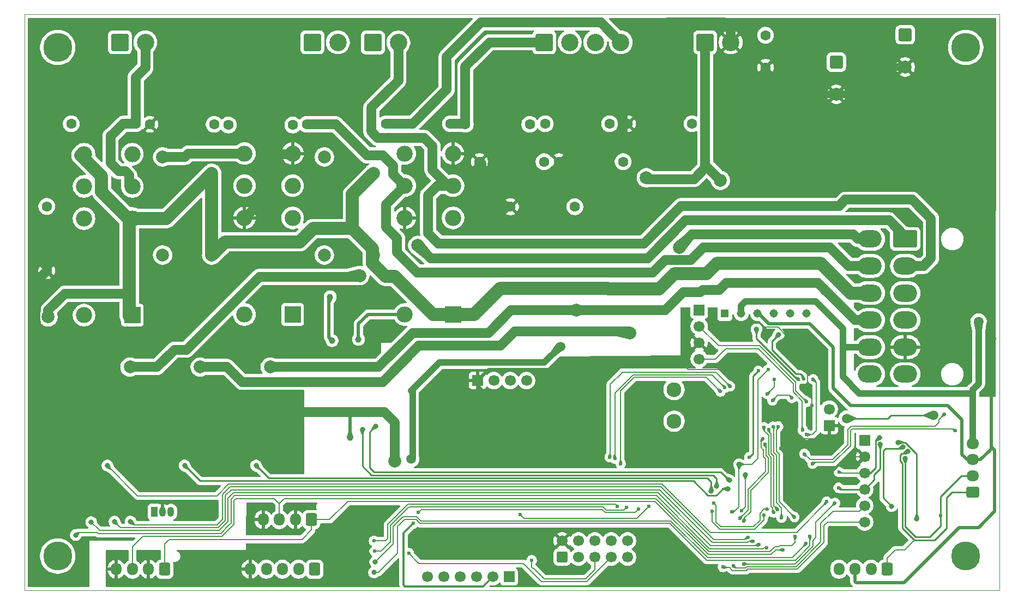
<source format=gbr>
%TF.GenerationSoftware,KiCad,Pcbnew,9.0.2*%
%TF.CreationDate,2025-10-22T08:39:05+07:00*%
%TF.ProjectId,MassageChair_HW_01_update,4d617373-6167-4654-9368-6169725f4857,rev?*%
%TF.SameCoordinates,Original*%
%TF.FileFunction,Copper,L2,Bot*%
%TF.FilePolarity,Positive*%
%FSLAX46Y46*%
G04 Gerber Fmt 4.6, Leading zero omitted, Abs format (unit mm)*
G04 Created by KiCad (PCBNEW 9.0.2) date 2025-10-22 08:39:05*
%MOMM*%
%LPD*%
G01*
G04 APERTURE LIST*
G04 Aperture macros list*
%AMRoundRect*
0 Rectangle with rounded corners*
0 $1 Rounding radius*
0 $2 $3 $4 $5 $6 $7 $8 $9 X,Y pos of 4 corners*
0 Add a 4 corners polygon primitive as box body*
4,1,4,$2,$3,$4,$5,$6,$7,$8,$9,$2,$3,0*
0 Add four circle primitives for the rounded corners*
1,1,$1+$1,$2,$3*
1,1,$1+$1,$4,$5*
1,1,$1+$1,$6,$7*
1,1,$1+$1,$8,$9*
0 Add four rect primitives between the rounded corners*
20,1,$1+$1,$2,$3,$4,$5,0*
20,1,$1+$1,$4,$5,$6,$7,0*
20,1,$1+$1,$6,$7,$8,$9,0*
20,1,$1+$1,$8,$9,$2,$3,0*%
G04 Aperture macros list end*
%TA.AperFunction,ComponentPad*%
%ADD10R,2.500000X2.500000*%
%TD*%
%TA.AperFunction,ComponentPad*%
%ADD11O,2.500000X2.500000*%
%TD*%
%TA.AperFunction,ComponentPad*%
%ADD12C,1.600000*%
%TD*%
%TA.AperFunction,ComponentPad*%
%ADD13RoundRect,0.250001X-1.099999X-1.099999X1.099999X-1.099999X1.099999X1.099999X-1.099999X1.099999X0*%
%TD*%
%TA.AperFunction,ComponentPad*%
%ADD14C,2.700000*%
%TD*%
%TA.AperFunction,ComponentPad*%
%ADD15R,1.700000X1.700000*%
%TD*%
%TA.AperFunction,ComponentPad*%
%ADD16C,1.700000*%
%TD*%
%TA.AperFunction,ComponentPad*%
%ADD17C,2.006600*%
%TD*%
%TA.AperFunction,ComponentPad*%
%ADD18RoundRect,0.250000X-0.750000X0.750000X-0.750000X-0.750000X0.750000X-0.750000X0.750000X0.750000X0*%
%TD*%
%TA.AperFunction,ComponentPad*%
%ADD19C,2.000000*%
%TD*%
%TA.AperFunction,ComponentPad*%
%ADD20RoundRect,0.250000X0.600000X0.725000X-0.600000X0.725000X-0.600000X-0.725000X0.600000X-0.725000X0*%
%TD*%
%TA.AperFunction,ComponentPad*%
%ADD21O,1.700000X1.950000*%
%TD*%
%TA.AperFunction,ComponentPad*%
%ADD22RoundRect,0.250001X-1.599999X1.099999X-1.599999X-1.099999X1.599999X-1.099999X1.599999X1.099999X0*%
%TD*%
%TA.AperFunction,ComponentPad*%
%ADD23O,3.700000X2.700000*%
%TD*%
%TA.AperFunction,ComponentPad*%
%ADD24R,1.308000X1.308000*%
%TD*%
%TA.AperFunction,ComponentPad*%
%ADD25C,1.308000*%
%TD*%
%TA.AperFunction,ComponentPad*%
%ADD26RoundRect,0.250000X0.725000X-0.600000X0.725000X0.600000X-0.725000X0.600000X-0.725000X-0.600000X0*%
%TD*%
%TA.AperFunction,ComponentPad*%
%ADD27O,1.950000X1.700000*%
%TD*%
%TA.AperFunction,ComponentPad*%
%ADD28C,2.300000*%
%TD*%
%TA.AperFunction,ComponentPad*%
%ADD29R,1.050000X1.500000*%
%TD*%
%TA.AperFunction,ComponentPad*%
%ADD30O,1.050000X1.500000*%
%TD*%
%TA.AperFunction,ComponentPad*%
%ADD31RoundRect,0.250000X0.600000X-0.600000X0.600000X0.600000X-0.600000X0.600000X-0.600000X-0.600000X0*%
%TD*%
%TA.AperFunction,ViaPad*%
%ADD32C,4.500000*%
%TD*%
%TA.AperFunction,ViaPad*%
%ADD33C,2.000000*%
%TD*%
%TA.AperFunction,ViaPad*%
%ADD34C,1.000000*%
%TD*%
%TA.AperFunction,ViaPad*%
%ADD35C,1.500000*%
%TD*%
%TA.AperFunction,ViaPad*%
%ADD36C,0.600000*%
%TD*%
%TA.AperFunction,ViaPad*%
%ADD37C,0.800000*%
%TD*%
%TA.AperFunction,Conductor*%
%ADD38C,1.500000*%
%TD*%
%TA.AperFunction,Conductor*%
%ADD39C,2.000000*%
%TD*%
%TA.AperFunction,Conductor*%
%ADD40C,0.500000*%
%TD*%
%TA.AperFunction,Conductor*%
%ADD41C,1.200000*%
%TD*%
%TA.AperFunction,Conductor*%
%ADD42C,0.200000*%
%TD*%
%TA.AperFunction,Conductor*%
%ADD43C,1.000000*%
%TD*%
%TA.AperFunction,Conductor*%
%ADD44C,0.300000*%
%TD*%
%TA.AperFunction,Conductor*%
%ADD45C,0.254000*%
%TD*%
%TA.AperFunction,Profile*%
%ADD46C,0.050000*%
%TD*%
G04 APERTURE END LIST*
D10*
%TO.P,RL3,1*%
%TO.N,IN_24VDC*%
X142387500Y-101737500D03*
D11*
%TO.P,RL3,2*%
%TO.N,Net-(RL3-Pad2)*%
X142387500Y-86737500D03*
%TO.P,RL3,3*%
%TO.N,RLA2_B*%
X142387500Y-81737500D03*
%TO.P,RL3,4*%
%TO.N,IN_GND*%
X142387500Y-76737500D03*
%TO.P,RL3,5*%
%TO.N,Net-(RL3-Pad2)*%
X134887500Y-76737500D03*
%TO.P,RL3,6*%
%TO.N,RLA2_A*%
X134887500Y-81737500D03*
%TO.P,RL3,7*%
%TO.N,IN_GND*%
X134887500Y-86737500D03*
%TO.P,RL3,8*%
%TO.N,Net-(D18-A)*%
X134887500Y-101737500D03*
%TD*%
D12*
%TO.P,C11,1*%
%TO.N,Net-(C11-Pad1)*%
X79300000Y-84950000D03*
%TO.P,C11,2*%
%TO.N,IN_GND*%
X79300000Y-94950000D03*
%TD*%
%TO.P,C14,1*%
%TO.N,RLA1_A*%
X107500000Y-72300000D03*
%TO.P,C14,2*%
%TO.N,RLA1_B*%
X117500000Y-72300000D03*
%TD*%
%TO.P,C16,1*%
%TO.N,Net-(C16-Pad1)*%
X156500000Y-78000000D03*
%TO.P,C16,2*%
%TO.N,IN_GND*%
X146500000Y-78000000D03*
%TD*%
D13*
%TO.P,J3,1,Pin_1*%
%TO.N,RLA1_A*%
X120542500Y-59450000D03*
D14*
%TO.P,J3,2,Pin_2*%
%TO.N,RLA1_B*%
X124502500Y-59450000D03*
%TD*%
D15*
%TO.P,J13,1,Pin_1*%
%TO.N,IN_3.3VDC*%
X180600000Y-101020000D03*
D16*
%TO.P,J13,2,Pin_2*%
%TO.N,/MCU-RS232/SWSCK*%
X180600000Y-103560000D03*
%TO.P,J13,3,Pin_3*%
%TO.N,MCU_GND*%
X180600000Y-106100000D03*
%TO.P,J13,4,Pin_4*%
%TO.N,/MCU-RS232/SWDIO*%
X180600000Y-108640000D03*
%TD*%
D12*
%TO.P,C19,1*%
%TO.N,FET_K*%
X156700000Y-72100000D03*
%TO.P,C19,2*%
%TO.N,IN_24VDC*%
X166700000Y-72100000D03*
%TD*%
D10*
%TO.P,RL1,1*%
%TO.N,IN_24VDC*%
X92586250Y-101836250D03*
D11*
%TO.P,RL1,2*%
X92586250Y-86836250D03*
%TO.P,RL1,3*%
%TO.N,RLA3_B*%
X92586250Y-81836250D03*
%TO.P,RL1,4*%
%TO.N,Net-(Q2-D)*%
X92586250Y-76836250D03*
%TO.P,RL1,5*%
%TO.N,IN_24VDC*%
X85086250Y-76836250D03*
%TO.P,RL1,6*%
%TO.N,RLA3_A*%
X85086250Y-81836250D03*
%TO.P,RL1,7*%
%TO.N,Net-(Q2-D)*%
X85086250Y-86836250D03*
%TO.P,RL1,8*%
%TO.N,Net-(D8-A)*%
X85086250Y-101836250D03*
%TD*%
D13*
%TO.P,J2,1,Pin_1*%
%TO.N,RLA2_A*%
X129940000Y-59500000D03*
D14*
%TO.P,J2,2,Pin_2*%
%TO.N,RLA2_B*%
X133900000Y-59500000D03*
%TD*%
D17*
%TO.P,U3,1,1*%
%TO.N,IN_24VDC*%
X104910000Y-92500000D03*
%TO.P,U3,2,2*%
X104910000Y-79800000D03*
%TO.P,U3,3,3*%
%TO.N,Net-(RL2-Pad2)*%
X97290000Y-77260000D03*
%TO.P,U3,4,4*%
%TO.N,Net-(D16-A)*%
X97290000Y-92500000D03*
%TD*%
D18*
%TO.P,C3,1*%
%TO.N,IN_5VDC*%
X201900000Y-62532323D03*
D19*
%TO.P,C3,2*%
%TO.N,IN_GND*%
X201900000Y-67532323D03*
%TD*%
D20*
%TO.P,J9,1,Pin_1*%
%TO.N,R1_IN*%
X209800000Y-141300000D03*
D21*
%TO.P,J9,2,Pin_2*%
%TO.N,T1_OUT*%
X207300000Y-141300000D03*
%TO.P,J9,3,Pin_3*%
%TO.N,IN_GND*%
X204800000Y-141300000D03*
%TO.P,J9,4,Pin_4*%
%TO.N,IN_5VDC*%
X202300000Y-141300000D03*
%TD*%
D20*
%TO.P,J11,1,Pin_1*%
%TO.N,Net-(J11-Pin_1)*%
X120900000Y-141300000D03*
D21*
%TO.P,J11,2,Pin_2*%
%TO.N,Net-(J11-Pin_2)*%
X118400000Y-141300000D03*
%TO.P,J11,3,Pin_3*%
%TO.N,Net-(J11-Pin_3)*%
X115900000Y-141300000D03*
%TO.P,J11,4,Pin_4*%
%TO.N,Net-(J11-Pin_4)*%
X113400000Y-141300000D03*
%TO.P,J11,5,Pin_5*%
%TO.N,MCU_GND*%
X110900000Y-141300000D03*
%TD*%
D22*
%TO.P,J12,1,Pin_1*%
%TO.N,RLA1_B*%
X212600000Y-90000000D03*
D23*
%TO.P,J12,2,Pin_2*%
%TO.N,RLA2_B*%
X212600000Y-94200000D03*
%TO.P,J12,3,Pin_3*%
%TO.N,Net-(J12-Pin_3)*%
X212600000Y-98400000D03*
%TO.P,J12,4,Pin_4*%
%TO.N,Net-(J12-Pin_4)*%
X212600000Y-102600000D03*
%TO.P,J12,5,Pin_5*%
%TO.N,IN_GND*%
X212600000Y-106800000D03*
%TO.P,J12,6,Pin_6*%
%TO.N,R2_IN*%
X212600000Y-111000000D03*
%TO.P,J12,7,Pin_7*%
%TO.N,RLA1_A*%
X207100000Y-90000000D03*
%TO.P,J12,8,Pin_8*%
%TO.N,RLA2_A*%
X207100000Y-94200000D03*
%TO.P,J12,9,Pin_9*%
%TO.N,IN_24VDC*%
X207100000Y-98400000D03*
%TO.P,J12,10,Pin_10*%
%TO.N,FET_1*%
X207100000Y-102600000D03*
%TO.P,J12,11,Pin_11*%
%TO.N,IN_5VDC*%
X207100000Y-106800000D03*
%TO.P,J12,12,Pin_12*%
%TO.N,Net-(D1-K)*%
X207100000Y-111000000D03*
%TD*%
D24*
%TO.P,U9,EN,EN*%
%TO.N,Net-(R42-Pad2)*%
X184580000Y-101600000D03*
D25*
%TO.P,U9,GND,GND*%
%TO.N,IN_GND*%
X189660000Y-101600000D03*
%TO.P,U9,RXD,RXD*%
%TO.N,Net-(D23-K)*%
X194740000Y-101600000D03*
%TO.P,U9,STATE,STATE*%
%TO.N,Net-(R41-Pad1)*%
X197280000Y-101600000D03*
%TO.P,U9,TXD,TXD*%
%TO.N,Net-(D24-A)*%
X192200000Y-101600000D03*
%TO.P,U9,VCC,VCC*%
%TO.N,IN_5VDC*%
X187120000Y-101600000D03*
%TD*%
D12*
%TO.P,C22,1*%
%TO.N,Net-(C22-Pad1)*%
X161300000Y-85000000D03*
%TO.P,C22,2*%
%TO.N,IN_GND*%
X151300000Y-85000000D03*
%TD*%
%TO.P,C21,1*%
%TO.N,FET_T*%
X132000000Y-72100000D03*
%TO.P,C21,2*%
%TO.N,IN_24VDC*%
X142000000Y-72100000D03*
%TD*%
D13*
%TO.P,J1,1,Pin_1*%
%TO.N,IN_24VDC*%
X181542500Y-59450000D03*
D14*
%TO.P,J1,2,Pin_2*%
%TO.N,IN_GND*%
X185502500Y-59450000D03*
%TD*%
D17*
%TO.P,U5,1,1*%
%TO.N,IN_24VDC*%
X130020000Y-92500000D03*
%TO.P,U5,2,2*%
X130020000Y-79800000D03*
%TO.P,U5,3,3*%
%TO.N,Net-(RL3-Pad2)*%
X122400000Y-77260000D03*
%TO.P,U5,4,4*%
%TO.N,Net-(D19-A)*%
X122400000Y-92500000D03*
%TD*%
D10*
%TO.P,RL2,1*%
%TO.N,IN_24VDC*%
X117487500Y-101737500D03*
D11*
%TO.P,RL2,2*%
%TO.N,Net-(RL2-Pad2)*%
X117487500Y-86737500D03*
%TO.P,RL2,3*%
%TO.N,RLA1_B*%
X117487500Y-81737500D03*
%TO.P,RL2,4*%
%TO.N,IN_GND*%
X117487500Y-76737500D03*
%TO.P,RL2,5*%
%TO.N,Net-(RL2-Pad2)*%
X109987500Y-76737500D03*
%TO.P,RL2,6*%
%TO.N,RLA1_A*%
X109987500Y-81737500D03*
%TO.P,RL2,7*%
%TO.N,IN_GND*%
X109987500Y-86737500D03*
%TO.P,RL2,8*%
%TO.N,Net-(D14-A)*%
X109987500Y-101737500D03*
%TD*%
D13*
%TO.P,J4,1,Pin_1*%
%TO.N,RLA3_A*%
X90642500Y-59450000D03*
D14*
%TO.P,J4,2,Pin_2*%
%TO.N,RLA3_B*%
X94602500Y-59450000D03*
%TD*%
D20*
%TO.P,J8,1,Pin_1*%
%TO.N,MCU_PB4*%
X97600000Y-141300000D03*
D21*
%TO.P,J8,2,Pin_2*%
%TO.N,MCU_GND*%
X95100000Y-141300000D03*
%TO.P,J8,3,Pin_3*%
%TO.N,MCU_PB3*%
X92600000Y-141300000D03*
%TO.P,J8,4,Pin_4*%
%TO.N,MCU_GND*%
X90100000Y-141300000D03*
%TD*%
D12*
%TO.P,C20,1*%
%TO.N,Net-(C20-Pad1)*%
X179500000Y-72100000D03*
%TO.P,C20,2*%
%TO.N,IN_GND*%
X169500000Y-72100000D03*
%TD*%
%TO.P,C1,1*%
%TO.N,IN_24VDC*%
X190900000Y-58350000D03*
%TO.P,C1,2*%
%TO.N,IN_GND*%
X190900000Y-63350000D03*
%TD*%
D15*
%TO.P,J6,1,Pin_1*%
%TO.N,MCU_GND*%
X200800000Y-118975000D03*
D16*
%TO.P,J6,2,Pin_2*%
%TO.N,/MCU-RS232/DEBUG*%
X200800000Y-116435000D03*
%TD*%
D13*
%TO.P,J5,1,Pin_1*%
%TO.N,IN_24VDC*%
X156540000Y-59450000D03*
D14*
%TO.P,J5,2,Pin_2*%
%TO.N,FET_K*%
X160500000Y-59450000D03*
%TO.P,J5,3,Pin_3*%
%TO.N,IN_24VDC*%
X164460000Y-59450000D03*
%TO.P,J5,4,Pin_4*%
%TO.N,FET_T*%
X168420000Y-59450000D03*
%TD*%
D26*
%TO.P,J10,1,Pin_1*%
%TO.N,R1_IN*%
X223100000Y-129300000D03*
D27*
%TO.P,J10,2,Pin_2*%
%TO.N,T1_OUT*%
X223100000Y-126800000D03*
%TO.P,J10,3,Pin_3*%
%TO.N,IN_GND*%
X223100000Y-124300000D03*
%TO.P,J10,4,Pin_4*%
%TO.N,IN_5VDC*%
X223100000Y-121800000D03*
%TD*%
D28*
%TO.P,Y1,1,1*%
%TO.N,Net-(U8-PD0)*%
X176700000Y-113400000D03*
%TO.P,Y1,2,2*%
%TO.N,Net-(U8-PD1)*%
X176700000Y-118300000D03*
%TD*%
D15*
%TO.P,J14,1,Pin_1*%
%TO.N,IN_3.3VDC*%
X206300000Y-121280000D03*
D16*
%TO.P,J14,2,Pin_2*%
%TO.N,MCU_GND*%
X206300000Y-123820000D03*
%TO.P,J14,3,Pin_3*%
%TO.N,RX1*%
X206300000Y-126360000D03*
%TO.P,J14,4,Pin_4*%
%TO.N,TX1*%
X206300000Y-128900000D03*
%TO.P,J14,5,Pin_5*%
%TO.N,RX2*%
X206300000Y-131440000D03*
%TO.P,J14,6,Pin_6*%
%TO.N,TX2*%
X206300000Y-133980000D03*
%TD*%
D12*
%TO.P,C23,1*%
%TO.N,FET_1*%
X154300000Y-72200000D03*
%TO.P,C23,2*%
%TO.N,IN_24VDC*%
X144300000Y-72200000D03*
%TD*%
D15*
%TO.P,J16,1,Pin_1*%
%TO.N,MCU_GND*%
X146190000Y-112000000D03*
D16*
%TO.P,J16,2,Pin_2*%
%TO.N,IN_3.3VDC*%
X148730000Y-112000000D03*
%TO.P,J16,3,Pin_3*%
%TO.N,/MCU-RS232/PB6*%
X151270000Y-112000000D03*
%TO.P,J16,4,Pin_4*%
%TO.N,/MCU-RS232/PB7*%
X153810000Y-112000000D03*
%TD*%
D29*
%TO.P,U4,1,IN*%
%TO.N,IN_12VDC*%
X96030000Y-132400000D03*
D30*
%TO.P,U4,2,GND*%
%TO.N,IN_GND*%
X97300000Y-132400000D03*
%TO.P,U4,3,OUT*%
%TO.N,Net-(D10-K)*%
X98570000Y-132400000D03*
%TD*%
D31*
%TO.P,J15,1,Pin_1*%
%TO.N,IN_3.3VDC*%
X159320000Y-139440000D03*
D16*
%TO.P,J15,2,Pin_2*%
%TO.N,MCU_GND*%
X159320000Y-136900000D03*
%TO.P,J15,3,Pin_3*%
%TO.N,/MCU-RS232/PB7*%
X161860000Y-139440000D03*
%TO.P,J15,4,Pin_4*%
%TO.N,/MCU-RS232/PB6*%
X161860000Y-136900000D03*
%TO.P,J15,5,Pin_5*%
%TO.N,/MCU-RS232/PB8*%
X164400000Y-139440000D03*
%TO.P,J15,6,Pin_6*%
%TO.N,/MCU-RS232/PA11*%
X164400000Y-136900000D03*
%TO.P,J15,7,Pin_7*%
%TO.N,/MCU-RS232/PB9*%
X166940000Y-139440000D03*
%TO.P,J15,8,Pin_8*%
%TO.N,/MCU-RS232/PC13*%
X166940000Y-136900000D03*
%TO.P,J15,9,Pin_9*%
%TO.N,MCU_PC14*%
X169480000Y-139440000D03*
%TO.P,J15,10,Pin_10*%
%TO.N,MCU_PC15*%
X169480000Y-136900000D03*
%TD*%
D12*
%TO.P,C10,1*%
%TO.N,RLA3_A*%
X83100000Y-72100000D03*
%TO.P,C10,2*%
%TO.N,RLA3_B*%
X93100000Y-72100000D03*
%TD*%
%TO.P,C12,1*%
%TO.N,Net-(C12-Pad1)*%
X105300000Y-72200000D03*
%TO.P,C12,2*%
%TO.N,IN_GND*%
X95300000Y-72200000D03*
%TD*%
D18*
%TO.P,C2,1*%
%TO.N,Net-(D3-K)*%
X212600000Y-58282323D03*
D19*
%TO.P,C2,2*%
%TO.N,IN_GND*%
X212600000Y-63282323D03*
%TD*%
D12*
%TO.P,C18,1*%
%TO.N,Net-(C18-Pad1)*%
X168800000Y-78000000D03*
%TO.P,C18,2*%
%TO.N,IN_GND*%
X158800000Y-78000000D03*
%TD*%
%TO.P,C17,1*%
%TO.N,RLA2_A*%
X119700000Y-72200000D03*
%TO.P,C17,2*%
%TO.N,RLA2_B*%
X129700000Y-72200000D03*
%TD*%
D15*
%TO.P,J17,1,Pin_1*%
%TO.N,Net-(J17-Pin_1)*%
X151080000Y-142500000D03*
D16*
%TO.P,J17,2,Pin_2*%
%TO.N,IN_5VDC*%
X148540000Y-142500000D03*
%TO.P,J17,3,Pin_3*%
%TO.N,IN_GND*%
X146000000Y-142500000D03*
%TO.P,J17,4,Pin_4*%
%TO.N,Net-(D15-A)*%
X143460000Y-142500000D03*
%TO.P,J17,5,Pin_5*%
%TO.N,Net-(D27-K)*%
X140920000Y-142500000D03*
%TO.P,J17,6,Pin_6*%
%TO.N,Net-(J17-Pin_6)*%
X138380000Y-142500000D03*
%TD*%
D20*
%TO.P,J7,1,Pin_1*%
%TO.N,MCU_PB4*%
X120400000Y-133600000D03*
D21*
%TO.P,J7,2,Pin_2*%
%TO.N,MCU_GND*%
X117900000Y-133600000D03*
%TO.P,J7,3,Pin_3*%
%TO.N,MCU_PB3*%
X115400000Y-133600000D03*
%TO.P,J7,4,Pin_4*%
%TO.N,MCU_GND*%
X112900000Y-133600000D03*
%TD*%
D32*
%TO.N,*%
X81000000Y-60250000D03*
X222000000Y-60250000D03*
X222000000Y-139250000D03*
X81000000Y-139250000D03*
D33*
%TO.N,IN_24VDC*%
X79500000Y-102100000D03*
X166400000Y-97700000D03*
X172400000Y-80500000D03*
X183900000Y-80900000D03*
%TO.N,IN_GND*%
X88600000Y-91800000D03*
D34*
X126600000Y-116600000D03*
X97700000Y-128600000D03*
D33*
X184100000Y-68100000D03*
D35*
X226000000Y-105500000D03*
D34*
X126400000Y-120900000D03*
D33*
X133300000Y-124500000D03*
X116300000Y-117000000D03*
X94600000Y-116800000D03*
D35*
X83700000Y-118700000D03*
D34*
X88200000Y-117000000D03*
X99200000Y-117000000D03*
D33*
X105400000Y-116800000D03*
D34*
X110000000Y-117000000D03*
D33*
%TO.N,RLA1_A*%
X177500000Y-91300000D03*
%TO.N,RLA1_B*%
X136900000Y-91000000D03*
%TO.N,FET_K*%
X92238000Y-109885400D03*
X127900000Y-95700000D03*
D36*
%TO.N,MCU_PB3*%
X195500000Y-136200000D03*
X192865523Y-119142481D03*
X195400000Y-133200000D03*
D37*
%TO.N,MCU_GND*%
X183600000Y-122200000D03*
D36*
X193273000Y-122600000D03*
D37*
X165400000Y-111800000D03*
D36*
X198100000Y-115900000D03*
X193800000Y-120600000D03*
X196300000Y-130600000D03*
D37*
X180800000Y-120373000D03*
D36*
X184000000Y-105300000D03*
D37*
X178900000Y-123200000D03*
D36*
X201800000Y-122300000D03*
D37*
X153300000Y-116200000D03*
D36*
X178400000Y-109700000D03*
X184900000Y-110100000D03*
%TO.N,MCU_PB4*%
X193600000Y-138300000D03*
X192065642Y-119156239D03*
X193400000Y-133300000D03*
D35*
%TO.N,IN_5VDC*%
X224000000Y-102800000D03*
D37*
X204000000Y-112600000D03*
D36*
X136200000Y-134200000D03*
D35*
X159049000Y-106700000D03*
X135900000Y-124200000D03*
D36*
%TO.N,T1_OUT*%
X218100000Y-133000000D03*
D37*
X212600000Y-124098000D03*
%TO.N,R1_IN*%
X212973000Y-123009515D03*
D33*
%TO.N,FET_1*%
X114014000Y-109885400D03*
X161500000Y-101100000D03*
%TO.N,FET_T*%
X169800000Y-104600000D03*
X103126000Y-109885400D03*
D35*
%TO.N,IN_3.3VDC*%
X203500000Y-117900000D03*
X217000000Y-117400000D03*
D34*
%TO.N,Net-(D18-A)*%
X127700000Y-105600000D03*
%TO.N,Net-(D19-A)*%
X123300000Y-99000000D03*
X123600000Y-105800000D03*
D36*
%TO.N,QA3*%
X200400000Y-130800000D03*
D37*
X88700000Y-125200000D03*
%TO.N,QA1*%
X182452000Y-129127000D03*
X111800000Y-125200000D03*
%TO.N,QB1*%
X185027500Y-128827500D03*
X100700000Y-125200000D03*
%TO.N,QB2*%
X185300000Y-127500000D03*
X130400000Y-119100000D03*
%TO.N,QA2*%
X128300000Y-119600000D03*
X183300000Y-128400000D03*
D36*
%TO.N,UM1_A*%
X189908997Y-137479001D03*
D37*
X86200000Y-134000000D03*
%TO.N,UM1_B*%
X83800000Y-136000000D03*
D36*
X191100000Y-137934000D03*
%TO.N,UM2_B*%
X188177088Y-136358165D03*
D37*
X92300000Y-133900000D03*
%TO.N,UM2_A*%
X89800000Y-133900000D03*
D36*
X188973000Y-136973000D03*
%TO.N,TX2*%
X184300000Y-140951000D03*
D37*
X186800000Y-125000000D03*
D36*
X185625000Y-132400000D03*
X191300000Y-110300000D03*
%TO.N,RX2*%
X189800000Y-110500000D03*
X187200000Y-132200000D03*
X185900000Y-140800000D03*
D37*
X187760932Y-126610933D03*
D36*
X188400000Y-123900000D03*
%TO.N,MCU_PB12*%
X197200000Y-137300000D03*
D37*
X130300000Y-140200000D03*
%TO.N,RX1*%
X208600000Y-120900000D03*
D36*
X202300000Y-126200000D03*
D37*
%TO.N,TX1*%
X208700000Y-121900000D03*
D36*
X202250000Y-128650000D03*
D37*
%TO.N,MCU_PB13*%
X130100000Y-141800000D03*
D36*
X197800000Y-136200000D03*
%TO.N,Net-(U8-BOOT0)*%
X192300000Y-111800000D03*
X191200000Y-114101000D03*
%TO.N,MCU_PA12*%
X198300000Y-111800000D03*
X197300000Y-120400000D03*
%TO.N,/MCU-RS232/LED2*%
X196929765Y-123381235D03*
X218700000Y-117200000D03*
%TO.N,/MCU-RS232/LED1*%
X198200000Y-124899000D03*
X220400000Y-119800000D03*
%TO.N,/MCU-RS232/DEBUG*%
X195000000Y-114700000D03*
X192000000Y-115100000D03*
%TO.N,/MCU-RS232/PB7*%
X192162905Y-132501789D03*
X190650000Y-119250000D03*
%TO.N,/MCU-RS232/PC13*%
X185400000Y-112900000D03*
X166700000Y-123900000D03*
%TO.N,/MCU-RS232/PA11*%
X201700000Y-131000000D03*
X187500000Y-140500000D03*
%TO.N,/MCU-RS232/PB8*%
X187565642Y-133843761D03*
X154600000Y-139900000D03*
D37*
X189500000Y-104000000D03*
D36*
X196027952Y-111779455D03*
X190797000Y-121900000D03*
%TO.N,/MCU-RS232/PB6*%
X191400000Y-119600000D03*
X192792185Y-132007815D03*
%TO.N,/MCU-RS232/PB9*%
X186900000Y-133400000D03*
X190500000Y-121000000D03*
D37*
X192955025Y-104844975D03*
D36*
X196823752Y-111697556D03*
X135500000Y-138800000D03*
%TO.N,/MCU-RS232/SWDIO*%
X196700000Y-119700000D03*
%TO.N,/MCU-RS232/SWSCK*%
X197300000Y-115300000D03*
D37*
%TO.N,Net-(D22-A)*%
X210500000Y-131500000D03*
X212242128Y-122327000D03*
D36*
%TO.N,MCU_PC14*%
X130100000Y-136900000D03*
X167900000Y-131500000D03*
X167500000Y-124100000D03*
X184600000Y-113100000D03*
%TO.N,MCU_PC15*%
X169300000Y-131718000D03*
X168400000Y-124900000D03*
X183900000Y-113700000D03*
X130200000Y-138500000D03*
%TO.N,/MCU-RS232/PB10*%
X137000000Y-132500000D03*
X190628000Y-132900000D03*
X182600000Y-132300000D03*
X171200000Y-131973000D03*
%TO.N,/MCU-RS232/PB11*%
X191200000Y-132000000D03*
X182900000Y-131000000D03*
X172800000Y-131500000D03*
X152800000Y-132800000D03*
D37*
%TO.N,Net-(D25-K)*%
X211500000Y-121600000D03*
X214400000Y-133500000D03*
%TD*%
D38*
%TO.N,IN_24VDC*%
X144300000Y-63200000D02*
X148050000Y-59450000D01*
X142000000Y-72100000D02*
X144200000Y-72100000D01*
D39*
X199500000Y-93800000D02*
X204100000Y-98400000D01*
D38*
X82100000Y-98500000D02*
X92100000Y-98500000D01*
D39*
X142387500Y-101737500D02*
X139237500Y-101737500D01*
D38*
X181542500Y-76300000D02*
X181542500Y-78542500D01*
D39*
X166500000Y-97800000D02*
X174400000Y-97800000D01*
X87800000Y-82700000D02*
X92100000Y-87000000D01*
X129860000Y-93760000D02*
X129860000Y-91485900D01*
X131900000Y-95800000D02*
X129860000Y-93760000D01*
D38*
X144300000Y-72200000D02*
X144300000Y-63200000D01*
D39*
X133300000Y-95800000D02*
X131900000Y-95800000D01*
X181800000Y-95400000D02*
X183400000Y-93800000D01*
D38*
X179800000Y-80700000D02*
X172600000Y-80700000D01*
D39*
X129860000Y-91485900D02*
X126774100Y-88400000D01*
D38*
X104800000Y-79910000D02*
X104910000Y-79800000D01*
X181542500Y-78542500D02*
X183900000Y-80900000D01*
D39*
X145662500Y-101737500D02*
X142387500Y-101737500D01*
X120600000Y-88400000D02*
X118565100Y-90434900D01*
D38*
X144200000Y-72100000D02*
X144300000Y-72200000D01*
D39*
X126774100Y-88400000D02*
X126774100Y-83045900D01*
X106975100Y-90434900D02*
X104910000Y-92500000D01*
D38*
X148050000Y-59450000D02*
X156540000Y-59450000D01*
D39*
X126774100Y-88400000D02*
X120600000Y-88400000D01*
X204100000Y-98400000D02*
X207100000Y-98400000D01*
X97873750Y-86836250D02*
X104910000Y-79800000D01*
D38*
X181542500Y-76300000D02*
X181542500Y-78957500D01*
D39*
X176800000Y-95400000D02*
X181800000Y-95400000D01*
X126774100Y-83045900D02*
X130020000Y-79800000D01*
D38*
X172600000Y-80700000D02*
X172400000Y-80500000D01*
D39*
X92586250Y-86836250D02*
X97873750Y-86836250D01*
X166400000Y-97700000D02*
X149700000Y-97700000D01*
X84600000Y-77000000D02*
X87800000Y-80200000D01*
X183400000Y-93800000D02*
X199500000Y-93800000D01*
D38*
X79500000Y-101100000D02*
X82100000Y-98500000D01*
D39*
X92100000Y-87000000D02*
X92100000Y-98500000D01*
D38*
X181542500Y-78957500D02*
X179800000Y-80700000D01*
D39*
X174400000Y-97800000D02*
X176800000Y-95400000D01*
X92100000Y-98500000D02*
X92100000Y-102000000D01*
D38*
X181542500Y-59450000D02*
X181542500Y-76300000D01*
D39*
X118565100Y-90434900D02*
X106975100Y-90434900D01*
X87800000Y-80200000D02*
X87800000Y-82700000D01*
X149700000Y-97700000D02*
X145662500Y-101737500D01*
X104910000Y-92500000D02*
X104910000Y-79800000D01*
X139237500Y-101737500D02*
X133300000Y-95800000D01*
D38*
X79500000Y-102100000D02*
X79500000Y-101100000D01*
D39*
X166400000Y-97700000D02*
X166500000Y-97800000D01*
D40*
%TO.N,IN_GND*%
X205000000Y-143400000D02*
X204800000Y-143200000D01*
D38*
X184351000Y-56351000D02*
X185502500Y-57502500D01*
D40*
X201425000Y-113175000D02*
X204150000Y-115900000D01*
D38*
X114862500Y-76837500D02*
X117487500Y-76837500D01*
X185502500Y-57502500D02*
X185502500Y-59450000D01*
D40*
X226000000Y-122300000D02*
X226499000Y-122799000D01*
D41*
X204867677Y-67532323D02*
X208500000Y-63900000D01*
D38*
X113700000Y-83125000D02*
X113700000Y-78000000D01*
D40*
X226499000Y-122799000D02*
X226499000Y-132301000D01*
D38*
X77600000Y-101240869D02*
X77600000Y-97100000D01*
X77600000Y-96650000D02*
X79300000Y-94950000D01*
X151300000Y-85000000D02*
X148700000Y-85000000D01*
D41*
X201900000Y-67532323D02*
X204867677Y-67532323D01*
D38*
X168700000Y-72100000D02*
X168700000Y-67100000D01*
X185700000Y-66780000D02*
X190400000Y-66780000D01*
X113700000Y-78000000D02*
X114862500Y-76837500D01*
D40*
X226000000Y-122600000D02*
X226000000Y-122300000D01*
D38*
X168700000Y-67100000D02*
X173800000Y-62000000D01*
X77549000Y-101291869D02*
X77600000Y-101240869D01*
X83700000Y-116900000D02*
X83700000Y-118700000D01*
D40*
X226000000Y-105300000D02*
X226000000Y-105500000D01*
D38*
X81000000Y-91800000D02*
X88700000Y-91800000D01*
D40*
X197775000Y-103175000D02*
X201425000Y-106825000D01*
D38*
X83700000Y-116900000D02*
X83700000Y-114400000D01*
X131700000Y-116900000D02*
X133300000Y-118500000D01*
X146800000Y-78300000D02*
X146800000Y-81400000D01*
D40*
X224300000Y-124300000D02*
X225700000Y-122900000D01*
X221000000Y-134800000D02*
X212400000Y-143400000D01*
X212400000Y-143400000D02*
X205000000Y-143400000D01*
D41*
X208500000Y-63900000D02*
X209900000Y-63900000D01*
D38*
X164100000Y-78000000D02*
X158800000Y-78000000D01*
D40*
X98200000Y-126800000D02*
X99200000Y-125800000D01*
D38*
X79300000Y-93500000D02*
X79300000Y-94950000D01*
D41*
X193580000Y-66780000D02*
X194332323Y-67532323D01*
D38*
X83700000Y-116900000D02*
X131700000Y-116900000D01*
D40*
X126400000Y-120900000D02*
X126400000Y-116800000D01*
D41*
X194332323Y-67532323D02*
X201900000Y-67532323D01*
D38*
X77600000Y-113200000D02*
X77600000Y-102959131D01*
X190900000Y-66280000D02*
X190400000Y-66780000D01*
D40*
X201425000Y-106825000D02*
X201425000Y-113175000D01*
X191425000Y-103175000D02*
X197775000Y-103175000D01*
D41*
X190400000Y-66780000D02*
X193580000Y-66780000D01*
D38*
X146800000Y-81400000D02*
X146600000Y-81600000D01*
X78200000Y-113800000D02*
X77600000Y-113200000D01*
D40*
X226000000Y-105300000D02*
X225900000Y-105200000D01*
X97700000Y-127300000D02*
X98200000Y-126800000D01*
X224000000Y-134800000D02*
X221000000Y-134800000D01*
X226000000Y-105600000D02*
X226000000Y-105300000D01*
X226000000Y-122300000D02*
X226000000Y-105900000D01*
X225700000Y-122900000D02*
X226000000Y-122600000D01*
D38*
X81000000Y-91800000D02*
X79300000Y-93500000D01*
D40*
X126400000Y-116800000D02*
X126600000Y-116600000D01*
D38*
X185700000Y-66780000D02*
X185420000Y-66780000D01*
X173800000Y-62000000D02*
X173800000Y-58000000D01*
D40*
X99200000Y-125800000D02*
X99200000Y-117000000D01*
D38*
X173800000Y-58000000D02*
X174100000Y-58000000D01*
D41*
X209900000Y-63900000D02*
X210517677Y-63282323D01*
D40*
X221400000Y-123500000D02*
X222200000Y-124300000D01*
D38*
X175749000Y-56351000D02*
X184351000Y-56351000D01*
X147400000Y-80800000D02*
X146800000Y-81400000D01*
D40*
X189630000Y-101380000D02*
X191425000Y-103175000D01*
D41*
X210517677Y-63282323D02*
X212600000Y-63282323D01*
D38*
X146500000Y-82800000D02*
X146500000Y-78000000D01*
X148700000Y-85000000D02*
X146500000Y-82800000D01*
X158800000Y-78000000D02*
X158800000Y-79131370D01*
X77600000Y-102959131D02*
X77549000Y-102908131D01*
D40*
X219200000Y-115900000D02*
X221400000Y-118100000D01*
D42*
X117487500Y-76837500D02*
X117837500Y-76837500D01*
D38*
X146600000Y-81600000D02*
X146600000Y-78000000D01*
X185420000Y-66780000D02*
X184100000Y-68100000D01*
D40*
X204800000Y-143200000D02*
X204800000Y-141300000D01*
D38*
X158800000Y-79131370D02*
X157131370Y-80800000D01*
X77600000Y-97100000D02*
X77600000Y-96650000D01*
D40*
X222200000Y-124300000D02*
X223100000Y-124300000D01*
D38*
X83100000Y-113800000D02*
X78200000Y-113800000D01*
D40*
X204150000Y-115900000D02*
X219200000Y-115900000D01*
D38*
X157131370Y-80800000D02*
X147400000Y-80800000D01*
X146500000Y-78000000D02*
X146800000Y-78300000D01*
X77549000Y-102908131D02*
X77549000Y-101291869D01*
X83700000Y-114400000D02*
X83100000Y-113800000D01*
D40*
X226499000Y-132301000D02*
X224000000Y-134800000D01*
X97700000Y-128600000D02*
X97700000Y-127300000D01*
D38*
X190900000Y-63350000D02*
X190900000Y-66280000D01*
D40*
X223100000Y-124300000D02*
X224300000Y-124300000D01*
D38*
X168700000Y-72100000D02*
X168700000Y-73400000D01*
D40*
X226000000Y-105900000D02*
X226000000Y-105600000D01*
D38*
X168700000Y-73400000D02*
X164100000Y-78000000D01*
D40*
X221400000Y-118100000D02*
X221400000Y-123500000D01*
D38*
X174100000Y-58000000D02*
X175749000Y-56351000D01*
X133300000Y-118500000D02*
X133300000Y-124500000D01*
X109987500Y-86837500D02*
X113700000Y-83125000D01*
%TO.N,RLA2_B*%
X172000000Y-90700000D02*
X140100000Y-90700000D01*
X203300000Y-83900000D02*
X202300000Y-84900000D01*
X202300000Y-84900000D02*
X177800000Y-84900000D01*
X139200000Y-79300000D02*
X141637500Y-81737500D01*
X129700000Y-72200000D02*
X129700000Y-69600000D01*
X130668630Y-74300000D02*
X137900000Y-74300000D01*
X212600000Y-94200000D02*
X215450000Y-94200000D01*
X216600000Y-86800000D02*
X213700000Y-83900000D01*
X213700000Y-83900000D02*
X203300000Y-83900000D01*
X129700000Y-72200000D02*
X129700000Y-73331370D01*
X177800000Y-84900000D02*
X172000000Y-90700000D01*
X129700000Y-73331370D02*
X130668630Y-74300000D01*
X133900000Y-64100000D02*
X133900000Y-59500000D01*
X141637500Y-81737500D02*
X142387500Y-81737500D01*
X138500000Y-83200000D02*
X139962500Y-81737500D01*
X140100000Y-90700000D02*
X138500000Y-89100000D01*
X129700000Y-69600000D02*
X133900000Y-65400000D01*
X139200000Y-75600000D02*
X139200000Y-79300000D01*
X215450000Y-94200000D02*
X216600000Y-93050000D01*
X133900000Y-65400000D02*
X133900000Y-64100000D01*
X137900000Y-74300000D02*
X139200000Y-75600000D01*
X139962500Y-81737500D02*
X142387500Y-81737500D01*
X216600000Y-93050000D02*
X216600000Y-86800000D01*
X138500000Y-89100000D02*
X138500000Y-83200000D01*
%TO.N,RLA2_A*%
X129000000Y-77000000D02*
X131500000Y-77000000D01*
X181300000Y-91300000D02*
X200900000Y-91300000D01*
X124200000Y-72200000D02*
X129000000Y-77000000D01*
X119700000Y-72200000D02*
X124200000Y-72200000D01*
X136800000Y-95200000D02*
X173400000Y-95200000D01*
X200900000Y-91300000D02*
X203800000Y-94200000D01*
X132000000Y-84625000D02*
X132000000Y-88200000D01*
X133700000Y-89900000D02*
X133700000Y-92100000D01*
X173400000Y-95200000D02*
X175300000Y-93300000D01*
X133100000Y-78600000D02*
X133100000Y-79950000D01*
X175300000Y-93300000D02*
X179300000Y-93300000D01*
X134887500Y-81737500D02*
X132000000Y-84625000D01*
X179300000Y-93300000D02*
X181300000Y-91300000D01*
X133100000Y-79950000D02*
X134887500Y-81737500D01*
X203800000Y-94200000D02*
X207100000Y-94200000D01*
X131500000Y-77000000D02*
X133100000Y-78600000D01*
X132000000Y-88200000D02*
X133700000Y-89900000D01*
X133700000Y-92100000D02*
X136800000Y-95200000D01*
%TO.N,RLA1_A*%
X177500000Y-91300000D02*
X179500000Y-89300000D01*
X205200000Y-90000000D02*
X207100000Y-90000000D01*
X179500000Y-89300000D02*
X204500000Y-89300000D01*
X204500000Y-89300000D02*
X205200000Y-90000000D01*
D39*
%TO.N,RLA1_B*%
X212600000Y-90000000D02*
X212600000Y-89600000D01*
D38*
X178500000Y-87100000D02*
X210100000Y-87100000D01*
X172600000Y-93000000D02*
X178500000Y-87100000D01*
X210100000Y-87100000D02*
X212600000Y-89600000D01*
X136900000Y-91000000D02*
X138900000Y-93000000D01*
X138900000Y-93000000D02*
X172600000Y-93000000D01*
%TO.N,RLA3_B*%
X89200000Y-78200000D02*
X89200000Y-74000000D01*
X92100000Y-80100000D02*
X91500000Y-79500000D01*
X89300000Y-74000000D02*
X91200000Y-72100000D01*
X93100000Y-64900000D02*
X94602500Y-63397500D01*
X92100000Y-81737500D02*
X92100000Y-80100000D01*
X91200000Y-72100000D02*
X93100000Y-72100000D01*
X91500000Y-79500000D02*
X90500000Y-79500000D01*
X89200000Y-74000000D02*
X89300000Y-74000000D01*
X90500000Y-79500000D02*
X89200000Y-78200000D01*
X93100000Y-72100000D02*
X93100000Y-64900000D01*
X94602500Y-63397500D02*
X94602500Y-59450000D01*
%TO.N,FET_K*%
X96414600Y-109885400D02*
X92238000Y-109885400D01*
X127700000Y-95900000D02*
X112300000Y-95900000D01*
X99100000Y-107200000D02*
X96414600Y-109885400D01*
X127900000Y-95700000D02*
X127700000Y-95900000D01*
X101000000Y-107200000D02*
X99100000Y-107200000D01*
X112300000Y-95900000D02*
X101000000Y-107200000D01*
D42*
%TO.N,MCU_PB3*%
X94200000Y-136210000D02*
X92600000Y-137810000D01*
X192600000Y-123000000D02*
X192600000Y-119703790D01*
X195500000Y-137100000D02*
X195500000Y-136200000D01*
X92600000Y-137810000D02*
X92600000Y-141300000D01*
X108376533Y-134323467D02*
X106490000Y-136210000D01*
X195000000Y-137600000D02*
X195500000Y-137100000D01*
X182093900Y-138561000D02*
X191595532Y-138561000D01*
X192865523Y-119438267D02*
X192600000Y-119703790D01*
X108376533Y-130610403D02*
X108376533Y-134323467D01*
X193145000Y-137600000D02*
X195000000Y-137600000D01*
X115400000Y-131100000D02*
X116170000Y-130330000D01*
X106490000Y-136210000D02*
X94200000Y-136210000D01*
X192865523Y-119142481D02*
X192865523Y-119438267D01*
X115400000Y-133600000D02*
X115400000Y-131100000D01*
X192900000Y-137845000D02*
X193145000Y-137600000D01*
X193000000Y-130800000D02*
X195400000Y-133200000D01*
X192311533Y-137845000D02*
X192900000Y-137845000D01*
X191595532Y-138561000D02*
X192311533Y-137845000D01*
X195400000Y-133200000D02*
X195300000Y-133300000D01*
X193000000Y-123400000D02*
X192600000Y-123000000D01*
X173862900Y-130330000D02*
X182093900Y-138561000D01*
X193000000Y-123400000D02*
X193000000Y-130800000D01*
X108656936Y-130330000D02*
X108376533Y-130610403D01*
X114630000Y-130330000D02*
X108656936Y-130330000D01*
X116170000Y-130330000D02*
X173862900Y-130330000D01*
X115400000Y-131100000D02*
X114630000Y-130330000D01*
%TO.N,MCU_GND*%
X199100000Y-128400000D02*
X203680000Y-123820000D01*
X197424752Y-112324752D02*
X197424752Y-108324752D01*
X196801000Y-121001000D02*
X200799000Y-121001000D01*
X196400000Y-120600000D02*
X196801000Y-121001000D01*
X203680000Y-123820000D02*
X206300000Y-123820000D01*
X198100000Y-115900000D02*
X198100000Y-113000000D01*
X197424752Y-108324752D02*
X194100000Y-105000000D01*
X184900000Y-110100000D02*
X184701000Y-110299000D01*
X178900000Y-122273000D02*
X180800000Y-120373000D01*
D40*
X146190000Y-112000000D02*
X147890000Y-110300000D01*
D42*
X199100000Y-128900000D02*
X199100000Y-128400000D01*
X181973000Y-120373000D02*
X180800000Y-120373000D01*
X193800000Y-122300000D02*
X193800000Y-120600000D01*
X194100000Y-105000000D02*
X192826000Y-103726000D01*
X178400000Y-109800000D02*
X178400000Y-109700000D01*
X200800000Y-121300000D02*
X201700000Y-122200000D01*
X197400000Y-130600000D02*
X199100000Y-128900000D01*
D40*
X157700000Y-110300000D02*
X163900000Y-110300000D01*
D42*
X184700000Y-105400000D02*
X184100000Y-105400000D01*
X190626000Y-103726000D02*
X190000000Y-103100000D01*
X200800000Y-118975000D02*
X200800000Y-121300000D01*
X183600000Y-122000000D02*
X181973000Y-120373000D01*
X201700000Y-122200000D02*
X201800000Y-122300000D01*
X192826000Y-103726000D02*
X190626000Y-103726000D01*
X184100000Y-105400000D02*
X184000000Y-105300000D01*
D40*
X147500000Y-114100000D02*
X146190000Y-112790000D01*
X146190000Y-112790000D02*
X146190000Y-112000000D01*
D42*
X198100000Y-113000000D02*
X197424752Y-112324752D01*
X196300000Y-130600000D02*
X197400000Y-130600000D01*
X190000000Y-103100000D02*
X187000000Y-103100000D01*
X178899000Y-110299000D02*
X178400000Y-109800000D01*
X193500000Y-122600000D02*
X193800000Y-122300000D01*
X187000000Y-103100000D02*
X184700000Y-105400000D01*
D40*
X163900000Y-110300000D02*
X165400000Y-111800000D01*
D42*
X200800000Y-121000000D02*
X200800000Y-118975000D01*
X178900000Y-123200000D02*
X178900000Y-122273000D01*
X193800000Y-120600000D02*
X196400000Y-120600000D01*
X193273000Y-122600000D02*
X193500000Y-122600000D01*
D40*
X147890000Y-110300000D02*
X157700000Y-110300000D01*
X151200000Y-114100000D02*
X147500000Y-114100000D01*
D42*
X184701000Y-110299000D02*
X178899000Y-110299000D01*
X183600000Y-122200000D02*
X183600000Y-122000000D01*
D40*
X153300000Y-116200000D02*
X151200000Y-114100000D01*
D42*
X200799000Y-121001000D02*
X200800000Y-121000000D01*
%TO.N,MCU_PB4*%
X192199000Y-123166100D02*
X192199000Y-119537690D01*
X193600000Y-138300000D02*
X192500000Y-138300000D01*
X123200000Y-133600000D02*
X120400000Y-133600000D01*
X193400000Y-131767100D02*
X192599000Y-130966100D01*
X173750800Y-130785000D02*
X126015000Y-130785000D01*
X192199000Y-119537690D02*
X192300000Y-119436690D01*
X192500000Y-138300000D02*
X191784000Y-139016000D01*
X98300000Y-136665000D02*
X118935000Y-136665000D01*
X126015000Y-130785000D02*
X123200000Y-133600000D01*
X192599000Y-123566100D02*
X192199000Y-123166100D01*
X192599000Y-130966100D02*
X192599000Y-123566100D01*
X120400000Y-135200000D02*
X120400000Y-133600000D01*
X193400000Y-133300000D02*
X193400000Y-131767100D01*
X118935000Y-136665000D02*
X120400000Y-135200000D01*
X192300000Y-119426901D02*
X192264523Y-119391424D01*
X97600000Y-137365000D02*
X98300000Y-136665000D01*
X192300000Y-119436690D02*
X192300000Y-119426901D01*
X191784000Y-139016000D02*
X181981800Y-139016000D01*
X192264523Y-119391424D02*
X192264523Y-119355120D01*
X181981800Y-139016000D02*
X173750800Y-130785000D01*
X97600000Y-141300000D02*
X97600000Y-137365000D01*
X192264523Y-119355120D02*
X192065642Y-119156239D01*
D43*
%TO.N,IN_5VDC*%
X187090000Y-100410000D02*
X187090000Y-101380000D01*
X135900000Y-113600000D02*
X136100000Y-113800000D01*
X224000000Y-112500000D02*
X224000000Y-102800000D01*
D44*
X134700000Y-143749000D02*
X134700000Y-137700000D01*
D43*
X202900000Y-111400000D02*
X202900000Y-106800000D01*
X140300000Y-109200000D02*
X135900000Y-113600000D01*
X187800000Y-99700000D02*
X187090000Y-100410000D01*
D44*
X148540000Y-142500000D02*
X147091000Y-143949000D01*
D43*
X136100000Y-113800000D02*
X136100000Y-124000000D01*
D44*
X134700000Y-135700000D02*
X136200000Y-134200000D01*
D43*
X223100000Y-114000000D02*
X205500000Y-114000000D01*
D44*
X134700000Y-137700000D02*
X134700000Y-135700000D01*
D43*
X159049000Y-106700000D02*
X156549000Y-109200000D01*
X223100000Y-114700000D02*
X223100000Y-114000000D01*
X156549000Y-109200000D02*
X140300000Y-109200000D01*
D44*
X134900000Y-143949000D02*
X134700000Y-143749000D01*
D43*
X198700000Y-99700000D02*
X187800000Y-99700000D01*
X223100000Y-113400000D02*
X224000000Y-112500000D01*
X223100000Y-114700000D02*
X223100000Y-113400000D01*
D44*
X147091000Y-143949000D02*
X134900000Y-143949000D01*
D43*
X205500000Y-114000000D02*
X202900000Y-111400000D01*
X202900000Y-106800000D02*
X207100000Y-106800000D01*
X202900000Y-103900000D02*
X198700000Y-99700000D01*
X136100000Y-124000000D02*
X135900000Y-124200000D01*
X202900000Y-106800000D02*
X202900000Y-103900000D01*
D44*
X136200000Y-134200000D02*
X136300000Y-134100000D01*
D43*
X223100000Y-121800000D02*
X223100000Y-114700000D01*
D45*
%TO.N,T1_OUT*%
X216400000Y-136300000D02*
X218100000Y-134600000D01*
X212600000Y-124098000D02*
X212600000Y-134700000D01*
X212600000Y-134700000D02*
X214200000Y-136300000D01*
X218100000Y-134600000D02*
X218100000Y-130000000D01*
X214200000Y-136300000D02*
X216400000Y-136300000D01*
X218100000Y-130000000D02*
X221300000Y-126800000D01*
X221300000Y-126800000D02*
X223100000Y-126800000D01*
%TO.N,R1_IN*%
X212682515Y-123300000D02*
X212973000Y-123009515D01*
X214011532Y-136755000D02*
X212145000Y-134888467D01*
D42*
X209800000Y-141300000D02*
X209800000Y-139555083D01*
X212466532Y-138300000D02*
X214011532Y-136755000D01*
D45*
X217145000Y-136755000D02*
X214011532Y-136755000D01*
D42*
X211055083Y-138300000D02*
X212466532Y-138300000D01*
D45*
X219000000Y-130200000D02*
X219000000Y-134900000D01*
X219900000Y-129300000D02*
X219000000Y-130200000D01*
X212145000Y-124845000D02*
X211800000Y-124500000D01*
D42*
X209800000Y-139555083D02*
X211055083Y-138300000D01*
D45*
X223100000Y-129300000D02*
X219900000Y-129300000D01*
X211800000Y-123600000D02*
X212100000Y-123300000D01*
X219000000Y-134900000D02*
X217145000Y-136755000D01*
X212100000Y-123300000D02*
X212682515Y-123300000D01*
X211800000Y-124500000D02*
X211800000Y-123600000D01*
X212145000Y-134888467D02*
X212145000Y-124845000D01*
D38*
%TO.N,FET_1*%
X175300000Y-101100000D02*
X161500000Y-101100000D01*
X200100000Y-98000000D02*
X200100000Y-97900000D01*
X200200000Y-98000000D02*
X200100000Y-98000000D01*
X200100000Y-97900000D02*
X199000000Y-96800000D01*
X161500000Y-101100000D02*
X151400000Y-101100000D01*
X204800000Y-102600000D02*
X200200000Y-98000000D01*
X180749000Y-98300000D02*
X178100000Y-98300000D01*
X136100000Y-104600000D02*
X130814600Y-109885400D01*
X178100000Y-98300000D02*
X175300000Y-101100000D01*
X183700000Y-97900000D02*
X181149000Y-97900000D01*
X130814600Y-109885400D02*
X114014000Y-109885400D01*
X199000000Y-96800000D02*
X184800000Y-96800000D01*
X181149000Y-97900000D02*
X180749000Y-98300000D01*
X151400000Y-101100000D02*
X147900000Y-104600000D01*
X207100000Y-102600000D02*
X204800000Y-102600000D01*
X147900000Y-104600000D02*
X136100000Y-104600000D01*
X184800000Y-96800000D02*
X183700000Y-97900000D01*
%TO.N,FET_T*%
X165321000Y-56351000D02*
X168420000Y-59450000D01*
X146749000Y-56351000D02*
X165321000Y-56351000D01*
X107285400Y-109885400D02*
X103126000Y-109885400D01*
X109600000Y-112200000D02*
X107285400Y-109885400D01*
X169600000Y-104400000D02*
X152000000Y-104400000D01*
X169800000Y-104600000D02*
X169600000Y-104400000D01*
X137100000Y-106600000D02*
X131500000Y-112200000D01*
X149800000Y-106600000D02*
X137100000Y-106600000D01*
X141400000Y-66800000D02*
X141400000Y-61700000D01*
X136100000Y-72100000D02*
X141400000Y-66800000D01*
X152000000Y-104400000D02*
X149800000Y-106600000D01*
X141400000Y-61700000D02*
X146749000Y-56351000D01*
X131500000Y-112200000D02*
X109600000Y-112200000D01*
X132000000Y-72100000D02*
X136100000Y-72100000D01*
D45*
%TO.N,IN_3.3VDC*%
X209900000Y-117900000D02*
X203900000Y-117900000D01*
X217000000Y-117400000D02*
X210400000Y-117400000D01*
X203700000Y-117900000D02*
X203500000Y-117900000D01*
X203900000Y-117900000D02*
X203800000Y-117800000D01*
X210400000Y-117400000D02*
X209900000Y-117900000D01*
X203800000Y-117800000D02*
X203700000Y-117900000D01*
D40*
%TO.N,Net-(D18-A)*%
X129162500Y-101737500D02*
X127700000Y-103200000D01*
X127700000Y-103200000D02*
X127700000Y-105600000D01*
X134887500Y-101737500D02*
X129162500Y-101737500D01*
%TO.N,Net-(D19-A)*%
X123100000Y-105300000D02*
X123600000Y-105800000D01*
X123300000Y-99000000D02*
X123100000Y-99200000D01*
X123100000Y-99200000D02*
X123100000Y-105300000D01*
D42*
%TO.N,QA3*%
X93400000Y-129900000D02*
X105700000Y-129900000D01*
X174841934Y-128055000D02*
X182386934Y-135600000D01*
X107545001Y-128055000D02*
X174841934Y-128055000D01*
X182386934Y-135600000D02*
X195700000Y-135600000D01*
X105700000Y-129900000D02*
X107545001Y-128055000D01*
X195700000Y-135600000D02*
X200400000Y-130900000D01*
X88700000Y-125200000D02*
X93400000Y-129900000D01*
D45*
%TO.N,QA1*%
X181845000Y-127145000D02*
X182452000Y-127752000D01*
X182452000Y-127752000D02*
X182452000Y-129127000D01*
X113745000Y-127145000D02*
X181845000Y-127145000D01*
X111800000Y-125200000D02*
X113745000Y-127145000D01*
%TO.N,QB1*%
X185027500Y-128827500D02*
X184272500Y-128827500D01*
X181955000Y-129855000D02*
X179700000Y-127600000D01*
X103100000Y-127600000D02*
X100700000Y-125200000D01*
X179700000Y-127600000D02*
X103100000Y-127600000D01*
X184272500Y-128827500D02*
X183245000Y-129855000D01*
X183245000Y-129855000D02*
X181955000Y-129855000D01*
%TO.N,QB2*%
X185300000Y-127500000D02*
X185200000Y-127500000D01*
X129400000Y-120000000D02*
X130300000Y-119100000D01*
X185200000Y-127500000D02*
X183935000Y-126235000D01*
X183935000Y-126235000D02*
X130135000Y-126235000D01*
X129400000Y-125500000D02*
X129400000Y-120000000D01*
X130135000Y-126235000D02*
X129400000Y-125500000D01*
%TO.N,QA2*%
X183300000Y-127200000D02*
X182790000Y-126690000D01*
X183300000Y-128400000D02*
X183300000Y-127200000D01*
X128300000Y-125300000D02*
X128300000Y-119800000D01*
X182790000Y-126690000D02*
X129690000Y-126690000D01*
X129690000Y-126690000D02*
X128300000Y-125300000D01*
D38*
%TO.N,Net-(RL2-Pad2)*%
X100740000Y-77260000D02*
X97290000Y-77260000D01*
X101262500Y-76737500D02*
X100740000Y-77260000D01*
X109987500Y-76737500D02*
X101262500Y-76737500D01*
D42*
%TO.N,UM1_A*%
X174220000Y-129420000D02*
X108280000Y-129420000D01*
X107466533Y-130233467D02*
X107466532Y-133933466D01*
X106100000Y-135299999D02*
X87500000Y-135300000D01*
X107466532Y-133933466D02*
X106100000Y-135299999D01*
X182400000Y-137600000D02*
X174220000Y-129420000D01*
X189679001Y-137479001D02*
X189558002Y-137600000D01*
X87500000Y-135300000D02*
X86200000Y-134000000D01*
X189558002Y-137600000D02*
X182400000Y-137600000D01*
X108280000Y-129420000D02*
X107466533Y-130233467D01*
X189908997Y-137479001D02*
X189679001Y-137479001D01*
%TO.N,UM1_B*%
X107921533Y-134121931D02*
X107921533Y-134121907D01*
X173975000Y-129875000D02*
X182206000Y-138106000D01*
X87156533Y-135600000D02*
X87311533Y-135755000D01*
X107905000Y-134138468D02*
X107905000Y-134138464D01*
X83800000Y-136000000D02*
X84200000Y-135600000D01*
X107921533Y-130421935D02*
X108468468Y-129875000D01*
X107921533Y-133878467D02*
X107921533Y-130421935D01*
X106288468Y-135755000D02*
X107638486Y-134404982D01*
X107921533Y-133938807D02*
X107921533Y-133878467D01*
X107638509Y-134404982D02*
X107766680Y-134276788D01*
X113400000Y-129875000D02*
X172300000Y-129875000D01*
X107905000Y-134138464D02*
X107921533Y-134121931D01*
X107638486Y-134404982D02*
X107638509Y-134404982D01*
X172300000Y-129875000D02*
X172900000Y-129875000D01*
X182206000Y-138106000D02*
X190482127Y-138106000D01*
X190482127Y-138106000D02*
X190654127Y-137934000D01*
X190654127Y-137934000D02*
X191100000Y-137934000D01*
X84200000Y-135600000D02*
X87156533Y-135600000D01*
X107921533Y-134121907D02*
X107921550Y-134121890D01*
X107921550Y-134121890D02*
X107921533Y-133938807D01*
X108468468Y-129875000D02*
X113400000Y-129875000D01*
X107766680Y-134276788D02*
X107905000Y-134138468D01*
X87311533Y-135755000D02*
X106288468Y-135755000D01*
X172300000Y-129875000D02*
X173975000Y-129875000D01*
%TO.N,UM2_B*%
X188177088Y-136358165D02*
X187968165Y-136358165D01*
X107733468Y-128510000D02*
X106556532Y-129686937D01*
X92400000Y-133900000D02*
X92300000Y-133900000D01*
X105723064Y-134390000D02*
X92890000Y-134390000D01*
X106556532Y-133556532D02*
X105723064Y-134390000D01*
X187636330Y-136690000D02*
X182833468Y-136690000D01*
X92890000Y-134390000D02*
X92400000Y-133900000D01*
X182833468Y-136690000D02*
X174653467Y-128510000D01*
X187968165Y-136358165D02*
X187636330Y-136690000D01*
X106556532Y-129686937D02*
X106556532Y-133556532D01*
X174653467Y-128510000D02*
X107733468Y-128510000D01*
%TO.N,UM2_A*%
X188973000Y-136973000D02*
X188300000Y-136973000D01*
X188128000Y-137145000D02*
X182645000Y-137145000D01*
X107921936Y-128965000D02*
X107011532Y-129875404D01*
X90745000Y-134845000D02*
X89800000Y-133900000D01*
X174465000Y-128965000D02*
X107921936Y-128965000D01*
X107011532Y-129875404D02*
X107011532Y-133744999D01*
X107011532Y-133744999D02*
X105911532Y-134845000D01*
X182645000Y-137145000D02*
X174465000Y-128965000D01*
X188300000Y-136973000D02*
X188128000Y-137145000D01*
X105911532Y-134845000D02*
X90745000Y-134845000D01*
%TO.N,TX2*%
X188800000Y-125000000D02*
X189700000Y-124100000D01*
X186800000Y-125000000D02*
X188800000Y-125000000D01*
X184397943Y-141048943D02*
X184300000Y-140951000D01*
X187084957Y-141502000D02*
X187083957Y-141501000D01*
X200000000Y-137127610D02*
X195825610Y-141302000D01*
X185751057Y-141501000D02*
X185299000Y-141048943D01*
X187083957Y-141501000D02*
X185751057Y-141501000D01*
X186000000Y-132400000D02*
X186800000Y-131600000D01*
X188115043Y-141302000D02*
X187915043Y-141502000D01*
X200520000Y-133980000D02*
X200000000Y-134500000D01*
X186800000Y-131600000D02*
X186800000Y-125000000D01*
X185625000Y-132400000D02*
X186000000Y-132400000D01*
X185299000Y-141048943D02*
X184397943Y-141048943D01*
X189700000Y-111900000D02*
X191300000Y-110300000D01*
X195825610Y-141302000D02*
X188115043Y-141302000D01*
X187915043Y-141502000D02*
X187084957Y-141502000D01*
X189700000Y-124100000D02*
X189700000Y-111900000D01*
X200000000Y-134500000D02*
X200000000Y-137127610D01*
X206300000Y-133980000D02*
X200520000Y-133980000D01*
%TO.N,RX2*%
X205440000Y-132300000D02*
X206300000Y-131440000D01*
D45*
X189000000Y-123300000D02*
X189000000Y-119300000D01*
D42*
X185900000Y-140800000D02*
X186200000Y-141100000D01*
D45*
X188400000Y-123900000D02*
X189000000Y-123300000D01*
D42*
X195659510Y-140901000D02*
X199500000Y-137060511D01*
D45*
X189000000Y-119300000D02*
X189000000Y-111300000D01*
D42*
X187948943Y-140901000D02*
X195659510Y-140901000D01*
X187250057Y-141100000D02*
X187251057Y-141101000D01*
X201400000Y-132300000D02*
X205440000Y-132300000D01*
X187748943Y-141101000D02*
X187948943Y-140901000D01*
D45*
X189000000Y-111300000D02*
X189800000Y-110500000D01*
D42*
X187760932Y-131639068D02*
X187200000Y-132200000D01*
X186200000Y-141100000D02*
X187250057Y-141100000D01*
X187251057Y-141101000D02*
X187748943Y-141101000D01*
X199500000Y-134200000D02*
X201400000Y-132300000D01*
X199500000Y-137060511D02*
X199500000Y-134200000D01*
X187760932Y-126610933D02*
X187760932Y-131639068D01*
%TO.N,MCU_PB12*%
X130300000Y-140200000D02*
X133100000Y-137400000D01*
X195090127Y-139498000D02*
X197200000Y-137388127D01*
X176200000Y-133800000D02*
X181898000Y-139498000D01*
X136717000Y-133117000D02*
X137400000Y-133800000D01*
X181898000Y-139498000D02*
X195090127Y-139498000D01*
X137400000Y-133800000D02*
X176200000Y-133800000D01*
X133100000Y-134643468D02*
X134626468Y-133117000D01*
X197200000Y-137388127D02*
X197200000Y-137300000D01*
X134626468Y-133117000D02*
X136717000Y-133117000D01*
X133100000Y-137400000D02*
X133100000Y-134643468D01*
D45*
%TO.N,RX1*%
X206300000Y-126360000D02*
X207140000Y-126360000D01*
X208500000Y-120900000D02*
X208600000Y-120900000D01*
X207972000Y-121428000D02*
X208500000Y-120900000D01*
D42*
X202300000Y-126200000D02*
X202460000Y-126360000D01*
D45*
X207972000Y-125528000D02*
X207972000Y-121428000D01*
X207140000Y-126360000D02*
X207972000Y-125528000D01*
D42*
X202460000Y-126360000D02*
X206300000Y-126360000D01*
D45*
%TO.N,TX1*%
X206300000Y-128900000D02*
X202500000Y-128900000D01*
X208700000Y-125700000D02*
X207800000Y-126600000D01*
X207800000Y-126600000D02*
X207800000Y-127400000D01*
X208700000Y-121900000D02*
X208700000Y-125700000D01*
X202500000Y-128900000D02*
X202250000Y-128650000D01*
X207800000Y-127400000D02*
X206300000Y-128900000D01*
D42*
%TO.N,MCU_PB13*%
X197800000Y-136200000D02*
X197828000Y-136228000D01*
X176033900Y-134201000D02*
X137233900Y-134201000D01*
X134828000Y-133572000D02*
X134100000Y-134300000D01*
X197800000Y-137626310D02*
X195527310Y-139899000D01*
X130800000Y-141800000D02*
X130100000Y-141800000D01*
X133800000Y-134586936D02*
X133800000Y-138800000D01*
X197801000Y-137548943D02*
X197800000Y-137549943D01*
X133800000Y-138800000D02*
X130800000Y-141800000D01*
X197800000Y-136200000D02*
X197800000Y-137050057D01*
X134086936Y-134300000D02*
X133800000Y-134586936D01*
X197800000Y-137549943D02*
X197800000Y-137626310D01*
X181731900Y-139899000D02*
X176033900Y-134201000D01*
X136604900Y-133572000D02*
X134828000Y-133572000D01*
X137233900Y-134201000D02*
X136604900Y-133572000D01*
X134100000Y-134300000D02*
X134086936Y-134300000D01*
X195527310Y-139899000D02*
X181731900Y-139899000D01*
X197800000Y-137050057D02*
X197801000Y-137051057D01*
X197801000Y-137051057D02*
X197801000Y-137548943D01*
%TO.N,Net-(U8-BOOT0)*%
X191200000Y-114101000D02*
X192300000Y-113001000D01*
X192300000Y-113001000D02*
X192300000Y-111800000D01*
%TO.N,MCU_PA12*%
X198800000Y-112300000D02*
X198300000Y-111800000D01*
X197300000Y-120400000D02*
X198200000Y-120400000D01*
X198800000Y-119800000D02*
X198800000Y-112300000D01*
X198200000Y-120400000D02*
X198800000Y-119800000D01*
%TO.N,/MCU-RS232/LED2*%
X197950057Y-124299000D02*
X197847530Y-124299000D01*
X201333900Y-124299000D02*
X198449943Y-124299000D01*
X217200000Y-119100000D02*
X204200000Y-119100000D01*
X203699000Y-121933900D02*
X201333900Y-124299000D01*
X198448943Y-124298000D02*
X197951057Y-124298000D01*
X217800000Y-118500000D02*
X217200000Y-119100000D01*
X198449943Y-124299000D02*
X198448943Y-124298000D01*
X203699000Y-119601000D02*
X203699000Y-121933900D01*
X197951057Y-124298000D02*
X197950057Y-124299000D01*
X204200000Y-119100000D02*
X203699000Y-119601000D01*
X197847530Y-124299000D02*
X196929765Y-123381235D01*
X218700000Y-117200000D02*
X217800000Y-118100000D01*
X217800000Y-118100000D02*
X217800000Y-118500000D01*
%TO.N,/MCU-RS232/LED1*%
X220100000Y-119500000D02*
X220400000Y-119800000D01*
X198399000Y-124700000D02*
X201500000Y-124700000D01*
X204100000Y-122100000D02*
X204100000Y-119767100D01*
X204367100Y-119500000D02*
X220100000Y-119500000D01*
X198200000Y-124899000D02*
X198399000Y-124700000D01*
X204100000Y-119767100D02*
X204367100Y-119500000D01*
X201500000Y-124700000D02*
X204100000Y-122100000D01*
%TO.N,/MCU-RS232/DEBUG*%
X194600000Y-114300000D02*
X195000000Y-114700000D01*
X192000000Y-115100000D02*
X192800000Y-114300000D01*
X195100000Y-114700000D02*
X195000000Y-114700000D01*
X192800000Y-114300000D02*
X194600000Y-114300000D01*
%TO.N,/MCU-RS232/PB7*%
X191397000Y-120497000D02*
X190650000Y-119750000D01*
X192162905Y-132501789D02*
X192000000Y-132338884D01*
X191797000Y-123898300D02*
X191397000Y-123498300D01*
X191797000Y-131579730D02*
X191797000Y-123898300D01*
X192000000Y-132338884D02*
X192000000Y-131782730D01*
X190650000Y-119750000D02*
X190650000Y-119250000D01*
X191397000Y-123498300D02*
X191397000Y-120497000D01*
X192000000Y-131782730D02*
X191797000Y-131579730D01*
%TO.N,/MCU-RS232/PC13*%
X183200000Y-110700000D02*
X168700000Y-110700000D01*
X166800000Y-112600000D02*
X166800000Y-123800000D01*
X185400000Y-112900000D02*
X183200000Y-110700000D01*
X166800000Y-123800000D02*
X166700000Y-123900000D01*
X168700000Y-110700000D02*
X166800000Y-112600000D01*
%TO.N,/MCU-RS232/PA11*%
X195493410Y-140500000D02*
X198256000Y-137737410D01*
X198256000Y-136844000D02*
X198700000Y-136400000D01*
X187500000Y-140500000D02*
X195493410Y-140500000D01*
X198700000Y-134000000D02*
X201700000Y-131000000D01*
X198700000Y-136400000D02*
X198700000Y-134000000D01*
X198256000Y-137737410D02*
X198256000Y-136844000D01*
%TO.N,/MCU-RS232/PB8*%
X190795000Y-121993000D02*
X190797000Y-121991000D01*
D45*
X189500000Y-105494716D02*
X195905284Y-111900000D01*
D42*
X154800000Y-141200000D02*
X154600000Y-141000000D01*
X191349000Y-126318100D02*
X191349000Y-124017400D01*
X164400000Y-141400000D02*
X163000000Y-142800000D01*
X188600000Y-129067100D02*
X191349000Y-126318100D01*
D45*
X196148497Y-111900000D02*
X196027952Y-111779455D01*
D42*
X154900000Y-141200000D02*
X154800000Y-141200000D01*
X188600000Y-132367100D02*
X188600000Y-129067100D01*
D45*
X195905284Y-111900000D02*
X196148497Y-111900000D01*
D42*
X190797000Y-121991000D02*
X190797000Y-121900000D01*
D45*
X189500000Y-104000000D02*
X189500000Y-105494716D01*
D42*
X190996000Y-122296000D02*
X190795000Y-122095000D01*
X156500000Y-142800000D02*
X154900000Y-141200000D01*
X191349000Y-124017400D02*
X190996000Y-123664400D01*
X154600000Y-141000000D02*
X154600000Y-139900000D01*
X190795000Y-122095000D02*
X190795000Y-121993000D01*
X187565642Y-133401458D02*
X188600000Y-132367100D01*
X163000000Y-142800000D02*
X156500000Y-142800000D01*
X164400000Y-139440000D02*
X164400000Y-141400000D01*
X190996000Y-123664400D02*
X190996000Y-122296000D01*
X187565642Y-133843761D02*
X187565642Y-133401458D01*
%TO.N,/MCU-RS232/PB6*%
X191798000Y-120298000D02*
X191500000Y-120000000D01*
X192792185Y-132007815D02*
X192198000Y-131413630D01*
X191500000Y-119700000D02*
X191400000Y-119600000D01*
X191798000Y-123332200D02*
X191798000Y-120298000D01*
X192198000Y-131413630D02*
X192198000Y-123732200D01*
X192198000Y-123732200D02*
X191798000Y-123332200D01*
X191500000Y-120000000D02*
X191500000Y-119700000D01*
%TO.N,/MCU-RS232/PB9*%
X166940000Y-139440000D02*
X163180000Y-143200000D01*
X190595000Y-123830500D02*
X190948000Y-124183500D01*
D45*
X196800000Y-111500000D02*
X196800000Y-111700000D01*
D42*
X137100000Y-140400000D02*
X135500000Y-138800000D01*
X190200000Y-121647057D02*
X190196000Y-121651057D01*
X190500000Y-121000000D02*
X190400000Y-121000000D01*
X188188932Y-128911068D02*
X188188932Y-132111068D01*
X190196000Y-121651057D02*
X190196000Y-122148943D01*
X190948000Y-124183500D02*
X190948000Y-126152000D01*
X188188932Y-132111068D02*
X186900000Y-133400000D01*
X153300000Y-140400000D02*
X137100000Y-140400000D01*
D45*
X191900000Y-105900000D02*
X191900000Y-107251248D01*
X191900000Y-107251248D02*
X195648752Y-111000000D01*
D42*
X190400000Y-121000000D02*
X190200000Y-121200000D01*
D45*
X196821308Y-111700000D02*
X196823752Y-111697556D01*
D42*
X190595000Y-122796000D02*
X190595000Y-123830500D01*
X190200000Y-121200000D02*
X190200000Y-121647057D01*
X190200000Y-122401000D02*
X190595000Y-122796000D01*
D45*
X195648752Y-111000000D02*
X196300000Y-111000000D01*
X192955025Y-104844975D02*
X191900000Y-105900000D01*
D42*
X190948000Y-126152000D02*
X188188932Y-128911068D01*
D45*
X196300000Y-111000000D02*
X196800000Y-111500000D01*
X196800000Y-111700000D02*
X196821308Y-111700000D01*
D42*
X156100000Y-143200000D02*
X153300000Y-140400000D01*
X190196000Y-122148943D02*
X190200000Y-122152943D01*
X163180000Y-143200000D02*
X156100000Y-143200000D01*
X190200000Y-122152943D02*
X190200000Y-122401000D01*
%TO.N,/MCU-RS232/SWDIO*%
X196700000Y-119700000D02*
X196600000Y-119600000D01*
X189800000Y-107100000D02*
X184700000Y-107100000D01*
X195199000Y-113766100D02*
X195199000Y-112499000D01*
X184700000Y-107100000D02*
X183160000Y-108640000D01*
X195199000Y-112499000D02*
X189800000Y-107100000D01*
X183160000Y-108640000D02*
X180600000Y-108640000D01*
X196600000Y-119600000D02*
X196600000Y-115167100D01*
X196600000Y-115167100D02*
X195199000Y-113766100D01*
%TO.N,/MCU-RS232/SWSCK*%
X183640000Y-106600000D02*
X180600000Y-103560000D01*
X195600000Y-112200000D02*
X190000000Y-106600000D01*
X190000000Y-106600000D02*
X183640000Y-106600000D01*
X197300000Y-115300000D02*
X195600000Y-113600000D01*
X195600000Y-113600000D02*
X195600000Y-112200000D01*
D45*
%TO.N,Net-(D22-A)*%
X211998983Y-122570145D02*
X209529855Y-122570145D01*
X209200000Y-122900000D02*
X209200000Y-130200000D01*
X209200000Y-130200000D02*
X210500000Y-131500000D01*
X212242128Y-122327000D02*
X211998983Y-122570145D01*
X209529855Y-122570145D02*
X209200000Y-122900000D01*
D42*
%TO.N,MCU_PC14*%
X170300000Y-111100000D02*
X167500000Y-113900000D01*
X132271000Y-134300084D02*
X135358084Y-131213000D01*
X167679000Y-131321000D02*
X167700000Y-131300000D01*
X167679000Y-131321000D02*
X167858000Y-131500000D01*
X182600000Y-111100000D02*
X170300000Y-111100000D01*
X167500000Y-113900000D02*
X167500000Y-124100000D01*
X167571000Y-131213000D02*
X167679000Y-131321000D01*
X131871000Y-136900000D02*
X132271000Y-136500000D01*
X135358084Y-131213000D02*
X167571000Y-131213000D01*
X184600000Y-113100000D02*
X182600000Y-111100000D01*
X130100000Y-136900000D02*
X131871000Y-136900000D01*
X132271000Y-136500000D02*
X132271000Y-134300084D01*
X167858000Y-131500000D02*
X167900000Y-131500000D01*
%TO.N,MCU_PC15*%
X131200000Y-138500000D02*
X132672000Y-137028000D01*
X135524184Y-131614000D02*
X165666100Y-131614000D01*
X183900000Y-113700000D02*
X181700000Y-111500000D01*
X132672000Y-137028000D02*
X132672000Y-134466184D01*
X168917000Y-132101000D02*
X169300000Y-131718000D01*
X165666100Y-131614000D02*
X166153100Y-132101000D01*
X166153100Y-132101000D02*
X168917000Y-132101000D01*
X170500000Y-111500000D02*
X168400000Y-113600000D01*
X181700000Y-111500000D02*
X170500000Y-111500000D01*
X132672000Y-134466184D02*
X135524184Y-131614000D01*
X130200000Y-138500000D02*
X131200000Y-138500000D01*
X168400000Y-113600000D02*
X168400000Y-124900000D01*
%TO.N,/MCU-RS232/PB10*%
X190628000Y-133672000D02*
X189200000Y-135100000D01*
X165987000Y-132502000D02*
X165500000Y-132015000D01*
X183800000Y-135100000D02*
X182600000Y-133900000D01*
X171200000Y-131973000D02*
X170671000Y-132502000D01*
X170671000Y-132502000D02*
X165987000Y-132502000D01*
X182600000Y-133900000D02*
X182600000Y-132300000D01*
X137485000Y-132015000D02*
X137000000Y-132500000D01*
X165500000Y-132015000D02*
X137485000Y-132015000D01*
X190628000Y-132900000D02*
X190628000Y-133672000D01*
X189200000Y-135100000D02*
X183800000Y-135100000D01*
%TO.N,/MCU-RS232/PB11*%
X190027000Y-133705900D02*
X189033900Y-134699000D01*
X190027000Y-132651057D02*
X190027000Y-133705900D01*
X189033900Y-134699000D02*
X183966100Y-134699000D01*
X152800000Y-132800000D02*
X153399000Y-133399000D01*
X183966100Y-134699000D02*
X183233550Y-133966450D01*
X183233550Y-133966450D02*
X183233550Y-131333550D01*
X183233550Y-131333550D02*
X182900000Y-131000000D01*
X170901000Y-133399000D02*
X172800000Y-131500000D01*
X191200000Y-132000000D02*
X190678057Y-132000000D01*
X190678057Y-132000000D02*
X190027000Y-132651057D01*
X153399000Y-133399000D02*
X170901000Y-133399000D01*
D45*
%TO.N,Net-(D25-K)*%
X212600000Y-121600000D02*
X211500000Y-121600000D01*
X214400000Y-123400000D02*
X212600000Y-121600000D01*
X214400000Y-133500000D02*
X214400000Y-123400000D01*
%TD*%
%TA.AperFunction,Conductor*%
%TO.N,/MCU-RS232/LED2*%
G36*
X197184109Y-123225351D02*
G01*
X197184958Y-123226861D01*
X197256845Y-123380528D01*
X197376556Y-123636428D01*
X197417187Y-123723281D01*
X197417588Y-123732227D01*
X197414862Y-123736512D01*
X197285042Y-123866332D01*
X197276769Y-123869759D01*
X197271812Y-123868657D01*
X197121193Y-123798196D01*
X196775391Y-123636428D01*
X196769350Y-123629818D01*
X196769751Y-123620872D01*
X196770600Y-123619362D01*
X196927750Y-123382498D01*
X196931028Y-123379220D01*
X197167892Y-123222069D01*
X197176680Y-123220351D01*
X197184109Y-123225351D01*
G37*
%TD.AperFunction*%
%TD*%
%TA.AperFunction,Conductor*%
%TO.N,MCU_PC15*%
G36*
X168500070Y-124309191D02*
G01*
X168502796Y-124313476D01*
X168689608Y-124828709D01*
X168689207Y-124837655D01*
X168682597Y-124843696D01*
X168680929Y-124844165D01*
X168402320Y-124900530D01*
X168397680Y-124900530D01*
X168119070Y-124844165D01*
X168111641Y-124839165D01*
X168109922Y-124830377D01*
X168110387Y-124828720D01*
X168297204Y-124313476D01*
X168303245Y-124306866D01*
X168308203Y-124305764D01*
X168491797Y-124305764D01*
X168500070Y-124309191D01*
G37*
%TD.AperFunction*%
%TD*%
%TA.AperFunction,Conductor*%
%TO.N,TX2*%
G36*
X186080644Y-132173640D02*
G01*
X186086944Y-132176899D01*
X186216308Y-132306263D01*
X186219735Y-132314536D01*
X186216308Y-132322809D01*
X186215167Y-132323811D01*
X185801551Y-132641843D01*
X185792903Y-132644169D01*
X185785144Y-132639700D01*
X185784712Y-132639100D01*
X185627018Y-132404756D01*
X185625242Y-132395980D01*
X185681289Y-132116904D01*
X185686277Y-132109471D01*
X185694727Y-132107678D01*
X186080644Y-132173640D01*
G37*
%TD.AperFunction*%
%TD*%
%TA.AperFunction,Conductor*%
%TO.N,QB1*%
G36*
X184810615Y-128502866D02*
G01*
X185023833Y-128820282D01*
X185025602Y-128829060D01*
X185023846Y-128833311D01*
X184810825Y-129151785D01*
X184803377Y-129156756D01*
X184796201Y-129155905D01*
X184337813Y-128944561D01*
X184334439Y-128942209D01*
X184168688Y-128776458D01*
X184165261Y-128768185D01*
X184168688Y-128759912D01*
X184172478Y-128757378D01*
X184796421Y-128498582D01*
X184805375Y-128498578D01*
X184810615Y-128502866D01*
G37*
%TD.AperFunction*%
%TD*%
%TA.AperFunction,Conductor*%
%TO.N,IN_GND*%
G36*
X99690393Y-117097545D02*
G01*
X99450000Y-117990393D01*
X98950000Y-117990393D01*
X98709607Y-117097545D01*
X99200000Y-116999000D01*
X99690393Y-117097545D01*
G37*
%TD.AperFunction*%
%TD*%
%TA.AperFunction,Conductor*%
%TO.N,RLA1_B*%
G36*
X137738139Y-90453079D02*
G01*
X138824675Y-91862151D01*
X138827013Y-91870795D01*
X138823683Y-91877568D01*
X137777568Y-92923683D01*
X137769295Y-92927110D01*
X137762151Y-92924675D01*
X136353079Y-91838139D01*
X136348620Y-91830374D01*
X136350487Y-91822384D01*
X136897996Y-91001237D01*
X136901237Y-90997996D01*
X137722384Y-90450487D01*
X137731168Y-90448750D01*
X137738139Y-90453079D01*
G37*
%TD.AperFunction*%
%TD*%
%TA.AperFunction,Conductor*%
%TO.N,MCU_PB3*%
G36*
X195057949Y-132712576D02*
G01*
X195368713Y-132857953D01*
X195554373Y-132944806D01*
X195560414Y-132951416D01*
X195560013Y-132960362D01*
X195559164Y-132961872D01*
X195402015Y-133198734D01*
X195398734Y-133202015D01*
X195161872Y-133359164D01*
X195153084Y-133360883D01*
X195145655Y-133355883D01*
X195144806Y-133354373D01*
X195071997Y-133198734D01*
X194912576Y-132857951D01*
X194912176Y-132849007D01*
X194914900Y-132844724D01*
X195044723Y-132714901D01*
X195052995Y-132711475D01*
X195057949Y-132712576D01*
G37*
%TD.AperFunction*%
%TD*%
%TA.AperFunction,Conductor*%
%TO.N,QA3*%
G36*
X89037016Y-124988877D02*
G01*
X89038062Y-124990830D01*
X89327924Y-125682297D01*
X89327962Y-125691251D01*
X89325407Y-125695093D01*
X89195093Y-125825407D01*
X89186820Y-125828834D01*
X89182297Y-125827924D01*
X88490830Y-125538062D01*
X88484525Y-125531703D01*
X88484563Y-125522749D01*
X88485609Y-125520796D01*
X88697988Y-125201256D01*
X88701256Y-125197988D01*
X89012941Y-124990830D01*
X89020796Y-124985608D01*
X89029583Y-124983883D01*
X89037016Y-124988877D01*
G37*
%TD.AperFunction*%
%TD*%
%TA.AperFunction,Conductor*%
%TO.N,IN_GND*%
G36*
X98190393Y-128502455D02*
G01*
X97700000Y-128601000D01*
X97209607Y-128502455D01*
X97450000Y-127609607D01*
X97950000Y-127609607D01*
X98190393Y-128502455D01*
G37*
%TD.AperFunction*%
%TD*%
%TA.AperFunction,Conductor*%
%TO.N,T1_OUT*%
G36*
X212967579Y-124171052D02*
G01*
X212978887Y-124173331D01*
X212986320Y-124178325D01*
X212988046Y-124187112D01*
X212987544Y-124188875D01*
X212729833Y-124882688D01*
X212723740Y-124889250D01*
X212718865Y-124890314D01*
X212484200Y-124890314D01*
X212475927Y-124886887D01*
X212472500Y-124878614D01*
X212472500Y-124801883D01*
X212472499Y-124801881D01*
X212450182Y-124718592D01*
X212440077Y-124701090D01*
X212407065Y-124643910D01*
X212368158Y-124605003D01*
X212365463Y-124600804D01*
X212212455Y-124188875D01*
X212212787Y-124179926D01*
X212219349Y-124173833D01*
X212221109Y-124173331D01*
X212597692Y-124097465D01*
X212602308Y-124097465D01*
X212967579Y-124171052D01*
G37*
%TD.AperFunction*%
%TD*%
%TA.AperFunction,Conductor*%
%TO.N,/MCU-RS232/PC13*%
G36*
X166898508Y-123326370D02*
G01*
X166901746Y-123332551D01*
X166992184Y-123830187D01*
X166990292Y-123838940D01*
X166982993Y-123843747D01*
X166704789Y-123900030D01*
X166696001Y-123898311D01*
X166695942Y-123898272D01*
X166459835Y-123739564D01*
X166454881Y-123732105D01*
X166456363Y-123723779D01*
X166696582Y-123328565D01*
X166703807Y-123323276D01*
X166706580Y-123322943D01*
X166890235Y-123322943D01*
X166898508Y-123326370D01*
G37*
%TD.AperFunction*%
%TD*%
%TA.AperFunction,Conductor*%
%TO.N,/MCU-RS232/DEBUG*%
G36*
X192355277Y-114614902D02*
G01*
X192485097Y-114744722D01*
X192488524Y-114752995D01*
X192487422Y-114757953D01*
X192255193Y-115254373D01*
X192248583Y-115260414D01*
X192239637Y-115260013D01*
X192238127Y-115259164D01*
X192001265Y-115102015D01*
X191997984Y-115098734D01*
X191840835Y-114861872D01*
X191839116Y-114853084D01*
X191844116Y-114845655D01*
X191845621Y-114844808D01*
X192342048Y-114612576D01*
X192350992Y-114612176D01*
X192355277Y-114614902D01*
G37*
%TD.AperFunction*%
%TD*%
%TA.AperFunction,Conductor*%
%TO.N,MCU_GND*%
G36*
X134104026Y-131405185D02*
G01*
X134149781Y-131457989D01*
X134159725Y-131527147D01*
X134130700Y-131590703D01*
X134124669Y-131597179D01*
X133011848Y-132710000D01*
X131902286Y-133819562D01*
X131790481Y-133931366D01*
X131790477Y-133931371D01*
X131744934Y-134010256D01*
X131744934Y-134010257D01*
X131711423Y-134068298D01*
X131702795Y-134100499D01*
X131670499Y-134221027D01*
X131670499Y-134221029D01*
X131670499Y-134389130D01*
X131670500Y-134389143D01*
X131670500Y-136175500D01*
X131650815Y-136242539D01*
X131598011Y-136288294D01*
X131546500Y-136299500D01*
X130679766Y-136299500D01*
X130612727Y-136279815D01*
X130610875Y-136278602D01*
X130479185Y-136190609D01*
X130479172Y-136190602D01*
X130333501Y-136130264D01*
X130333489Y-136130261D01*
X130178845Y-136099500D01*
X130178842Y-136099500D01*
X130021158Y-136099500D01*
X130021155Y-136099500D01*
X129866510Y-136130261D01*
X129866498Y-136130264D01*
X129720827Y-136190602D01*
X129720814Y-136190609D01*
X129589711Y-136278210D01*
X129589707Y-136278213D01*
X129478213Y-136389707D01*
X129478210Y-136389711D01*
X129390609Y-136520814D01*
X129390602Y-136520827D01*
X129330264Y-136666498D01*
X129330261Y-136666510D01*
X129299500Y-136821153D01*
X129299500Y-136978846D01*
X129330261Y-137133489D01*
X129330264Y-137133500D01*
X129390602Y-137279172D01*
X129390609Y-137279185D01*
X129478210Y-137410288D01*
X129478213Y-137410292D01*
X129589707Y-137521786D01*
X129589711Y-137521789D01*
X129720814Y-137609390D01*
X129720818Y-137609392D01*
X129720821Y-137609394D01*
X129735642Y-137615533D01*
X129790045Y-137659375D01*
X129812109Y-137725669D01*
X129794829Y-137793368D01*
X129757080Y-137833196D01*
X129689707Y-137878213D01*
X129578213Y-137989707D01*
X129578210Y-137989711D01*
X129490609Y-138120814D01*
X129490602Y-138120827D01*
X129430264Y-138266498D01*
X129430261Y-138266510D01*
X129399500Y-138421153D01*
X129399500Y-138578846D01*
X129430261Y-138733489D01*
X129430264Y-138733501D01*
X129490602Y-138879172D01*
X129490609Y-138879185D01*
X129578210Y-139010288D01*
X129578213Y-139010292D01*
X129689707Y-139121786D01*
X129689711Y-139121789D01*
X129820814Y-139209390D01*
X129826191Y-139212264D01*
X129825073Y-139214354D01*
X129871309Y-139251603D01*
X129893382Y-139317894D01*
X129876112Y-139385596D01*
X129838354Y-139425439D01*
X129725961Y-139500538D01*
X129600538Y-139625961D01*
X129600535Y-139625965D01*
X129501990Y-139773446D01*
X129501983Y-139773459D01*
X129434106Y-139937332D01*
X129434103Y-139937341D01*
X129399500Y-140111304D01*
X129399500Y-140288695D01*
X129434103Y-140462658D01*
X129434106Y-140462667D01*
X129501983Y-140626540D01*
X129501990Y-140626553D01*
X129600535Y-140774034D01*
X129600538Y-140774038D01*
X129659549Y-140833049D01*
X129693034Y-140894372D01*
X129688050Y-140964064D01*
X129646178Y-141019997D01*
X129640759Y-141023832D01*
X129525965Y-141100535D01*
X129525961Y-141100538D01*
X129400538Y-141225961D01*
X129400535Y-141225965D01*
X129301990Y-141373446D01*
X129301983Y-141373459D01*
X129234106Y-141537332D01*
X129234103Y-141537341D01*
X129199500Y-141711304D01*
X129199500Y-141888695D01*
X129234103Y-142062658D01*
X129234106Y-142062667D01*
X129301983Y-142226540D01*
X129301990Y-142226553D01*
X129400535Y-142374034D01*
X129400538Y-142374038D01*
X129525961Y-142499461D01*
X129525965Y-142499464D01*
X129673446Y-142598009D01*
X129673459Y-142598016D01*
X129767758Y-142637075D01*
X129837334Y-142665894D01*
X129837336Y-142665894D01*
X129837341Y-142665896D01*
X130011304Y-142700499D01*
X130011307Y-142700500D01*
X130011309Y-142700500D01*
X130188693Y-142700500D01*
X130188694Y-142700499D01*
X130246682Y-142688964D01*
X130362658Y-142665896D01*
X130362661Y-142665894D01*
X130362666Y-142665894D01*
X130526547Y-142598013D01*
X130674035Y-142499464D01*
X130736680Y-142436818D01*
X130798001Y-142403335D01*
X130824360Y-142400501D01*
X130879054Y-142400501D01*
X130879057Y-142400501D01*
X131031785Y-142359577D01*
X131081904Y-142330639D01*
X131168716Y-142280520D01*
X131280520Y-142168716D01*
X131280520Y-142168714D01*
X131290728Y-142158507D01*
X131290729Y-142158504D01*
X133837821Y-139611413D01*
X133899142Y-139577930D01*
X133968834Y-139582914D01*
X134024767Y-139624786D01*
X134049184Y-139690250D01*
X134049500Y-139699096D01*
X134049500Y-143813069D01*
X134056946Y-143850500D01*
X134074499Y-143938744D01*
X134075700Y-143941645D01*
X134077525Y-143950512D01*
X134075090Y-143979890D01*
X134075353Y-144009372D01*
X134072236Y-144014317D01*
X134071754Y-144020143D01*
X134053818Y-144043546D01*
X134038104Y-144068485D01*
X134032809Y-144070960D01*
X134029254Y-144075600D01*
X134001517Y-144085589D01*
X133974810Y-144098076D01*
X133964721Y-144098842D01*
X133963518Y-144099276D01*
X133962398Y-144099019D01*
X133956069Y-144099500D01*
X88624000Y-144099500D01*
X88556961Y-144079815D01*
X88511206Y-144027011D01*
X88500000Y-143975500D01*
X88500000Y-141528380D01*
X88501094Y-141524651D01*
X88500000Y-141510073D01*
X88500000Y-138424000D01*
X88519685Y-138356961D01*
X88572489Y-138311206D01*
X88624000Y-138300000D01*
X91875500Y-138300000D01*
X91942539Y-138319685D01*
X91988294Y-138372489D01*
X91999500Y-138424000D01*
X91999500Y-139889281D01*
X91979815Y-139956320D01*
X91931795Y-139999765D01*
X91892185Y-140019947D01*
X91892184Y-140019948D01*
X91720213Y-140144890D01*
X91569894Y-140295209D01*
X91569890Y-140295214D01*
X91450008Y-140460218D01*
X91394678Y-140502884D01*
X91325065Y-140508863D01*
X91263270Y-140476257D01*
X91249372Y-140460218D01*
X91129727Y-140295540D01*
X91129723Y-140295535D01*
X90979464Y-140145276D01*
X90979459Y-140145272D01*
X90807557Y-140020379D01*
X90618215Y-139923903D01*
X90416124Y-139858241D01*
X90350000Y-139847768D01*
X90350000Y-140895854D01*
X90283343Y-140857370D01*
X90162535Y-140825000D01*
X90037465Y-140825000D01*
X89916657Y-140857370D01*
X89850000Y-140895854D01*
X89850000Y-139847768D01*
X89849999Y-139847768D01*
X89783875Y-139858241D01*
X89581784Y-139923903D01*
X89392442Y-140020379D01*
X89220540Y-140145272D01*
X89220535Y-140145276D01*
X89070276Y-140295535D01*
X89070272Y-140295540D01*
X88945379Y-140467442D01*
X88848904Y-140656782D01*
X88783242Y-140858869D01*
X88783242Y-140858872D01*
X88752969Y-141049999D01*
X88752970Y-141050000D01*
X89695854Y-141050000D01*
X89657370Y-141116657D01*
X89625000Y-141237465D01*
X89625000Y-141362535D01*
X89657370Y-141483343D01*
X89695854Y-141550000D01*
X88752970Y-141550000D01*
X88783242Y-141741127D01*
X88783242Y-141741130D01*
X88848904Y-141943217D01*
X88945379Y-142132557D01*
X89070272Y-142304459D01*
X89070276Y-142304464D01*
X89220535Y-142454723D01*
X89220540Y-142454727D01*
X89392442Y-142579620D01*
X89581782Y-142676095D01*
X89783871Y-142741757D01*
X89850000Y-142752231D01*
X89850000Y-141704145D01*
X89916657Y-141742630D01*
X90037465Y-141775000D01*
X90162535Y-141775000D01*
X90283343Y-141742630D01*
X90350000Y-141704145D01*
X90350000Y-142752230D01*
X90416126Y-142741757D01*
X90416129Y-142741757D01*
X90618217Y-142676095D01*
X90807557Y-142579620D01*
X90979459Y-142454727D01*
X90979464Y-142454723D01*
X91129721Y-142304466D01*
X91249371Y-142139781D01*
X91304701Y-142097115D01*
X91374314Y-142091136D01*
X91436110Y-142123741D01*
X91450008Y-142139781D01*
X91569890Y-142304785D01*
X91569894Y-142304790D01*
X91720213Y-142455109D01*
X91892179Y-142580048D01*
X91892181Y-142580049D01*
X91892184Y-142580051D01*
X92081588Y-142676557D01*
X92283757Y-142742246D01*
X92493713Y-142775500D01*
X92493714Y-142775500D01*
X92706286Y-142775500D01*
X92706287Y-142775500D01*
X92916243Y-142742246D01*
X93118412Y-142676557D01*
X93307816Y-142580051D01*
X93370796Y-142534294D01*
X93479786Y-142455109D01*
X93479788Y-142455106D01*
X93479792Y-142455104D01*
X93630104Y-142304792D01*
X93749991Y-142139779D01*
X93805320Y-142097115D01*
X93874933Y-142091136D01*
X93936729Y-142123741D01*
X93950627Y-142139781D01*
X94070272Y-142304459D01*
X94070276Y-142304464D01*
X94220535Y-142454723D01*
X94220540Y-142454727D01*
X94392442Y-142579620D01*
X94581782Y-142676095D01*
X94783871Y-142741757D01*
X94850000Y-142752231D01*
X94850000Y-141704145D01*
X94916657Y-141742630D01*
X95037465Y-141775000D01*
X95162535Y-141775000D01*
X95283343Y-141742630D01*
X95350000Y-141704145D01*
X95350000Y-142752230D01*
X95416126Y-142741757D01*
X95416129Y-142741757D01*
X95618217Y-142676095D01*
X95807557Y-142579620D01*
X95979458Y-142454728D01*
X96118330Y-142315856D01*
X96179653Y-142282371D01*
X96249345Y-142287355D01*
X96305279Y-142329226D01*
X96311551Y-142338440D01*
X96315185Y-142344331D01*
X96315186Y-142344334D01*
X96407288Y-142493656D01*
X96531344Y-142617712D01*
X96680666Y-142709814D01*
X96847203Y-142764999D01*
X96949991Y-142775500D01*
X98250008Y-142775499D01*
X98352797Y-142764999D01*
X98519334Y-142709814D01*
X98668656Y-142617712D01*
X98792712Y-142493656D01*
X98884814Y-142344334D01*
X98939999Y-142177797D01*
X98950500Y-142075009D01*
X98950499Y-141050000D01*
X109552970Y-141050000D01*
X110495854Y-141050000D01*
X110457370Y-141116657D01*
X110425000Y-141237465D01*
X110425000Y-141362535D01*
X110457370Y-141483343D01*
X110495854Y-141550000D01*
X109552970Y-141550000D01*
X109583242Y-141741127D01*
X109583242Y-141741130D01*
X109648904Y-141943217D01*
X109745379Y-142132557D01*
X109870272Y-142304459D01*
X109870276Y-142304464D01*
X110020535Y-142454723D01*
X110020540Y-142454727D01*
X110192442Y-142579620D01*
X110381782Y-142676095D01*
X110583871Y-142741757D01*
X110650000Y-142752231D01*
X110650000Y-141704145D01*
X110716657Y-141742630D01*
X110837465Y-141775000D01*
X110962535Y-141775000D01*
X111083343Y-141742630D01*
X111150000Y-141704145D01*
X111150000Y-142752230D01*
X111216126Y-142741757D01*
X111216129Y-142741757D01*
X111418217Y-142676095D01*
X111607557Y-142579620D01*
X111779459Y-142454727D01*
X111779464Y-142454723D01*
X111929721Y-142304466D01*
X112049371Y-142139781D01*
X112104701Y-142097115D01*
X112174314Y-142091136D01*
X112236110Y-142123741D01*
X112250008Y-142139781D01*
X112369890Y-142304785D01*
X112369894Y-142304790D01*
X112520213Y-142455109D01*
X112692179Y-142580048D01*
X112692181Y-142580049D01*
X112692184Y-142580051D01*
X112881588Y-142676557D01*
X113083757Y-142742246D01*
X113293713Y-142775500D01*
X113293714Y-142775500D01*
X113506286Y-142775500D01*
X113506287Y-142775500D01*
X113716243Y-142742246D01*
X113918412Y-142676557D01*
X114107816Y-142580051D01*
X114170796Y-142534294D01*
X114279786Y-142455109D01*
X114279788Y-142455106D01*
X114279792Y-142455104D01*
X114430104Y-142304792D01*
X114549683Y-142140204D01*
X114605011Y-142097540D01*
X114674624Y-142091561D01*
X114736420Y-142124166D01*
X114750313Y-142140199D01*
X114853606Y-142282371D01*
X114869896Y-142304792D01*
X115020213Y-142455109D01*
X115192179Y-142580048D01*
X115192181Y-142580049D01*
X115192184Y-142580051D01*
X115381588Y-142676557D01*
X115583757Y-142742246D01*
X115793713Y-142775500D01*
X115793714Y-142775500D01*
X116006286Y-142775500D01*
X116006287Y-142775500D01*
X116216243Y-142742246D01*
X116418412Y-142676557D01*
X116607816Y-142580051D01*
X116670796Y-142534294D01*
X116779786Y-142455109D01*
X116779788Y-142455106D01*
X116779792Y-142455104D01*
X116930104Y-142304792D01*
X117049683Y-142140204D01*
X117105011Y-142097540D01*
X117174624Y-142091561D01*
X117236420Y-142124166D01*
X117250313Y-142140199D01*
X117353606Y-142282371D01*
X117369896Y-142304792D01*
X117520213Y-142455109D01*
X117692179Y-142580048D01*
X117692181Y-142580049D01*
X117692184Y-142580051D01*
X117881588Y-142676557D01*
X118083757Y-142742246D01*
X118293713Y-142775500D01*
X118293714Y-142775500D01*
X118506286Y-142775500D01*
X118506287Y-142775500D01*
X118716243Y-142742246D01*
X118918412Y-142676557D01*
X119107816Y-142580051D01*
X119207189Y-142507853D01*
X119279784Y-142455110D01*
X119279784Y-142455109D01*
X119279792Y-142455104D01*
X119418604Y-142316291D01*
X119479923Y-142282809D01*
X119549615Y-142287793D01*
X119605549Y-142329664D01*
X119611821Y-142338878D01*
X119615185Y-142344333D01*
X119615186Y-142344334D01*
X119707288Y-142493656D01*
X119831344Y-142617712D01*
X119980666Y-142709814D01*
X120147203Y-142764999D01*
X120249991Y-142775500D01*
X121550008Y-142775499D01*
X121652797Y-142764999D01*
X121819334Y-142709814D01*
X121968656Y-142617712D01*
X122092712Y-142493656D01*
X122184814Y-142344334D01*
X122239999Y-142177797D01*
X122250500Y-142075009D01*
X122250499Y-140524992D01*
X122248851Y-140508863D01*
X122239999Y-140422203D01*
X122239998Y-140422200D01*
X122225856Y-140379522D01*
X122184814Y-140255666D01*
X122092712Y-140106344D01*
X121968656Y-139982288D01*
X121837920Y-139901650D01*
X121819336Y-139890187D01*
X121819331Y-139890185D01*
X121816603Y-139889281D01*
X121652797Y-139835001D01*
X121652795Y-139835000D01*
X121550010Y-139824500D01*
X120249998Y-139824500D01*
X120249981Y-139824501D01*
X120147203Y-139835000D01*
X120147200Y-139835001D01*
X119980668Y-139890185D01*
X119980663Y-139890187D01*
X119831342Y-139982289D01*
X119707289Y-140106342D01*
X119611821Y-140261121D01*
X119559873Y-140307845D01*
X119490910Y-140319068D01*
X119426828Y-140291224D01*
X119418601Y-140283705D01*
X119279786Y-140144890D01*
X119107820Y-140019951D01*
X118918414Y-139923444D01*
X118918413Y-139923443D01*
X118918412Y-139923443D01*
X118716243Y-139857754D01*
X118716241Y-139857753D01*
X118716240Y-139857753D01*
X118554957Y-139832208D01*
X118506287Y-139824500D01*
X118293713Y-139824500D01*
X118245042Y-139832208D01*
X118083760Y-139857753D01*
X117881585Y-139923444D01*
X117692179Y-140019951D01*
X117520213Y-140144890D01*
X117369894Y-140295209D01*
X117369890Y-140295214D01*
X117250318Y-140459793D01*
X117194989Y-140502459D01*
X117125375Y-140508438D01*
X117063580Y-140475833D01*
X117049682Y-140459793D01*
X116930109Y-140295214D01*
X116930105Y-140295209D01*
X116779786Y-140144890D01*
X116607820Y-140019951D01*
X116418414Y-139923444D01*
X116418413Y-139923443D01*
X116418412Y-139923443D01*
X116216243Y-139857754D01*
X116216241Y-139857753D01*
X116216240Y-139857753D01*
X116054957Y-139832208D01*
X116006287Y-139824500D01*
X115793713Y-139824500D01*
X115745042Y-139832208D01*
X115583760Y-139857753D01*
X115381585Y-139923444D01*
X115192179Y-140019951D01*
X115020213Y-140144890D01*
X114869894Y-140295209D01*
X114869890Y-140295214D01*
X114750318Y-140459793D01*
X114694989Y-140502459D01*
X114625375Y-140508438D01*
X114563580Y-140475833D01*
X114549682Y-140459793D01*
X114430109Y-140295214D01*
X114430105Y-140295209D01*
X114279786Y-140144890D01*
X114107820Y-140019951D01*
X113918414Y-139923444D01*
X113918413Y-139923443D01*
X113918412Y-139923443D01*
X113716243Y-139857754D01*
X113716241Y-139857753D01*
X113716240Y-139857753D01*
X113554957Y-139832208D01*
X113506287Y-139824500D01*
X113293713Y-139824500D01*
X113245042Y-139832208D01*
X113083760Y-139857753D01*
X112881585Y-139923444D01*
X112692179Y-140019951D01*
X112520213Y-140144890D01*
X112369894Y-140295209D01*
X112369890Y-140295214D01*
X112250008Y-140460218D01*
X112194678Y-140502884D01*
X112125065Y-140508863D01*
X112063270Y-140476257D01*
X112049372Y-140460218D01*
X111929727Y-140295540D01*
X111929723Y-140295535D01*
X111779464Y-140145276D01*
X111779459Y-140145272D01*
X111607557Y-140020379D01*
X111418215Y-139923903D01*
X111216124Y-139858241D01*
X111150000Y-139847768D01*
X111150000Y-140895854D01*
X111083343Y-140857370D01*
X110962535Y-140825000D01*
X110837465Y-140825000D01*
X110716657Y-140857370D01*
X110650000Y-140895854D01*
X110650000Y-139847768D01*
X110649999Y-139847768D01*
X110583875Y-139858241D01*
X110381784Y-139923903D01*
X110192442Y-140020379D01*
X110020540Y-140145272D01*
X110020535Y-140145276D01*
X109870276Y-140295535D01*
X109870272Y-140295540D01*
X109745379Y-140467442D01*
X109648904Y-140656782D01*
X109583242Y-140858869D01*
X109583242Y-140858872D01*
X109552970Y-141050000D01*
X98950499Y-141050000D01*
X98950499Y-140524992D01*
X98948851Y-140508863D01*
X98939999Y-140422203D01*
X98925856Y-140379522D01*
X98898168Y-140295968D01*
X98895767Y-140226143D01*
X98931498Y-140166101D01*
X98994018Y-140134908D01*
X99040066Y-140135350D01*
X99116228Y-140150499D01*
X99116232Y-140150500D01*
X99116233Y-140150500D01*
X99283768Y-140150500D01*
X99283769Y-140150499D01*
X99448082Y-140117816D01*
X99602863Y-140053703D01*
X99742162Y-139960626D01*
X99860626Y-139842162D01*
X99953703Y-139702863D01*
X100017816Y-139548082D01*
X100050500Y-139383767D01*
X100050500Y-139216233D01*
X100017816Y-139051918D01*
X99957177Y-138905523D01*
X99953704Y-138897139D01*
X99933667Y-138867152D01*
X99909172Y-138830492D01*
X99860626Y-138757837D01*
X99742162Y-138639373D01*
X99631023Y-138565113D01*
X99602863Y-138546297D01*
X99584187Y-138538561D01*
X99529784Y-138494720D01*
X99507719Y-138428426D01*
X99524998Y-138360727D01*
X99576135Y-138313116D01*
X99631640Y-138300000D01*
X110199999Y-138300000D01*
X110200000Y-138300000D01*
X110211122Y-137387987D01*
X110231623Y-137321193D01*
X110284981Y-137276086D01*
X110335113Y-137265500D01*
X118848331Y-137265500D01*
X118848347Y-137265501D01*
X118855943Y-137265501D01*
X119014054Y-137265501D01*
X119014057Y-137265501D01*
X119166785Y-137224577D01*
X119223495Y-137191835D01*
X119303716Y-137145520D01*
X119415520Y-137033716D01*
X119415520Y-137033714D01*
X119425724Y-137023511D01*
X119425728Y-137023506D01*
X120768713Y-135680521D01*
X120768716Y-135680520D01*
X120880520Y-135568716D01*
X120930639Y-135481904D01*
X120959577Y-135431785D01*
X121000501Y-135279057D01*
X121000501Y-135192534D01*
X121020186Y-135125495D01*
X121072990Y-135079740D01*
X121111899Y-135069176D01*
X121152797Y-135064999D01*
X121319334Y-135009814D01*
X121468656Y-134917712D01*
X121592712Y-134793656D01*
X121684814Y-134644334D01*
X121739999Y-134477797D01*
X121750500Y-134375009D01*
X121750500Y-134324500D01*
X121770185Y-134257461D01*
X121822989Y-134211706D01*
X121874500Y-134200500D01*
X123113331Y-134200500D01*
X123113347Y-134200501D01*
X123120943Y-134200501D01*
X123279054Y-134200501D01*
X123279057Y-134200501D01*
X123431785Y-134159577D01*
X123486841Y-134127790D01*
X123568716Y-134080520D01*
X123680520Y-133968716D01*
X123680520Y-133968714D01*
X123690724Y-133958511D01*
X123690727Y-133958506D01*
X126227416Y-131421819D01*
X126288739Y-131388334D01*
X126315097Y-131385500D01*
X134036987Y-131385500D01*
X134104026Y-131405185D01*
G37*
%TD.AperFunction*%
%TA.AperFunction,Conductor*%
G36*
X208531363Y-127689867D02*
G01*
X208568082Y-127749310D01*
X208572500Y-127782116D01*
X208572500Y-130138197D01*
X208572500Y-130261803D01*
X208596614Y-130383035D01*
X208627826Y-130458385D01*
X208630840Y-130465663D01*
X208630842Y-130465668D01*
X208643917Y-130497233D01*
X208643919Y-130497237D01*
X208685994Y-130560205D01*
X208685995Y-130560207D01*
X208712590Y-130600010D01*
X208712593Y-130600013D01*
X209563181Y-131450600D01*
X209596666Y-131511923D01*
X209599500Y-131538281D01*
X209599500Y-131588695D01*
X209634103Y-131762658D01*
X209634106Y-131762667D01*
X209701983Y-131926540D01*
X209701990Y-131926553D01*
X209800535Y-132074034D01*
X209800538Y-132074038D01*
X209925961Y-132199461D01*
X209925965Y-132199464D01*
X210073446Y-132298009D01*
X210073459Y-132298016D01*
X210196363Y-132348923D01*
X210237334Y-132365894D01*
X210237336Y-132365894D01*
X210237341Y-132365896D01*
X210411304Y-132400499D01*
X210411307Y-132400500D01*
X210411309Y-132400500D01*
X210588693Y-132400500D01*
X210588694Y-132400499D01*
X210646682Y-132388964D01*
X210762658Y-132365896D01*
X210762661Y-132365894D01*
X210762666Y-132365894D01*
X210926547Y-132298013D01*
X211074035Y-132199464D01*
X211199464Y-132074035D01*
X211290398Y-131937944D01*
X211344010Y-131893139D01*
X211413335Y-131884432D01*
X211476363Y-131914587D01*
X211513082Y-131974030D01*
X211517500Y-132006835D01*
X211517500Y-134950274D01*
X211541612Y-135071493D01*
X211541614Y-135071501D01*
X211560748Y-135117696D01*
X211560752Y-135117704D01*
X211563355Y-135123987D01*
X211588917Y-135185700D01*
X211637612Y-135258577D01*
X211657589Y-135288475D01*
X211657590Y-135288476D01*
X211657593Y-135288480D01*
X213055524Y-136686410D01*
X213089009Y-136747733D01*
X213084025Y-136817425D01*
X213055524Y-136861772D01*
X212254116Y-137663181D01*
X212192793Y-137696666D01*
X212166435Y-137699500D01*
X210976019Y-137699500D01*
X210957076Y-137704576D01*
X210957077Y-137704577D01*
X210823297Y-137740423D01*
X210823292Y-137740426D01*
X210686373Y-137819475D01*
X210686365Y-137819481D01*
X209319481Y-139186365D01*
X209319479Y-139186368D01*
X209302237Y-139216233D01*
X209273380Y-139266215D01*
X209240423Y-139323298D01*
X209199499Y-139476026D01*
X209199499Y-139476028D01*
X209199499Y-139644129D01*
X209199500Y-139644142D01*
X209199500Y-139707465D01*
X209179815Y-139774504D01*
X209127011Y-139820259D01*
X209088102Y-139830823D01*
X209047202Y-139835001D01*
X209047200Y-139835001D01*
X208880668Y-139890185D01*
X208880663Y-139890187D01*
X208731342Y-139982289D01*
X208607289Y-140106342D01*
X208511821Y-140261121D01*
X208459873Y-140307845D01*
X208390910Y-140319068D01*
X208326828Y-140291224D01*
X208318601Y-140283705D01*
X208179786Y-140144890D01*
X208007820Y-140019951D01*
X207818414Y-139923444D01*
X207818413Y-139923443D01*
X207818412Y-139923443D01*
X207616243Y-139857754D01*
X207616241Y-139857753D01*
X207616240Y-139857753D01*
X207454957Y-139832208D01*
X207406287Y-139824500D01*
X207193713Y-139824500D01*
X207145042Y-139832208D01*
X206983760Y-139857753D01*
X206781585Y-139923444D01*
X206592179Y-140019951D01*
X206420213Y-140144890D01*
X206269894Y-140295209D01*
X206269890Y-140295214D01*
X206150318Y-140459793D01*
X206094989Y-140502459D01*
X206025375Y-140508438D01*
X205963580Y-140475833D01*
X205949682Y-140459793D01*
X205830109Y-140295214D01*
X205830105Y-140295209D01*
X205679786Y-140144890D01*
X205507820Y-140019951D01*
X205318414Y-139923444D01*
X205318413Y-139923443D01*
X205318412Y-139923443D01*
X205116243Y-139857754D01*
X205116241Y-139857753D01*
X205116240Y-139857753D01*
X204954957Y-139832208D01*
X204906287Y-139824500D01*
X204693713Y-139824500D01*
X204645042Y-139832208D01*
X204483760Y-139857753D01*
X204281585Y-139923444D01*
X204092179Y-140019951D01*
X203920213Y-140144890D01*
X203769894Y-140295209D01*
X203769890Y-140295214D01*
X203650318Y-140459793D01*
X203594989Y-140502459D01*
X203525375Y-140508438D01*
X203463580Y-140475833D01*
X203449682Y-140459793D01*
X203330109Y-140295214D01*
X203330105Y-140295209D01*
X203179786Y-140144890D01*
X203007820Y-140019951D01*
X202818414Y-139923444D01*
X202818413Y-139923443D01*
X202818412Y-139923443D01*
X202616243Y-139857754D01*
X202616241Y-139857753D01*
X202616240Y-139857753D01*
X202454957Y-139832208D01*
X202406287Y-139824500D01*
X202193713Y-139824500D01*
X202145042Y-139832208D01*
X201983760Y-139857753D01*
X201781585Y-139923444D01*
X201592179Y-140019951D01*
X201420213Y-140144890D01*
X201269890Y-140295213D01*
X201144951Y-140467179D01*
X201048444Y-140656585D01*
X200982753Y-140858760D01*
X200953944Y-141040654D01*
X200949500Y-141068713D01*
X200949500Y-141531287D01*
X200950458Y-141537334D01*
X200982735Y-141741127D01*
X200982754Y-141741243D01*
X201035512Y-141903616D01*
X201048444Y-141943414D01*
X201144951Y-142132820D01*
X201269890Y-142304786D01*
X201420213Y-142455109D01*
X201592179Y-142580048D01*
X201592181Y-142580049D01*
X201592184Y-142580051D01*
X201781588Y-142676557D01*
X201983757Y-142742246D01*
X202193713Y-142775500D01*
X202193714Y-142775500D01*
X202406286Y-142775500D01*
X202406287Y-142775500D01*
X202616243Y-142742246D01*
X202818412Y-142676557D01*
X203007816Y-142580051D01*
X203070796Y-142534294D01*
X203179786Y-142455109D01*
X203179788Y-142455106D01*
X203179792Y-142455104D01*
X203330104Y-142304792D01*
X203449683Y-142140204D01*
X203505011Y-142097540D01*
X203574624Y-142091561D01*
X203636420Y-142124166D01*
X203650313Y-142140199D01*
X203769896Y-142304792D01*
X203920208Y-142455104D01*
X203998384Y-142511902D01*
X204041051Y-142567231D01*
X204049500Y-142612220D01*
X204049500Y-143273918D01*
X204049500Y-143273920D01*
X204049499Y-143273920D01*
X204078340Y-143418907D01*
X204078343Y-143418917D01*
X204134912Y-143555488D01*
X204134915Y-143555494D01*
X204134916Y-143555495D01*
X204143748Y-143568713D01*
X204143749Y-143568716D01*
X204217046Y-143678414D01*
X204217052Y-143678421D01*
X204426451Y-143887819D01*
X204459936Y-143949142D01*
X204454952Y-144018833D01*
X204413081Y-144074767D01*
X204347616Y-144099184D01*
X204338770Y-144099500D01*
X148159807Y-144099500D01*
X148092768Y-144079815D01*
X148047013Y-144027011D01*
X148037069Y-143957853D01*
X148066094Y-143894297D01*
X148072126Y-143887819D01*
X148109288Y-143850657D01*
X148170611Y-143817172D01*
X148218754Y-143817688D01*
X148218945Y-143816484D01*
X148323888Y-143833105D01*
X148433713Y-143850500D01*
X148433714Y-143850500D01*
X148646286Y-143850500D01*
X148646287Y-143850500D01*
X148856243Y-143817246D01*
X149058412Y-143751557D01*
X149247816Y-143655051D01*
X149372623Y-143564374D01*
X149419784Y-143530110D01*
X149419784Y-143530109D01*
X149419792Y-143530104D01*
X149533329Y-143416566D01*
X149594648Y-143383084D01*
X149664340Y-143388068D01*
X149720274Y-143429939D01*
X149737189Y-143460917D01*
X149786202Y-143592328D01*
X149786206Y-143592335D01*
X149872452Y-143707544D01*
X149872455Y-143707547D01*
X149987664Y-143793793D01*
X149987671Y-143793797D01*
X150122517Y-143844091D01*
X150122516Y-143844091D01*
X150129444Y-143844835D01*
X150182127Y-143850500D01*
X151977872Y-143850499D01*
X152037483Y-143844091D01*
X152172331Y-143793796D01*
X152287546Y-143707546D01*
X152373796Y-143592331D01*
X152424091Y-143457483D01*
X152430500Y-143397873D01*
X152430499Y-141602128D01*
X152424091Y-141542517D01*
X152422810Y-141539083D01*
X152373797Y-141407671D01*
X152373793Y-141407664D01*
X152287547Y-141292455D01*
X152287544Y-141292452D01*
X152195792Y-141223766D01*
X152153921Y-141167832D01*
X152148937Y-141098141D01*
X152182423Y-141036818D01*
X152243746Y-141003334D01*
X152270103Y-141000500D01*
X152999903Y-141000500D01*
X153066942Y-141020185D01*
X153087584Y-141036819D01*
X155615139Y-143564374D01*
X155615149Y-143564385D01*
X155619479Y-143568715D01*
X155619480Y-143568716D01*
X155731284Y-143680520D01*
X155818095Y-143730639D01*
X155818097Y-143730641D01*
X155856151Y-143752611D01*
X155868215Y-143759577D01*
X156020943Y-143800501D01*
X156020946Y-143800501D01*
X156186653Y-143800501D01*
X156186669Y-143800500D01*
X163093331Y-143800500D01*
X163093347Y-143800501D01*
X163100943Y-143800501D01*
X163259054Y-143800501D01*
X163259057Y-143800501D01*
X163411785Y-143759577D01*
X163461904Y-143730639D01*
X163548716Y-143680520D01*
X163660520Y-143568716D01*
X163660520Y-143568714D01*
X163670728Y-143558507D01*
X163670730Y-143558504D01*
X166455478Y-140773755D01*
X166516799Y-140740272D01*
X166581473Y-140743506D01*
X166623757Y-140757246D01*
X166833713Y-140790500D01*
X166833714Y-140790500D01*
X167046286Y-140790500D01*
X167046287Y-140790500D01*
X167256243Y-140757246D01*
X167458412Y-140691557D01*
X167647816Y-140595051D01*
X167679790Y-140571821D01*
X167819786Y-140470109D01*
X167819788Y-140470106D01*
X167819792Y-140470104D01*
X167970104Y-140319792D01*
X167970106Y-140319788D01*
X167970109Y-140319786D01*
X168095048Y-140147820D01*
X168095047Y-140147820D01*
X168095051Y-140147816D01*
X168099514Y-140139054D01*
X168147488Y-140088259D01*
X168215308Y-140071463D01*
X168281444Y-140093999D01*
X168320486Y-140139056D01*
X168324951Y-140147820D01*
X168449890Y-140319786D01*
X168600213Y-140470109D01*
X168772179Y-140595048D01*
X168772181Y-140595049D01*
X168772184Y-140595051D01*
X168961588Y-140691557D01*
X169163757Y-140757246D01*
X169373713Y-140790500D01*
X169373714Y-140790500D01*
X169586286Y-140790500D01*
X169586287Y-140790500D01*
X169796243Y-140757246D01*
X169998412Y-140691557D01*
X170187816Y-140595051D01*
X170219790Y-140571821D01*
X170359786Y-140470109D01*
X170359788Y-140470106D01*
X170359792Y-140470104D01*
X170510104Y-140319792D01*
X170510106Y-140319788D01*
X170510109Y-140319786D01*
X170635048Y-140147820D01*
X170635047Y-140147820D01*
X170635051Y-140147816D01*
X170731557Y-139958412D01*
X170797246Y-139756243D01*
X170830500Y-139546287D01*
X170830500Y-139333713D01*
X170797246Y-139123757D01*
X170731557Y-138921588D01*
X170635051Y-138732184D01*
X170635049Y-138732181D01*
X170635048Y-138732179D01*
X170510109Y-138560213D01*
X170359786Y-138409890D01*
X170187820Y-138284951D01*
X170187115Y-138284591D01*
X170179054Y-138280485D01*
X170128259Y-138232512D01*
X170111463Y-138164692D01*
X170133999Y-138098556D01*
X170179054Y-138059515D01*
X170187816Y-138055051D01*
X170264276Y-137999500D01*
X170359786Y-137930109D01*
X170359788Y-137930106D01*
X170359792Y-137930104D01*
X170510104Y-137779792D01*
X170510106Y-137779788D01*
X170510109Y-137779786D01*
X170630751Y-137613735D01*
X170635051Y-137607816D01*
X170731557Y-137418412D01*
X170797246Y-137216243D01*
X170830500Y-137006287D01*
X170830500Y-136793713D01*
X170797246Y-136583757D01*
X170731557Y-136381588D01*
X170635051Y-136192184D01*
X170635049Y-136192181D01*
X170635048Y-136192179D01*
X170510109Y-136020213D01*
X170359786Y-135869890D01*
X170187820Y-135744951D01*
X169998414Y-135648444D01*
X169998413Y-135648443D01*
X169998412Y-135648443D01*
X169796243Y-135582754D01*
X169796241Y-135582753D01*
X169796240Y-135582753D01*
X169634957Y-135557208D01*
X169586287Y-135549500D01*
X169373713Y-135549500D01*
X169325042Y-135557208D01*
X169163760Y-135582753D01*
X168961585Y-135648444D01*
X168772179Y-135744951D01*
X168600213Y-135869890D01*
X168449890Y-136020213D01*
X168324949Y-136192182D01*
X168320484Y-136200946D01*
X168272509Y-136251742D01*
X168204688Y-136268536D01*
X168138553Y-136245998D01*
X168099516Y-136200946D01*
X168095050Y-136192182D01*
X167970109Y-136020213D01*
X167819786Y-135869890D01*
X167647820Y-135744951D01*
X167458414Y-135648444D01*
X167458413Y-135648443D01*
X167458412Y-135648443D01*
X167256243Y-135582754D01*
X167256241Y-135582753D01*
X167256240Y-135582753D01*
X167094957Y-135557208D01*
X167046287Y-135549500D01*
X166833713Y-135549500D01*
X166785042Y-135557208D01*
X166623760Y-135582753D01*
X166421585Y-135648444D01*
X166232179Y-135744951D01*
X166060213Y-135869890D01*
X165909890Y-136020213D01*
X165784949Y-136192182D01*
X165780484Y-136200946D01*
X165732509Y-136251742D01*
X165664688Y-136268536D01*
X165598553Y-136245998D01*
X165559516Y-136200946D01*
X165555050Y-136192182D01*
X165430109Y-136020213D01*
X165279786Y-135869890D01*
X165107820Y-135744951D01*
X164918414Y-135648444D01*
X164918413Y-135648443D01*
X164918412Y-135648443D01*
X164716243Y-135582754D01*
X164716241Y-135582753D01*
X164716240Y-135582753D01*
X164554957Y-135557208D01*
X164506287Y-135549500D01*
X164293713Y-135549500D01*
X164245042Y-135557208D01*
X164083760Y-135582753D01*
X163881585Y-135648444D01*
X163692179Y-135744951D01*
X163520213Y-135869890D01*
X163369890Y-136020213D01*
X163244949Y-136192182D01*
X163240484Y-136200946D01*
X163192509Y-136251742D01*
X163124688Y-136268536D01*
X163058553Y-136245998D01*
X163019516Y-136200946D01*
X163015050Y-136192182D01*
X162890109Y-136020213D01*
X162739786Y-135869890D01*
X162567820Y-135744951D01*
X162378414Y-135648444D01*
X162378413Y-135648443D01*
X162378412Y-135648443D01*
X162176243Y-135582754D01*
X162176241Y-135582753D01*
X162176240Y-135582753D01*
X162014957Y-135557208D01*
X161966287Y-135549500D01*
X161753713Y-135549500D01*
X161705042Y-135557208D01*
X161543760Y-135582753D01*
X161341585Y-135648444D01*
X161152179Y-135744951D01*
X160980213Y-135869890D01*
X160829890Y-136020213D01*
X160704949Y-136192182D01*
X160700202Y-136201499D01*
X160652227Y-136252293D01*
X160584405Y-136269087D01*
X160518271Y-136246548D01*
X160479234Y-136201495D01*
X160474626Y-136192452D01*
X160435270Y-136138282D01*
X160435269Y-136138282D01*
X159802962Y-136770590D01*
X159785925Y-136707007D01*
X159720099Y-136592993D01*
X159627007Y-136499901D01*
X159512993Y-136434075D01*
X159449409Y-136417037D01*
X160081716Y-135784728D01*
X160027550Y-135745375D01*
X159838217Y-135648904D01*
X159636129Y-135583242D01*
X159426246Y-135550000D01*
X159213754Y-135550000D01*
X159003872Y-135583242D01*
X159003869Y-135583242D01*
X158801782Y-135648904D01*
X158612439Y-135745380D01*
X158558282Y-135784727D01*
X158558282Y-135784728D01*
X159190591Y-136417037D01*
X159127007Y-136434075D01*
X159012993Y-136499901D01*
X158919901Y-136592993D01*
X158854075Y-136707007D01*
X158837037Y-136770591D01*
X158204728Y-136138282D01*
X158204727Y-136138282D01*
X158165380Y-136192439D01*
X158068904Y-136381782D01*
X158003242Y-136583869D01*
X158003242Y-136583872D01*
X157970000Y-136793753D01*
X157970000Y-137006246D01*
X158003242Y-137216127D01*
X158003242Y-137216130D01*
X158068904Y-137418217D01*
X158165375Y-137607550D01*
X158204728Y-137661716D01*
X158837037Y-137029408D01*
X158854075Y-137092993D01*
X158919901Y-137207007D01*
X159012993Y-137300099D01*
X159127007Y-137365925D01*
X159190590Y-137382962D01*
X158554110Y-138019441D01*
X158543020Y-138072235D01*
X158493969Y-138121992D01*
X158472773Y-138131291D01*
X158448589Y-138139306D01*
X158400666Y-138155186D01*
X158400663Y-138155187D01*
X158251342Y-138247289D01*
X158127289Y-138371342D01*
X158035187Y-138520663D01*
X158035185Y-138520668D01*
X158025047Y-138551264D01*
X157980001Y-138687203D01*
X157980001Y-138687204D01*
X157980000Y-138687204D01*
X157969500Y-138789983D01*
X157969500Y-140090001D01*
X157969501Y-140090018D01*
X157980000Y-140192796D01*
X157980001Y-140192799D01*
X158035185Y-140359331D01*
X158035186Y-140359334D01*
X158127288Y-140508656D01*
X158251344Y-140632712D01*
X158400666Y-140724814D01*
X158567203Y-140779999D01*
X158669991Y-140790500D01*
X159970008Y-140790499D01*
X160072797Y-140779999D01*
X160239334Y-140724814D01*
X160388656Y-140632712D01*
X160512712Y-140508656D01*
X160604814Y-140359334D01*
X160608312Y-140348775D01*
X160648082Y-140291332D01*
X160712598Y-140264507D01*
X160781374Y-140276821D01*
X160826334Y-140314891D01*
X160829890Y-140319785D01*
X160829894Y-140319790D01*
X160980213Y-140470109D01*
X161152179Y-140595048D01*
X161152181Y-140595049D01*
X161152184Y-140595051D01*
X161341588Y-140691557D01*
X161543757Y-140757246D01*
X161753713Y-140790500D01*
X161753714Y-140790500D01*
X161966286Y-140790500D01*
X161966287Y-140790500D01*
X162176243Y-140757246D01*
X162378412Y-140691557D01*
X162567816Y-140595051D01*
X162599790Y-140571821D01*
X162739786Y-140470109D01*
X162739788Y-140470106D01*
X162739792Y-140470104D01*
X162890104Y-140319792D01*
X162890106Y-140319788D01*
X162890109Y-140319786D01*
X163015048Y-140147820D01*
X163015047Y-140147820D01*
X163015051Y-140147816D01*
X163019514Y-140139054D01*
X163067488Y-140088259D01*
X163135308Y-140071463D01*
X163201444Y-140093999D01*
X163240486Y-140139056D01*
X163244951Y-140147820D01*
X163369890Y-140319786D01*
X163520213Y-140470109D01*
X163692184Y-140595051D01*
X163692184Y-140595052D01*
X163731793Y-140615233D01*
X163782590Y-140663206D01*
X163799500Y-140725718D01*
X163799500Y-141099903D01*
X163779815Y-141166942D01*
X163763181Y-141187584D01*
X162787584Y-142163181D01*
X162726261Y-142196666D01*
X162699903Y-142199500D01*
X156800098Y-142199500D01*
X156733059Y-142179815D01*
X156712417Y-142163181D01*
X155388886Y-140839651D01*
X155380521Y-140831286D01*
X155380520Y-140831284D01*
X155268716Y-140719480D01*
X155249962Y-140708652D01*
X155239430Y-140698721D01*
X155228806Y-140680553D01*
X155214284Y-140665323D01*
X155210302Y-140648911D01*
X155204160Y-140638407D01*
X155204691Y-140625780D01*
X155200500Y-140608504D01*
X155200500Y-140479765D01*
X155220185Y-140412726D01*
X155221398Y-140410874D01*
X155242348Y-140379521D01*
X155309394Y-140279179D01*
X155369737Y-140133497D01*
X155400500Y-139978842D01*
X155400500Y-139821158D01*
X155400500Y-139821155D01*
X155400499Y-139821153D01*
X155391009Y-139773446D01*
X155369737Y-139666503D01*
X155360475Y-139644142D01*
X155309397Y-139520827D01*
X155309390Y-139520814D01*
X155221789Y-139389711D01*
X155221786Y-139389707D01*
X155110292Y-139278213D01*
X155110288Y-139278210D01*
X154979185Y-139190609D01*
X154979172Y-139190602D01*
X154833501Y-139130264D01*
X154833489Y-139130261D01*
X154678845Y-139099500D01*
X154678842Y-139099500D01*
X154521158Y-139099500D01*
X154521155Y-139099500D01*
X154366510Y-139130261D01*
X154366498Y-139130264D01*
X154220827Y-139190602D01*
X154220814Y-139190609D01*
X154089711Y-139278210D01*
X154089707Y-139278213D01*
X153978213Y-139389707D01*
X153978210Y-139389711D01*
X153890609Y-139520814D01*
X153890602Y-139520827D01*
X153830264Y-139666498D01*
X153830261Y-139666508D01*
X153802242Y-139807366D01*
X153769857Y-139869277D01*
X153709141Y-139903851D01*
X153639371Y-139900110D01*
X153618635Y-139890566D01*
X153577325Y-139866716D01*
X153531785Y-139840423D01*
X153531784Y-139840422D01*
X153531783Y-139840422D01*
X153472364Y-139824501D01*
X153379057Y-139799499D01*
X153220943Y-139799499D01*
X153213347Y-139799499D01*
X153213331Y-139799500D01*
X137400098Y-139799500D01*
X137333059Y-139779815D01*
X137312417Y-139763181D01*
X136334573Y-138785337D01*
X136301088Y-138724014D01*
X136300637Y-138721847D01*
X136292148Y-138679172D01*
X136269737Y-138566503D01*
X136263425Y-138551264D01*
X136209397Y-138420827D01*
X136209390Y-138420814D01*
X136121789Y-138289711D01*
X136121786Y-138289707D01*
X136010292Y-138178213D01*
X136010288Y-138178210D01*
X135879185Y-138090609D01*
X135879172Y-138090602D01*
X135733501Y-138030264D01*
X135733489Y-138030261D01*
X135578845Y-137999500D01*
X135578842Y-137999500D01*
X135474500Y-137999500D01*
X135407461Y-137979815D01*
X135361706Y-137927011D01*
X135350500Y-137875500D01*
X135350500Y-136020807D01*
X135370185Y-135953768D01*
X135386815Y-135933130D01*
X136302931Y-135017013D01*
X136364252Y-134983530D01*
X136366317Y-134983099D01*
X136433497Y-134969737D01*
X136579179Y-134909394D01*
X136710289Y-134821789D01*
X136788632Y-134743445D01*
X136805700Y-134734125D01*
X136819819Y-134720743D01*
X136835734Y-134717724D01*
X136849952Y-134709961D01*
X136869353Y-134711348D01*
X136888465Y-134707724D01*
X136908446Y-134714144D01*
X136919644Y-134714945D01*
X136922739Y-134716147D01*
X136930793Y-134719399D01*
X137002116Y-134760577D01*
X137085931Y-134783035D01*
X137154842Y-134801500D01*
X137154843Y-134801500D01*
X175733803Y-134801500D01*
X175800842Y-134821185D01*
X175821484Y-134837819D01*
X181247039Y-140263374D01*
X181247049Y-140263385D01*
X181251379Y-140267715D01*
X181251380Y-140267716D01*
X181363184Y-140379520D01*
X181435304Y-140421158D01*
X181500115Y-140458577D01*
X181652843Y-140499501D01*
X181652846Y-140499501D01*
X181818553Y-140499501D01*
X181818569Y-140499500D01*
X183434984Y-140499500D01*
X183502023Y-140519185D01*
X183547778Y-140571989D01*
X183557722Y-140641147D01*
X183549545Y-140670949D01*
X183545758Y-140680095D01*
X183530263Y-140717502D01*
X183530261Y-140717510D01*
X183499500Y-140872153D01*
X183499500Y-141029846D01*
X183530261Y-141184489D01*
X183530264Y-141184501D01*
X183590602Y-141330172D01*
X183590609Y-141330185D01*
X183678210Y-141461288D01*
X183678213Y-141461292D01*
X183789707Y-141572786D01*
X183789711Y-141572789D01*
X183920814Y-141660390D01*
X183920827Y-141660397D01*
X184066498Y-141720735D01*
X184066503Y-141720737D01*
X184221153Y-141751499D01*
X184221156Y-141751500D01*
X184221158Y-141751500D01*
X184378844Y-141751500D01*
X184394001Y-141748484D01*
X184419624Y-141743386D01*
X184438777Y-141741107D01*
X184461994Y-141740167D01*
X184940130Y-141651521D01*
X184962734Y-141649443D01*
X184998903Y-141649443D01*
X185065942Y-141669128D01*
X185086584Y-141685762D01*
X185266196Y-141865374D01*
X185266206Y-141865385D01*
X185270536Y-141869715D01*
X185270537Y-141869716D01*
X185382341Y-141981520D01*
X185459532Y-142026086D01*
X185519272Y-142060577D01*
X185672000Y-142101500D01*
X186990177Y-142101500D01*
X187005433Y-142102500D01*
X187005899Y-142102500D01*
X187005900Y-142102500D01*
X187828374Y-142102500D01*
X187828390Y-142102501D01*
X187835986Y-142102501D01*
X187994097Y-142102501D01*
X187994100Y-142102501D01*
X188146828Y-142061577D01*
X188208300Y-142026086D01*
X188283759Y-141982520D01*
X188334015Y-141932263D01*
X188341474Y-141926755D01*
X188365930Y-141917812D01*
X188388783Y-141905334D01*
X188404753Y-141903616D01*
X188407094Y-141902761D01*
X188408914Y-141903169D01*
X188415141Y-141902500D01*
X195738941Y-141902500D01*
X195738957Y-141902501D01*
X195746553Y-141902501D01*
X195904664Y-141902501D01*
X195904667Y-141902501D01*
X196057395Y-141861577D01*
X196107514Y-141832639D01*
X196194326Y-141782520D01*
X196306130Y-141670716D01*
X196306130Y-141670714D01*
X196316338Y-141660507D01*
X196316340Y-141660504D01*
X200358506Y-137618338D01*
X200358511Y-137618334D01*
X200368714Y-137608130D01*
X200368716Y-137608130D01*
X200480520Y-137496326D01*
X200493021Y-137474673D01*
X200539285Y-137394542D01*
X200539288Y-137394533D01*
X200539294Y-137394525D01*
X200559577Y-137359395D01*
X200600501Y-137206667D01*
X200600501Y-137048553D01*
X200600501Y-137040958D01*
X200600500Y-137040940D01*
X200600500Y-134800097D01*
X200609144Y-134770656D01*
X200615668Y-134740670D01*
X200619422Y-134735654D01*
X200620185Y-134733058D01*
X200636819Y-134712416D01*
X200732416Y-134616819D01*
X200793739Y-134583334D01*
X200820097Y-134580500D01*
X205014281Y-134580500D01*
X205081320Y-134600185D01*
X205124765Y-134648205D01*
X205144947Y-134687814D01*
X205144948Y-134687815D01*
X205269890Y-134859786D01*
X205420213Y-135010109D01*
X205592179Y-135135048D01*
X205592181Y-135135049D01*
X205592184Y-135135051D01*
X205781588Y-135231557D01*
X205983757Y-135297246D01*
X206193713Y-135330500D01*
X206193714Y-135330500D01*
X206406286Y-135330500D01*
X206406287Y-135330500D01*
X206616243Y-135297246D01*
X206818412Y-135231557D01*
X207007816Y-135135051D01*
X207037476Y-135113502D01*
X207179786Y-135010109D01*
X207179788Y-135010106D01*
X207179792Y-135010104D01*
X207330104Y-134859792D01*
X207330106Y-134859788D01*
X207330109Y-134859786D01*
X207455048Y-134687820D01*
X207455047Y-134687820D01*
X207455051Y-134687816D01*
X207551557Y-134498412D01*
X207617246Y-134296243D01*
X207650500Y-134086287D01*
X207650500Y-133873713D01*
X207617246Y-133663757D01*
X207551557Y-133461588D01*
X207455051Y-133272184D01*
X207455049Y-133272181D01*
X207455048Y-133272179D01*
X207330109Y-133100213D01*
X207179786Y-132949890D01*
X207007820Y-132824951D01*
X207007115Y-132824591D01*
X206999054Y-132820485D01*
X206948259Y-132772512D01*
X206931463Y-132704692D01*
X206953999Y-132638556D01*
X206999054Y-132599515D01*
X207007816Y-132595051D01*
X207031000Y-132578207D01*
X207179786Y-132470109D01*
X207179788Y-132470106D01*
X207179792Y-132470104D01*
X207330104Y-132319792D01*
X207330106Y-132319788D01*
X207330109Y-132319786D01*
X207455048Y-132147820D01*
X207455047Y-132147820D01*
X207455051Y-132147816D01*
X207551557Y-131958412D01*
X207617246Y-131756243D01*
X207650500Y-131546287D01*
X207650500Y-131333713D01*
X207617246Y-131123757D01*
X207551557Y-130921588D01*
X207455051Y-130732184D01*
X207455049Y-130732181D01*
X207455048Y-130732179D01*
X207330109Y-130560213D01*
X207179786Y-130409890D01*
X207007820Y-130284951D01*
X207007115Y-130284591D01*
X206999054Y-130280485D01*
X206948259Y-130232512D01*
X206931463Y-130164692D01*
X206953999Y-130098556D01*
X206999054Y-130059515D01*
X207007816Y-130055051D01*
X207079145Y-130003228D01*
X207179786Y-129930109D01*
X207179788Y-129930106D01*
X207179792Y-129930104D01*
X207330104Y-129779792D01*
X207330106Y-129779788D01*
X207330109Y-129779786D01*
X207455048Y-129607820D01*
X207455047Y-129607820D01*
X207455051Y-129607816D01*
X207551557Y-129418412D01*
X207617246Y-129216243D01*
X207650500Y-129006287D01*
X207650500Y-128793713D01*
X207617246Y-128583757D01*
X207612872Y-128570298D01*
X207610874Y-128500459D01*
X207643119Y-128444298D01*
X208287411Y-127800008D01*
X208327184Y-127740484D01*
X208345398Y-127713225D01*
X208399010Y-127668420D01*
X208468335Y-127659713D01*
X208531363Y-127689867D01*
G37*
%TD.AperFunction*%
%TA.AperFunction,Conductor*%
G36*
X96942539Y-138319685D02*
G01*
X96988294Y-138372489D01*
X96999500Y-138424000D01*
X96999500Y-139707465D01*
X96979815Y-139774504D01*
X96927011Y-139820259D01*
X96888102Y-139830823D01*
X96847202Y-139835001D01*
X96847200Y-139835001D01*
X96680668Y-139890185D01*
X96680663Y-139890187D01*
X96531342Y-139982289D01*
X96407289Y-140106342D01*
X96311551Y-140261559D01*
X96259603Y-140308283D01*
X96190640Y-140319506D01*
X96126558Y-140291662D01*
X96118331Y-140284143D01*
X95979464Y-140145276D01*
X95979459Y-140145272D01*
X95807557Y-140020379D01*
X95618215Y-139923903D01*
X95416124Y-139858241D01*
X95350000Y-139847768D01*
X95350000Y-140895854D01*
X95283343Y-140857370D01*
X95162535Y-140825000D01*
X95037465Y-140825000D01*
X94916657Y-140857370D01*
X94850000Y-140895854D01*
X94850000Y-139847768D01*
X94849999Y-139847768D01*
X94783875Y-139858241D01*
X94581784Y-139923903D01*
X94392442Y-140020379D01*
X94220540Y-140145272D01*
X94220535Y-140145276D01*
X94070276Y-140295535D01*
X94070272Y-140295540D01*
X93950627Y-140460218D01*
X93895297Y-140502884D01*
X93825684Y-140508863D01*
X93763889Y-140476257D01*
X93749991Y-140460218D01*
X93630109Y-140295214D01*
X93630105Y-140295209D01*
X93479786Y-140144890D01*
X93307815Y-140019948D01*
X93307814Y-140019947D01*
X93268205Y-139999765D01*
X93217409Y-139951791D01*
X93200500Y-139889281D01*
X93200500Y-138424000D01*
X93220185Y-138356961D01*
X93272989Y-138311206D01*
X93324500Y-138300000D01*
X96875500Y-138300000D01*
X96942539Y-138319685D01*
G37*
%TD.AperFunction*%
%TA.AperFunction,Conductor*%
G36*
X160435270Y-137661717D02*
G01*
X160435270Y-137661716D01*
X160474622Y-137607555D01*
X160479232Y-137598507D01*
X160527205Y-137547709D01*
X160595025Y-137530912D01*
X160661161Y-137553447D01*
X160700204Y-137598504D01*
X160704949Y-137607817D01*
X160829890Y-137779786D01*
X160980213Y-137930109D01*
X161152182Y-138055050D01*
X161160946Y-138059516D01*
X161211742Y-138107491D01*
X161228536Y-138175312D01*
X161205998Y-138241447D01*
X161160946Y-138280484D01*
X161152182Y-138284949D01*
X160980213Y-138409890D01*
X160829894Y-138560209D01*
X160829885Y-138560219D01*
X160826330Y-138565113D01*
X160770997Y-138607775D01*
X160701383Y-138613748D01*
X160639591Y-138581137D01*
X160608312Y-138531223D01*
X160604815Y-138520670D01*
X160604814Y-138520666D01*
X160512712Y-138371344D01*
X160388656Y-138247288D01*
X160271964Y-138175312D01*
X160239336Y-138155187D01*
X160239331Y-138155185D01*
X160191411Y-138139306D01*
X160167228Y-138131292D01*
X160109784Y-138091520D01*
X160082961Y-138027004D01*
X160082801Y-138016354D01*
X159449408Y-137382962D01*
X159512993Y-137365925D01*
X159627007Y-137300099D01*
X159720099Y-137207007D01*
X159785925Y-137092993D01*
X159802962Y-137029409D01*
X160435270Y-137661717D01*
G37*
%TD.AperFunction*%
%TA.AperFunction,Conductor*%
G36*
X114396942Y-130950185D02*
G01*
X114417584Y-130966819D01*
X114763181Y-131312416D01*
X114796666Y-131373739D01*
X114799500Y-131400097D01*
X114799500Y-132189281D01*
X114779815Y-132256320D01*
X114731795Y-132299765D01*
X114692185Y-132319947D01*
X114692184Y-132319948D01*
X114520213Y-132444890D01*
X114369894Y-132595209D01*
X114369890Y-132595214D01*
X114250008Y-132760218D01*
X114194678Y-132802884D01*
X114125065Y-132808863D01*
X114063270Y-132776257D01*
X114049372Y-132760218D01*
X113929727Y-132595540D01*
X113929723Y-132595535D01*
X113779464Y-132445276D01*
X113779459Y-132445272D01*
X113607557Y-132320379D01*
X113418215Y-132223903D01*
X113216124Y-132158241D01*
X113150000Y-132147768D01*
X113150000Y-133195854D01*
X113083343Y-133157370D01*
X112962535Y-133125000D01*
X112837465Y-133125000D01*
X112716657Y-133157370D01*
X112650000Y-133195854D01*
X112650000Y-132147768D01*
X112649999Y-132147768D01*
X112583875Y-132158241D01*
X112381784Y-132223903D01*
X112192442Y-132320379D01*
X112020540Y-132445272D01*
X112020535Y-132445276D01*
X111870276Y-132595535D01*
X111870272Y-132595540D01*
X111745379Y-132767442D01*
X111648904Y-132956782D01*
X111583242Y-133158869D01*
X111583242Y-133158872D01*
X111552970Y-133350000D01*
X112495854Y-133350000D01*
X112457370Y-133416657D01*
X112425000Y-133537465D01*
X112425000Y-133662535D01*
X112457370Y-133783343D01*
X112495854Y-133850000D01*
X111552970Y-133850000D01*
X111583242Y-134041127D01*
X111583242Y-134041130D01*
X111648904Y-134243217D01*
X111745379Y-134432557D01*
X111870272Y-134604459D01*
X111870276Y-134604464D01*
X112020535Y-134754723D01*
X112020540Y-134754727D01*
X112192442Y-134879620D01*
X112381782Y-134976095D01*
X112583871Y-135041757D01*
X112650000Y-135052231D01*
X112650000Y-134004145D01*
X112716657Y-134042630D01*
X112837465Y-134075000D01*
X112962535Y-134075000D01*
X113083343Y-134042630D01*
X113150000Y-134004145D01*
X113150000Y-135052230D01*
X113216126Y-135041757D01*
X113216129Y-135041757D01*
X113418217Y-134976095D01*
X113607557Y-134879620D01*
X113779459Y-134754727D01*
X113779464Y-134754723D01*
X113929721Y-134604466D01*
X114049371Y-134439781D01*
X114104701Y-134397115D01*
X114174314Y-134391136D01*
X114236110Y-134423741D01*
X114250008Y-134439781D01*
X114369890Y-134604785D01*
X114369894Y-134604790D01*
X114520213Y-134755109D01*
X114692179Y-134880048D01*
X114692181Y-134880049D01*
X114692184Y-134880051D01*
X114881588Y-134976557D01*
X115083757Y-135042246D01*
X115293713Y-135075500D01*
X115293714Y-135075500D01*
X115506286Y-135075500D01*
X115506287Y-135075500D01*
X115716243Y-135042246D01*
X115918412Y-134976557D01*
X116107816Y-134880051D01*
X116173484Y-134832341D01*
X116279786Y-134755109D01*
X116279788Y-134755106D01*
X116279792Y-134755104D01*
X116430104Y-134604792D01*
X116549991Y-134439779D01*
X116605320Y-134397115D01*
X116674933Y-134391136D01*
X116736729Y-134423741D01*
X116750627Y-134439781D01*
X116870272Y-134604459D01*
X116870276Y-134604464D01*
X117020535Y-134754723D01*
X117020540Y-134754727D01*
X117192442Y-134879620D01*
X117381782Y-134976095D01*
X117583871Y-135041757D01*
X117650000Y-135052231D01*
X117650000Y-134004145D01*
X117716657Y-134042630D01*
X117837465Y-134075000D01*
X117962535Y-134075000D01*
X118083343Y-134042630D01*
X118150000Y-134004145D01*
X118150000Y-135052230D01*
X118216126Y-135041757D01*
X118216129Y-135041757D01*
X118418217Y-134976095D01*
X118607557Y-134879620D01*
X118779458Y-134754728D01*
X118918330Y-134615856D01*
X118979653Y-134582371D01*
X119049345Y-134587355D01*
X119105279Y-134629226D01*
X119111551Y-134638440D01*
X119115185Y-134644331D01*
X119115186Y-134644334D01*
X119207288Y-134793656D01*
X119331344Y-134917712D01*
X119480666Y-135009814D01*
X119485335Y-135011361D01*
X119542779Y-135051128D01*
X119569605Y-135115643D01*
X119557294Y-135184419D01*
X119534015Y-135216748D01*
X118722584Y-136028181D01*
X118661261Y-136061666D01*
X118634903Y-136064500D01*
X110352784Y-136064500D01*
X110285745Y-136044815D01*
X110239990Y-135992011D01*
X110228793Y-135938988D01*
X110238713Y-135125495D01*
X110288378Y-131052987D01*
X110308879Y-130986193D01*
X110362237Y-130941086D01*
X110412369Y-130930500D01*
X114329903Y-130930500D01*
X114396942Y-130950185D01*
G37*
%TD.AperFunction*%
%TA.AperFunction,Conductor*%
G36*
X190505703Y-114510726D02*
G01*
X190527602Y-114535548D01*
X190578210Y-114611288D01*
X190578213Y-114611292D01*
X190689707Y-114722786D01*
X190689711Y-114722789D01*
X190820814Y-114810390D01*
X190820827Y-114810397D01*
X190949270Y-114863599D01*
X190966503Y-114870737D01*
X191076987Y-114892713D01*
X191099691Y-114897230D01*
X191161602Y-114929615D01*
X191196176Y-114990330D01*
X191199500Y-115018847D01*
X191199500Y-115178846D01*
X191230261Y-115333489D01*
X191230264Y-115333501D01*
X191290602Y-115479172D01*
X191290609Y-115479185D01*
X191378210Y-115610288D01*
X191378213Y-115610292D01*
X191489707Y-115721786D01*
X191489711Y-115721789D01*
X191620814Y-115809390D01*
X191620827Y-115809397D01*
X191766498Y-115869735D01*
X191766503Y-115869737D01*
X191921153Y-115900499D01*
X191921156Y-115900500D01*
X191921158Y-115900500D01*
X192078844Y-115900500D01*
X192078845Y-115900499D01*
X192233497Y-115869737D01*
X192346166Y-115823067D01*
X192379172Y-115809397D01*
X192379172Y-115809396D01*
X192379179Y-115809394D01*
X192510289Y-115721789D01*
X192621789Y-115610289D01*
X192709394Y-115479179D01*
X192718299Y-115457678D01*
X192720510Y-115452659D01*
X192908124Y-115051609D01*
X192911005Y-115047499D01*
X192911609Y-115044728D01*
X192932760Y-115016474D01*
X193012418Y-114936818D01*
X193073741Y-114903333D01*
X193100098Y-114900500D01*
X194133741Y-114900500D01*
X194200780Y-114920185D01*
X194246535Y-114972989D01*
X194248302Y-114977048D01*
X194290602Y-115079172D01*
X194290609Y-115079185D01*
X194378210Y-115210288D01*
X194378213Y-115210292D01*
X194489707Y-115321786D01*
X194489711Y-115321789D01*
X194620814Y-115409390D01*
X194620827Y-115409397D01*
X194760371Y-115467197D01*
X194766503Y-115469737D01*
X194921153Y-115500499D01*
X194921156Y-115500500D01*
X194921158Y-115500500D01*
X195078844Y-115500500D01*
X195078845Y-115500499D01*
X195233497Y-115469737D01*
X195379179Y-115409394D01*
X195510289Y-115321789D01*
X195552129Y-115279949D01*
X195620191Y-115211888D01*
X195628136Y-115207549D01*
X195633562Y-115200302D01*
X195658321Y-115191067D01*
X195681514Y-115178403D01*
X195690543Y-115179048D01*
X195699026Y-115175885D01*
X195724846Y-115181501D01*
X195751206Y-115183387D01*
X195760259Y-115189205D01*
X195767299Y-115190737D01*
X195795553Y-115211888D01*
X195963181Y-115379516D01*
X195996666Y-115440839D01*
X195999500Y-115467197D01*
X195999500Y-119038692D01*
X195997502Y-119060864D01*
X195966349Y-119232284D01*
X195912363Y-119529342D01*
X195910461Y-119539805D01*
X195904036Y-119588490D01*
X195903965Y-119590509D01*
X195901663Y-119610282D01*
X195899500Y-119621158D01*
X195899500Y-119778846D01*
X195930261Y-119933489D01*
X195930264Y-119933501D01*
X195990602Y-120079172D01*
X195990609Y-120079185D01*
X196078210Y-120210288D01*
X196078213Y-120210292D01*
X196189707Y-120321786D01*
X196189711Y-120321789D01*
X196320814Y-120409390D01*
X196320823Y-120409395D01*
X196439255Y-120458451D01*
X196493658Y-120502292D01*
X196513419Y-120548820D01*
X196530261Y-120633491D01*
X196530264Y-120633501D01*
X196590602Y-120779172D01*
X196590609Y-120779185D01*
X196678210Y-120910288D01*
X196678213Y-120910292D01*
X196789707Y-121021786D01*
X196789711Y-121021789D01*
X196920814Y-121109390D01*
X196920827Y-121109397D01*
X197049422Y-121162662D01*
X197066503Y-121169737D01*
X197221153Y-121200499D01*
X197221156Y-121200500D01*
X197221158Y-121200500D01*
X197378844Y-121200500D01*
X197378845Y-121200499D01*
X197533497Y-121169737D01*
X197554964Y-121160843D01*
X197560120Y-121158842D01*
X197976357Y-121007926D01*
X197981301Y-121007057D01*
X197983689Y-121005523D01*
X198018624Y-121000500D01*
X198113331Y-121000500D01*
X198113347Y-121000501D01*
X198120943Y-121000501D01*
X198279054Y-121000501D01*
X198279057Y-121000501D01*
X198431785Y-120959577D01*
X198498328Y-120921158D01*
X198499962Y-120920215D01*
X198568709Y-120880524D01*
X198568708Y-120880524D01*
X198568716Y-120880520D01*
X198680520Y-120768716D01*
X198680520Y-120768714D01*
X198690724Y-120758511D01*
X198690728Y-120758506D01*
X199158506Y-120290728D01*
X199158511Y-120290724D01*
X199168714Y-120280520D01*
X199168716Y-120280520D01*
X199280520Y-120168716D01*
X199318111Y-120103604D01*
X199368677Y-120055388D01*
X199437284Y-120042164D01*
X199502149Y-120068131D01*
X199524766Y-120091292D01*
X199592813Y-120182190D01*
X199707906Y-120268350D01*
X199707913Y-120268354D01*
X199842620Y-120318596D01*
X199842627Y-120318598D01*
X199902155Y-120324999D01*
X199902172Y-120325000D01*
X200550000Y-120325000D01*
X200550000Y-119408012D01*
X200607007Y-119440925D01*
X200734174Y-119475000D01*
X200865826Y-119475000D01*
X200992993Y-119440925D01*
X201050000Y-119408012D01*
X201050000Y-120325000D01*
X201697828Y-120325000D01*
X201697844Y-120324999D01*
X201757372Y-120318598D01*
X201757379Y-120318596D01*
X201892086Y-120268354D01*
X201892093Y-120268350D01*
X202007187Y-120182190D01*
X202007190Y-120182187D01*
X202093350Y-120067093D01*
X202093354Y-120067086D01*
X202143596Y-119932379D01*
X202143598Y-119932372D01*
X202149999Y-119872844D01*
X202150000Y-119872827D01*
X202150000Y-119225000D01*
X201233012Y-119225000D01*
X201265925Y-119167993D01*
X201300000Y-119040826D01*
X201300000Y-118909174D01*
X201265925Y-118782007D01*
X201233012Y-118725000D01*
X202150000Y-118725000D01*
X202150000Y-118521437D01*
X202169685Y-118454398D01*
X202222489Y-118408643D01*
X202291647Y-118398699D01*
X202355203Y-118427724D01*
X202384484Y-118465141D01*
X202430476Y-118555405D01*
X202546172Y-118714646D01*
X202685354Y-118853828D01*
X202844595Y-118969524D01*
X203019975Y-119058884D01*
X203125789Y-119093265D01*
X203143828Y-119105600D01*
X203164120Y-119113723D01*
X203172104Y-119124934D01*
X203183465Y-119132703D01*
X203191972Y-119152833D01*
X203204650Y-119170636D01*
X203205305Y-119184383D01*
X203210663Y-119197061D01*
X203206936Y-119218594D01*
X203207977Y-119240427D01*
X203199487Y-119261632D01*
X203198748Y-119265908D01*
X203194860Y-119273193D01*
X203189772Y-119282007D01*
X203172116Y-119312589D01*
X203139423Y-119369215D01*
X203098499Y-119521943D01*
X203098499Y-119521945D01*
X203098499Y-119690046D01*
X203098500Y-119690059D01*
X203098500Y-121633803D01*
X203078815Y-121700842D01*
X203062181Y-121721484D01*
X201121484Y-123662181D01*
X201060161Y-123695666D01*
X201033803Y-123698500D01*
X198543732Y-123698500D01*
X198543049Y-123698498D01*
X198531490Y-123698434D01*
X198528000Y-123697499D01*
X198369886Y-123697499D01*
X198369882Y-123697500D01*
X198146628Y-123697500D01*
X198079589Y-123677815D01*
X198058947Y-123661181D01*
X197862524Y-123464758D01*
X197837888Y-123429620D01*
X197833341Y-123419901D01*
X197649116Y-123026096D01*
X197639159Y-123002056D01*
X197631440Y-122990504D01*
X197625586Y-122979117D01*
X197624737Y-122977607D01*
X197573073Y-122902493D01*
X197573072Y-122902492D01*
X197569334Y-122897057D01*
X197566735Y-122893666D01*
X197551551Y-122870942D01*
X197440057Y-122759448D01*
X197440053Y-122759445D01*
X197308950Y-122671844D01*
X197308937Y-122671837D01*
X197163266Y-122611499D01*
X197163254Y-122611496D01*
X197008610Y-122580735D01*
X197008607Y-122580735D01*
X196850923Y-122580735D01*
X196850920Y-122580735D01*
X196696275Y-122611496D01*
X196696263Y-122611499D01*
X196550592Y-122671837D01*
X196550579Y-122671844D01*
X196419476Y-122759445D01*
X196419472Y-122759448D01*
X196307978Y-122870942D01*
X196307975Y-122870946D01*
X196220374Y-123002049D01*
X196220367Y-123002062D01*
X196160029Y-123147733D01*
X196160026Y-123147745D01*
X196129265Y-123302388D01*
X196129265Y-123460081D01*
X196160026Y-123614724D01*
X196160029Y-123614736D01*
X196220367Y-123760407D01*
X196220374Y-123760420D01*
X196307975Y-123891523D01*
X196307978Y-123891527D01*
X196419475Y-124003024D01*
X196474979Y-124040110D01*
X196550586Y-124090629D01*
X196572053Y-124099520D01*
X196577128Y-124101756D01*
X196970812Y-124285925D01*
X196978151Y-124289358D01*
X197013289Y-124313995D01*
X197372534Y-124673240D01*
X197406019Y-124734563D01*
X197406471Y-124785111D01*
X197401641Y-124809397D01*
X197399500Y-124820159D01*
X197399500Y-124977846D01*
X197430261Y-125132489D01*
X197430264Y-125132501D01*
X197490602Y-125278172D01*
X197490609Y-125278185D01*
X197578210Y-125409288D01*
X197578213Y-125409292D01*
X197689707Y-125520786D01*
X197689711Y-125520789D01*
X197820814Y-125608390D01*
X197820827Y-125608397D01*
X197966498Y-125668735D01*
X197966503Y-125668737D01*
X198071926Y-125689707D01*
X198121153Y-125699499D01*
X198121156Y-125699500D01*
X198121158Y-125699500D01*
X198278844Y-125699500D01*
X198278845Y-125699499D01*
X198433497Y-125668737D01*
X198579179Y-125608394D01*
X198616897Y-125583191D01*
X198617711Y-125582805D01*
X198619781Y-125581264D01*
X198710289Y-125520789D01*
X198821789Y-125409289D01*
X198821790Y-125409288D01*
X198823736Y-125407342D01*
X198828559Y-125402034D01*
X198894405Y-125336565D01*
X198955821Y-125303259D01*
X198981831Y-125300500D01*
X201413331Y-125300500D01*
X201413347Y-125300501D01*
X201420943Y-125300501D01*
X201579054Y-125300501D01*
X201579057Y-125300501D01*
X201731785Y-125259577D01*
X201805447Y-125217048D01*
X201868716Y-125180520D01*
X201980520Y-125068716D01*
X201980520Y-125068714D01*
X201990724Y-125058511D01*
X201990728Y-125058506D01*
X204458506Y-122590728D01*
X204458511Y-122590724D01*
X204468714Y-122580520D01*
X204468716Y-122580520D01*
X204580520Y-122468716D01*
X204635252Y-122373917D01*
X204659577Y-122331785D01*
X204700500Y-122179058D01*
X204700500Y-122020943D01*
X204700500Y-120224500D01*
X204720185Y-120157461D01*
X204772989Y-120111706D01*
X204824500Y-120100500D01*
X204860122Y-120100500D01*
X204927161Y-120120185D01*
X204972916Y-120172989D01*
X204982860Y-120242147D01*
X204976304Y-120267832D01*
X204955909Y-120322514D01*
X204955908Y-120322516D01*
X204949501Y-120382116D01*
X204949500Y-120382135D01*
X204949500Y-122177870D01*
X204949501Y-122177876D01*
X204955908Y-122237483D01*
X205006202Y-122372328D01*
X205006206Y-122372335D01*
X205092452Y-122487544D01*
X205092455Y-122487547D01*
X205207664Y-122573793D01*
X205207671Y-122573797D01*
X205226273Y-122580735D01*
X205342517Y-122624091D01*
X205402127Y-122630500D01*
X205412685Y-122630499D01*
X205479723Y-122650179D01*
X205500372Y-122666818D01*
X206170591Y-123337037D01*
X206107007Y-123354075D01*
X205992993Y-123419901D01*
X205899901Y-123512993D01*
X205834075Y-123627007D01*
X205817037Y-123690591D01*
X205184728Y-123058282D01*
X205184727Y-123058282D01*
X205145380Y-123112439D01*
X205048904Y-123301782D01*
X204983242Y-123503869D01*
X204983242Y-123503872D01*
X204950000Y-123713753D01*
X204950000Y-123926246D01*
X204983242Y-124136127D01*
X204983242Y-124136130D01*
X205048904Y-124338217D01*
X205145375Y-124527550D01*
X205184728Y-124581716D01*
X205817037Y-123949408D01*
X205834075Y-124012993D01*
X205899901Y-124127007D01*
X205992993Y-124220099D01*
X206107007Y-124285925D01*
X206170589Y-124302962D01*
X205538282Y-124935269D01*
X205538282Y-124935270D01*
X205592452Y-124974626D01*
X205592451Y-124974626D01*
X205601495Y-124979234D01*
X205652292Y-125027208D01*
X205669087Y-125095029D01*
X205646550Y-125161164D01*
X205601499Y-125200202D01*
X205592182Y-125204949D01*
X205420213Y-125329890D01*
X205269890Y-125480213D01*
X205144948Y-125652184D01*
X205144947Y-125652185D01*
X205124765Y-125691795D01*
X205076791Y-125742591D01*
X205014281Y-125759500D01*
X203047806Y-125759500D01*
X202980767Y-125739815D01*
X202954629Y-125717317D01*
X202929887Y-125689140D01*
X202923409Y-125682322D01*
X202889168Y-125646284D01*
X202862451Y-125620170D01*
X202862446Y-125620165D01*
X202861166Y-125619003D01*
X202832534Y-125594888D01*
X202787669Y-125559856D01*
X202773009Y-125548832D01*
X202772781Y-125548667D01*
X202772338Y-125548346D01*
X202711425Y-125510524D01*
X202711417Y-125510519D01*
X202710534Y-125510094D01*
X202695464Y-125501486D01*
X202679185Y-125490609D01*
X202679180Y-125490606D01*
X202679179Y-125490606D01*
X202619420Y-125465853D01*
X202533501Y-125430264D01*
X202533489Y-125430261D01*
X202378845Y-125399500D01*
X202378842Y-125399500D01*
X202221158Y-125399500D01*
X202221155Y-125399500D01*
X202066510Y-125430261D01*
X202066498Y-125430264D01*
X201920827Y-125490602D01*
X201920814Y-125490609D01*
X201789711Y-125578210D01*
X201789707Y-125578213D01*
X201678213Y-125689707D01*
X201678210Y-125689711D01*
X201590609Y-125820814D01*
X201590602Y-125820827D01*
X201530264Y-125966498D01*
X201530261Y-125966510D01*
X201499500Y-126121153D01*
X201499500Y-126278846D01*
X201530261Y-126433489D01*
X201530264Y-126433501D01*
X201590602Y-126579172D01*
X201590609Y-126579185D01*
X201678210Y-126710288D01*
X201678213Y-126710292D01*
X201789707Y-126821786D01*
X201789711Y-126821789D01*
X201920814Y-126909390D01*
X201920827Y-126909397D01*
X202060086Y-126967079D01*
X202066503Y-126969737D01*
X202181563Y-126992624D01*
X202221153Y-127000499D01*
X202221156Y-127000500D01*
X202221158Y-127000500D01*
X202378845Y-127000500D01*
X202401000Y-126996091D01*
X202412777Y-126993749D01*
X202419353Y-126992624D01*
X202426717Y-126991567D01*
X202452897Y-126990977D01*
X202587997Y-126968428D01*
X202589378Y-126968230D01*
X202589958Y-126968313D01*
X202601845Y-126967079D01*
X202677137Y-126963959D01*
X202683869Y-126963865D01*
X202714424Y-126964263D01*
X202714754Y-126964279D01*
X202717457Y-126964304D01*
X202717967Y-126964310D01*
X202765865Y-126964935D01*
X202767664Y-126964757D01*
X202835839Y-126965372D01*
X202840398Y-126965393D01*
X202840480Y-126965393D01*
X202840506Y-126965393D01*
X202894551Y-126962495D01*
X202898272Y-126961926D01*
X202917020Y-126960500D01*
X205014281Y-126960500D01*
X205081320Y-126980185D01*
X205124765Y-127028205D01*
X205144947Y-127067814D01*
X205144948Y-127067815D01*
X205269890Y-127239786D01*
X205420213Y-127390109D01*
X205592182Y-127515050D01*
X205600946Y-127519516D01*
X205651742Y-127567491D01*
X205668536Y-127635312D01*
X205645998Y-127701447D01*
X205600946Y-127740484D01*
X205592182Y-127744949D01*
X205420213Y-127869890D01*
X205269890Y-128020213D01*
X205144949Y-128192181D01*
X205138525Y-128204792D01*
X205090552Y-128255589D01*
X205028039Y-128272500D01*
X203039807Y-128272500D01*
X203038908Y-128272236D01*
X203038006Y-128272487D01*
X203005433Y-128262406D01*
X202972768Y-128252815D01*
X202971860Y-128252016D01*
X202971260Y-128251831D01*
X202951739Y-128234325D01*
X202944925Y-128228333D01*
X202944634Y-128227987D01*
X202894600Y-128167909D01*
X202882589Y-128154246D01*
X202881719Y-128153212D01*
X202881470Y-128152645D01*
X202873498Y-128142268D01*
X202871789Y-128139711D01*
X202871787Y-128139708D01*
X202760292Y-128028213D01*
X202760288Y-128028210D01*
X202629185Y-127940609D01*
X202629172Y-127940602D01*
X202483501Y-127880264D01*
X202483489Y-127880261D01*
X202328845Y-127849500D01*
X202328842Y-127849500D01*
X202171158Y-127849500D01*
X202171155Y-127849500D01*
X202016510Y-127880261D01*
X202016498Y-127880264D01*
X201870827Y-127940602D01*
X201870814Y-127940609D01*
X201739711Y-128028210D01*
X201739707Y-128028213D01*
X201628213Y-128139707D01*
X201628210Y-128139711D01*
X201540609Y-128270814D01*
X201540602Y-128270827D01*
X201480264Y-128416498D01*
X201480261Y-128416510D01*
X201449500Y-128571153D01*
X201449500Y-128728846D01*
X201480261Y-128883489D01*
X201480264Y-128883501D01*
X201540602Y-129029172D01*
X201540609Y-129029185D01*
X201628210Y-129160288D01*
X201628213Y-129160292D01*
X201739707Y-129271786D01*
X201739711Y-129271789D01*
X201870814Y-129359390D01*
X201870827Y-129359397D01*
X201938961Y-129387618D01*
X202016503Y-129419737D01*
X202083859Y-129433135D01*
X202084436Y-129433252D01*
X202089888Y-129434372D01*
X202128230Y-129445913D01*
X202195069Y-129455985D01*
X202198303Y-129456650D01*
X202200861Y-129458009D01*
X202220795Y-129463550D01*
X202316965Y-129503385D01*
X202346653Y-129509290D01*
X202438193Y-129527500D01*
X202675590Y-129527500D01*
X202689354Y-129529052D01*
X202691097Y-129529183D01*
X202783028Y-129527707D01*
X202783839Y-129527500D01*
X205028039Y-129527500D01*
X205095078Y-129547185D01*
X205138525Y-129595208D01*
X205144949Y-129607818D01*
X205269890Y-129779786D01*
X205420213Y-129930109D01*
X205592182Y-130055050D01*
X205600946Y-130059516D01*
X205651742Y-130107491D01*
X205668536Y-130175312D01*
X205645998Y-130241447D01*
X205600946Y-130280484D01*
X205592182Y-130284949D01*
X205420213Y-130409890D01*
X205420209Y-130409894D01*
X205269897Y-130560207D01*
X205269890Y-130560213D01*
X205144951Y-130732179D01*
X205048444Y-130921585D01*
X205048443Y-130921587D01*
X205048443Y-130921588D01*
X205033144Y-130968672D01*
X204982753Y-131123760D01*
X204956327Y-131290609D01*
X204949500Y-131333713D01*
X204949500Y-131546287D01*
X204951054Y-131556102D01*
X204942101Y-131625393D01*
X204897106Y-131678846D01*
X204830355Y-131699487D01*
X204828582Y-131699500D01*
X202427350Y-131699500D01*
X202360311Y-131679815D01*
X202314556Y-131627011D01*
X202304612Y-131557853D01*
X202324248Y-131506609D01*
X202409390Y-131379185D01*
X202409390Y-131379184D01*
X202409394Y-131379179D01*
X202409634Y-131378601D01*
X202444917Y-131293419D01*
X202469737Y-131233497D01*
X202500500Y-131078842D01*
X202500500Y-130921158D01*
X202500500Y-130921155D01*
X202500499Y-130921153D01*
X202476507Y-130800538D01*
X202469737Y-130766503D01*
X202439713Y-130694018D01*
X202409397Y-130620827D01*
X202409390Y-130620814D01*
X202321789Y-130489711D01*
X202321786Y-130489707D01*
X202210292Y-130378213D01*
X202210288Y-130378210D01*
X202079185Y-130290609D01*
X202079172Y-130290602D01*
X201933501Y-130230264D01*
X201933489Y-130230261D01*
X201778845Y-130199500D01*
X201778842Y-130199500D01*
X201621158Y-130199500D01*
X201621155Y-130199500D01*
X201466510Y-130230261D01*
X201466498Y-130230264D01*
X201320827Y-130290602D01*
X201320809Y-130290612D01*
X201217602Y-130359573D01*
X201150925Y-130380451D01*
X201083545Y-130361966D01*
X201045610Y-130325362D01*
X201021789Y-130289711D01*
X201021787Y-130289708D01*
X200910292Y-130178213D01*
X200910288Y-130178210D01*
X200779185Y-130090609D01*
X200779172Y-130090602D01*
X200633501Y-130030264D01*
X200633489Y-130030261D01*
X200478845Y-129999500D01*
X200478842Y-129999500D01*
X200321158Y-129999500D01*
X200321155Y-129999500D01*
X200166510Y-130030261D01*
X200166498Y-130030264D01*
X200020827Y-130090602D01*
X200020814Y-130090609D01*
X199889711Y-130178210D01*
X199889707Y-130178213D01*
X199778213Y-130289707D01*
X199778210Y-130289711D01*
X199690609Y-130420814D01*
X199690602Y-130420827D01*
X199630263Y-130566499D01*
X199630262Y-130566503D01*
X199629000Y-130572847D01*
X199621517Y-130595291D01*
X199622085Y-130595516D01*
X199620456Y-130599636D01*
X199523559Y-130907359D01*
X199492965Y-130957797D01*
X195487584Y-134963181D01*
X195426261Y-134996666D01*
X195399903Y-134999500D01*
X190449097Y-134999500D01*
X190382058Y-134979815D01*
X190336303Y-134927011D01*
X190326359Y-134857853D01*
X190355384Y-134794297D01*
X190361416Y-134787819D01*
X190510795Y-134638440D01*
X190986506Y-134162727D01*
X190986511Y-134162724D01*
X190996714Y-134152520D01*
X190996716Y-134152520D01*
X191108520Y-134040716D01*
X191166099Y-133940986D01*
X191187577Y-133903785D01*
X191228501Y-133751057D01*
X191228501Y-133592943D01*
X191228501Y-133585348D01*
X191228500Y-133585330D01*
X191228500Y-133479765D01*
X191248185Y-133412726D01*
X191249398Y-133410874D01*
X191270362Y-133379500D01*
X191337394Y-133279179D01*
X191340178Y-133272459D01*
X191376934Y-133183720D01*
X191397737Y-133133497D01*
X191397738Y-133133489D01*
X191399312Y-133128304D01*
X191437609Y-133069865D01*
X191501421Y-133041408D01*
X191570488Y-133051967D01*
X191605654Y-133076617D01*
X191652612Y-133123575D01*
X191652616Y-133123578D01*
X191783719Y-133211179D01*
X191783732Y-133211186D01*
X191897762Y-133258418D01*
X191929408Y-133271526D01*
X192084058Y-133302288D01*
X192084061Y-133302289D01*
X192084063Y-133302289D01*
X192241749Y-133302289D01*
X192241750Y-133302288D01*
X192396402Y-133271526D01*
X192428048Y-133258417D01*
X192497517Y-133250949D01*
X192559996Y-133282224D01*
X192595648Y-133342313D01*
X192599500Y-133372979D01*
X192599500Y-133378846D01*
X192630261Y-133533489D01*
X192630264Y-133533501D01*
X192690602Y-133679172D01*
X192690609Y-133679185D01*
X192778210Y-133810288D01*
X192778213Y-133810292D01*
X192889707Y-133921786D01*
X192889711Y-133921789D01*
X193020814Y-134009390D01*
X193020827Y-134009397D01*
X193122933Y-134051690D01*
X193166503Y-134069737D01*
X193321153Y-134100499D01*
X193321156Y-134100500D01*
X193321158Y-134100500D01*
X193478844Y-134100500D01*
X193478845Y-134100499D01*
X193633497Y-134069737D01*
X193779179Y-134009394D01*
X193910289Y-133921789D01*
X194021789Y-133810289D01*
X194109394Y-133679179D01*
X194109576Y-133678741D01*
X194143426Y-133597018D01*
X194169737Y-133533497D01*
X194200500Y-133378842D01*
X194200500Y-133221158D01*
X194200500Y-133221155D01*
X194188322Y-133159935D01*
X194188022Y-133158427D01*
X194191039Y-133124701D01*
X194193457Y-133090902D01*
X194194146Y-133089980D01*
X194194249Y-133088837D01*
X194215026Y-133062089D01*
X194235329Y-133034969D01*
X194236405Y-133034567D01*
X194237111Y-133033659D01*
X194269060Y-133022387D01*
X194300793Y-133010552D01*
X194301916Y-133010796D01*
X194303001Y-133010414D01*
X194335975Y-133018205D01*
X194369066Y-133025404D01*
X194370277Y-133026310D01*
X194370998Y-133026481D01*
X194397320Y-133046555D01*
X194467236Y-133116471D01*
X194491873Y-133151609D01*
X194679478Y-133552642D01*
X194681718Y-133557726D01*
X194690603Y-133579174D01*
X194690605Y-133579177D01*
X194690606Y-133579179D01*
X194694389Y-133584842D01*
X194701556Y-133597018D01*
X194704175Y-133602111D01*
X194705028Y-133603630D01*
X194760434Y-133684183D01*
X194763029Y-133687569D01*
X194778208Y-133710286D01*
X194778215Y-133710294D01*
X194889707Y-133821786D01*
X194889711Y-133821789D01*
X195020814Y-133909390D01*
X195020827Y-133909397D01*
X195164031Y-133968713D01*
X195166503Y-133969737D01*
X195318152Y-133999902D01*
X195321153Y-134000499D01*
X195321156Y-134000500D01*
X195321158Y-134000500D01*
X195478844Y-134000500D01*
X195478845Y-134000499D01*
X195633497Y-133969737D01*
X195779179Y-133909394D01*
X195910289Y-133821789D01*
X196021789Y-133710289D01*
X196109394Y-133579179D01*
X196169737Y-133433497D01*
X196200500Y-133278842D01*
X196200500Y-133121158D01*
X196200500Y-133121155D01*
X196200499Y-133121153D01*
X196194071Y-133088837D01*
X196169737Y-132966503D01*
X196166903Y-132959660D01*
X196109397Y-132820827D01*
X196109390Y-132820814D01*
X196021789Y-132689711D01*
X196021786Y-132689707D01*
X195910292Y-132578213D01*
X195910284Y-132578207D01*
X195779181Y-132490607D01*
X195779182Y-132490607D01*
X195757744Y-132481727D01*
X195752657Y-132479485D01*
X195351610Y-132291873D01*
X195316472Y-132267236D01*
X193636819Y-130587583D01*
X193603334Y-130526260D01*
X193600500Y-130499902D01*
X193600500Y-123320942D01*
X193600108Y-123319480D01*
X193600103Y-123319462D01*
X193579391Y-123242164D01*
X193572639Y-123216964D01*
X193559577Y-123168216D01*
X193533277Y-123122662D01*
X193480524Y-123031290D01*
X193480521Y-123031286D01*
X193480520Y-123031284D01*
X193368716Y-122919480D01*
X193368715Y-122919479D01*
X193364385Y-122915149D01*
X193364374Y-122915139D01*
X193236819Y-122787584D01*
X193203334Y-122726261D01*
X193200500Y-122699903D01*
X193200500Y-120003888D01*
X193220185Y-119936849D01*
X193236814Y-119916211D01*
X193346043Y-119806983D01*
X193355562Y-119790494D01*
X193375269Y-119764812D01*
X193375809Y-119764272D01*
X193375812Y-119764270D01*
X193487312Y-119652770D01*
X193574917Y-119521660D01*
X193579205Y-119511309D01*
X193635258Y-119375982D01*
X193635260Y-119375978D01*
X193666023Y-119221323D01*
X193666023Y-119063639D01*
X193666023Y-119063636D01*
X193666022Y-119063634D01*
X193657237Y-119019471D01*
X193635260Y-118908984D01*
X193590941Y-118801987D01*
X193574920Y-118763308D01*
X193574913Y-118763295D01*
X193487312Y-118632192D01*
X193487309Y-118632188D01*
X193375815Y-118520694D01*
X193375811Y-118520691D01*
X193244708Y-118433090D01*
X193244695Y-118433083D01*
X193099024Y-118372745D01*
X193099012Y-118372742D01*
X192944368Y-118341981D01*
X192944365Y-118341981D01*
X192786681Y-118341981D01*
X192786678Y-118341981D01*
X192632033Y-118372742D01*
X192632021Y-118372745D01*
X192496427Y-118428910D01*
X192426958Y-118436379D01*
X192401523Y-118428910D01*
X192299143Y-118386503D01*
X192299131Y-118386500D01*
X192144487Y-118355739D01*
X192144484Y-118355739D01*
X191986800Y-118355739D01*
X191986797Y-118355739D01*
X191832152Y-118386500D01*
X191832140Y-118386503D01*
X191686469Y-118446841D01*
X191686456Y-118446848D01*
X191555353Y-118534449D01*
X191555349Y-118534452D01*
X191443853Y-118645948D01*
X191421320Y-118679671D01*
X191367706Y-118724475D01*
X191298381Y-118733181D01*
X191235354Y-118703025D01*
X191230538Y-118698459D01*
X191160292Y-118628213D01*
X191160288Y-118628210D01*
X191029185Y-118540609D01*
X191029172Y-118540602D01*
X190883501Y-118480264D01*
X190883489Y-118480261D01*
X190728845Y-118449500D01*
X190728842Y-118449500D01*
X190571158Y-118449500D01*
X190571153Y-118449500D01*
X190448691Y-118473859D01*
X190379099Y-118467632D01*
X190323922Y-118424768D01*
X190300678Y-118358879D01*
X190300500Y-118352242D01*
X190300500Y-114604439D01*
X190320185Y-114537400D01*
X190372989Y-114491645D01*
X190442147Y-114481701D01*
X190505703Y-114510726D01*
G37*
%TD.AperFunction*%
%TA.AperFunction,Conductor*%
G36*
X121259510Y-130950185D02*
G01*
X121305265Y-131002989D01*
X121315209Y-131072147D01*
X121295573Y-131123391D01*
X121246295Y-131197139D01*
X121182184Y-131351917D01*
X121182182Y-131351925D01*
X121149500Y-131516228D01*
X121149500Y-131683771D01*
X121182182Y-131848074D01*
X121182184Y-131848082D01*
X121228082Y-131958889D01*
X121235551Y-132028359D01*
X121204276Y-132090838D01*
X121144187Y-132126490D01*
X121100920Y-132129700D01*
X121050012Y-132124500D01*
X119749998Y-132124500D01*
X119749981Y-132124501D01*
X119647203Y-132135000D01*
X119647200Y-132135001D01*
X119480668Y-132190185D01*
X119480663Y-132190187D01*
X119331342Y-132282289D01*
X119207289Y-132406342D01*
X119111551Y-132561559D01*
X119059603Y-132608283D01*
X118990640Y-132619506D01*
X118926558Y-132591662D01*
X118918331Y-132584143D01*
X118779464Y-132445276D01*
X118779459Y-132445272D01*
X118607557Y-132320379D01*
X118418215Y-132223903D01*
X118216124Y-132158241D01*
X118150000Y-132147768D01*
X118150000Y-133195854D01*
X118083343Y-133157370D01*
X117962535Y-133125000D01*
X117837465Y-133125000D01*
X117716657Y-133157370D01*
X117650000Y-133195854D01*
X117650000Y-132147768D01*
X117649999Y-132147768D01*
X117583875Y-132158241D01*
X117381784Y-132223903D01*
X117192442Y-132320379D01*
X117020540Y-132445272D01*
X117020535Y-132445276D01*
X116870276Y-132595535D01*
X116870272Y-132595540D01*
X116750627Y-132760218D01*
X116695297Y-132802884D01*
X116625684Y-132808863D01*
X116563889Y-132776257D01*
X116549991Y-132760218D01*
X116430109Y-132595214D01*
X116430105Y-132595209D01*
X116279786Y-132444890D01*
X116107815Y-132319948D01*
X116107814Y-132319947D01*
X116068205Y-132299765D01*
X116017409Y-132251791D01*
X116000500Y-132189281D01*
X116000500Y-131400097D01*
X116020185Y-131333058D01*
X116036819Y-131312416D01*
X116382416Y-130966819D01*
X116443739Y-130933334D01*
X116470097Y-130930500D01*
X121192471Y-130930500D01*
X121259510Y-130950185D01*
G37*
%TD.AperFunction*%
%TA.AperFunction,Conductor*%
G36*
X189566942Y-107720185D02*
G01*
X189587584Y-107736819D01*
X191164804Y-109314039D01*
X191198289Y-109375362D01*
X191193305Y-109445054D01*
X191151433Y-109500987D01*
X191101318Y-109523337D01*
X191066504Y-109530262D01*
X191066498Y-109530264D01*
X190920827Y-109590602D01*
X190920814Y-109590609D01*
X190789711Y-109678210D01*
X190789707Y-109678213D01*
X190678213Y-109789707D01*
X190678210Y-109789711D01*
X190590609Y-109920814D01*
X190587736Y-109926191D01*
X190585797Y-109925154D01*
X190548149Y-109971863D01*
X190481852Y-109993920D01*
X190414155Y-109976634D01*
X190389759Y-109957680D01*
X190310292Y-109878213D01*
X190310288Y-109878210D01*
X190179185Y-109790609D01*
X190179172Y-109790602D01*
X190033501Y-109730264D01*
X190033489Y-109730261D01*
X189878845Y-109699500D01*
X189878842Y-109699500D01*
X189721158Y-109699500D01*
X189721155Y-109699500D01*
X189566510Y-109730261D01*
X189566498Y-109730264D01*
X189420827Y-109790602D01*
X189420814Y-109790609D01*
X189289711Y-109878210D01*
X189289707Y-109878213D01*
X189178213Y-109989707D01*
X189178210Y-109989711D01*
X189090609Y-110120814D01*
X189090602Y-110120827D01*
X189030264Y-110266498D01*
X189030261Y-110266508D01*
X189008843Y-110374183D01*
X188976458Y-110436094D01*
X188974907Y-110437672D01*
X188693531Y-110719050D01*
X188599992Y-110812589D01*
X188577380Y-110835201D01*
X188512587Y-110899993D01*
X188443920Y-111002760D01*
X188443913Y-111002773D01*
X188432671Y-111029916D01*
X188432671Y-111029917D01*
X188396614Y-111116964D01*
X188396612Y-111116972D01*
X188375173Y-111224748D01*
X188375174Y-111224749D01*
X188372500Y-111238191D01*
X188372500Y-122987522D01*
X188352815Y-123054561D01*
X188300011Y-123100316D01*
X188272693Y-123109139D01*
X188166507Y-123130261D01*
X188166498Y-123130264D01*
X188020827Y-123190602D01*
X188020814Y-123190609D01*
X187889711Y-123278210D01*
X187889707Y-123278213D01*
X187778213Y-123389707D01*
X187778210Y-123389711D01*
X187690609Y-123520814D01*
X187690602Y-123520827D01*
X187630264Y-123666498D01*
X187630261Y-123666510D01*
X187599500Y-123821153D01*
X187599500Y-123978846D01*
X187630261Y-124133489D01*
X187630264Y-124133500D01*
X187634016Y-124142559D01*
X187636354Y-124164319D01*
X187643354Y-124185055D01*
X187640014Y-124198374D01*
X187641482Y-124212029D01*
X187631685Y-124231597D01*
X187626363Y-124252827D01*
X187616351Y-124262227D01*
X187610204Y-124274507D01*
X187591381Y-124285673D01*
X187575428Y-124300654D01*
X187561925Y-124303149D01*
X187550114Y-124310157D01*
X187528241Y-124309374D01*
X187506722Y-124313352D01*
X187484638Y-124307815D01*
X187480289Y-124307660D01*
X187472495Y-124304772D01*
X187246329Y-124212214D01*
X187232047Y-124204620D01*
X187231920Y-124204859D01*
X187226542Y-124201984D01*
X187062670Y-124134107D01*
X187062665Y-124134105D01*
X187040485Y-124129692D01*
X187040485Y-124129693D01*
X187036532Y-124128906D01*
X187035530Y-124128604D01*
X187006896Y-124123012D01*
X187006565Y-124122946D01*
X186888695Y-124099500D01*
X186888691Y-124099500D01*
X186711309Y-124099500D01*
X186711306Y-124099500D01*
X186537341Y-124134103D01*
X186537332Y-124134106D01*
X186373459Y-124201983D01*
X186373446Y-124201990D01*
X186225965Y-124300535D01*
X186225961Y-124300538D01*
X186100538Y-124425961D01*
X186100535Y-124425965D01*
X186001990Y-124573446D01*
X186001983Y-124573459D01*
X185934106Y-124737332D01*
X185934103Y-124737341D01*
X185899500Y-124911304D01*
X185899500Y-124911309D01*
X185899500Y-125088691D01*
X185899500Y-125088693D01*
X185899499Y-125088693D01*
X185909359Y-125138256D01*
X185909360Y-125138262D01*
X185910190Y-125142437D01*
X185910220Y-125143039D01*
X185910655Y-125144776D01*
X185911250Y-125147767D01*
X185911252Y-125147775D01*
X185934104Y-125262659D01*
X185934106Y-125262667D01*
X186001984Y-125426542D01*
X186004859Y-125431920D01*
X186004620Y-125432047D01*
X186012214Y-125446329D01*
X186190262Y-125881394D01*
X186199500Y-125928357D01*
X186199500Y-126826638D01*
X186179815Y-126893677D01*
X186127011Y-126939432D01*
X186057853Y-126949376D01*
X185994297Y-126920351D01*
X185987819Y-126914319D01*
X185874038Y-126800538D01*
X185874034Y-126800535D01*
X185726553Y-126701990D01*
X185726540Y-126701983D01*
X185562670Y-126634107D01*
X185562660Y-126634104D01*
X185553639Y-126632310D01*
X185537169Y-126627837D01*
X185534195Y-126626804D01*
X185534190Y-126626802D01*
X185148043Y-126492767D01*
X185070999Y-126466024D01*
X185023980Y-126436561D01*
X184335013Y-125747593D01*
X184335007Y-125747588D01*
X184318363Y-125736467D01*
X184232239Y-125678920D01*
X184232226Y-125678913D01*
X184183247Y-125658626D01*
X184118035Y-125631614D01*
X184118027Y-125631612D01*
X183996807Y-125607500D01*
X183996803Y-125607500D01*
X169122005Y-125607500D01*
X169054966Y-125587815D01*
X169009211Y-125535011D01*
X168999267Y-125465853D01*
X169018903Y-125414609D01*
X169109390Y-125279185D01*
X169109390Y-125279184D01*
X169109394Y-125279179D01*
X169169737Y-125133497D01*
X169200500Y-124978842D01*
X169200500Y-124821158D01*
X169200500Y-124821155D01*
X169200499Y-124821153D01*
X169185136Y-124743917D01*
X169169737Y-124666503D01*
X169160854Y-124645057D01*
X169158843Y-124639877D01*
X169141023Y-124590730D01*
X169007926Y-124223642D01*
X169000500Y-124181375D01*
X169000500Y-118170097D01*
X175049500Y-118170097D01*
X175049500Y-118429902D01*
X175090140Y-118686493D01*
X175170422Y-118933576D01*
X175288368Y-119165054D01*
X175441066Y-119375225D01*
X175441069Y-119375229D01*
X175624771Y-119558931D01*
X175834949Y-119711634D01*
X175982445Y-119786787D01*
X176066423Y-119829577D01*
X176066425Y-119829577D01*
X176066428Y-119829579D01*
X176313507Y-119909860D01*
X176445706Y-119930797D01*
X176570098Y-119950500D01*
X176570103Y-119950500D01*
X176829902Y-119950500D01*
X176954198Y-119930813D01*
X177086493Y-119909860D01*
X177333572Y-119829579D01*
X177565051Y-119711634D01*
X177775229Y-119558931D01*
X177958931Y-119375229D01*
X178111634Y-119165051D01*
X178229579Y-118933572D01*
X178309860Y-118686493D01*
X178332966Y-118540602D01*
X178350500Y-118429902D01*
X178350500Y-118170097D01*
X178323308Y-117998417D01*
X178309860Y-117913507D01*
X178229579Y-117666428D01*
X178229577Y-117666425D01*
X178229577Y-117666423D01*
X178171052Y-117551563D01*
X178111634Y-117434949D01*
X177958931Y-117224771D01*
X177775229Y-117041069D01*
X177598387Y-116912586D01*
X177565054Y-116888368D01*
X177565053Y-116888367D01*
X177565051Y-116888366D01*
X177492764Y-116851534D01*
X177333576Y-116770422D01*
X177086493Y-116690140D01*
X176829902Y-116649500D01*
X176829897Y-116649500D01*
X176570103Y-116649500D01*
X176570098Y-116649500D01*
X176313506Y-116690140D01*
X176066423Y-116770422D01*
X175834945Y-116888368D01*
X175624774Y-117041066D01*
X175624768Y-117041071D01*
X175441071Y-117224768D01*
X175441066Y-117224774D01*
X175288368Y-117434945D01*
X175170422Y-117666423D01*
X175090140Y-117913506D01*
X175049500Y-118170097D01*
X169000500Y-118170097D01*
X169000500Y-113900097D01*
X169020185Y-113833058D01*
X169036819Y-113812416D01*
X170712416Y-112136819D01*
X170773739Y-112103334D01*
X170800097Y-112100500D01*
X175365978Y-112100500D01*
X175433017Y-112120185D01*
X175478772Y-112172989D01*
X175488716Y-112242147D01*
X175459691Y-112305703D01*
X175453659Y-112312181D01*
X175441071Y-112324768D01*
X175441066Y-112324774D01*
X175288368Y-112534945D01*
X175170422Y-112766423D01*
X175090140Y-113013506D01*
X175049500Y-113270097D01*
X175049500Y-113529902D01*
X175090140Y-113786493D01*
X175170422Y-114033576D01*
X175248887Y-114187569D01*
X175275822Y-114240433D01*
X175288368Y-114265054D01*
X175441066Y-114475225D01*
X175441069Y-114475229D01*
X175624771Y-114658931D01*
X175834949Y-114811634D01*
X175950941Y-114870735D01*
X176066423Y-114929577D01*
X176066425Y-114929577D01*
X176066428Y-114929579D01*
X176313507Y-115009860D01*
X176445706Y-115030797D01*
X176570098Y-115050500D01*
X176570103Y-115050500D01*
X176829902Y-115050500D01*
X176947461Y-115031880D01*
X177086493Y-115009860D01*
X177333572Y-114929579D01*
X177565051Y-114811634D01*
X177775229Y-114658931D01*
X177958931Y-114475229D01*
X178111634Y-114265051D01*
X178229579Y-114033572D01*
X178309860Y-113786493D01*
X178335119Y-113627010D01*
X178350500Y-113529902D01*
X178350500Y-113270097D01*
X178327689Y-113126079D01*
X178309860Y-113013507D01*
X178229579Y-112766428D01*
X178229577Y-112766425D01*
X178229577Y-112766423D01*
X178176994Y-112663224D01*
X178111634Y-112534949D01*
X177958931Y-112324771D01*
X177946341Y-112312181D01*
X177912856Y-112250858D01*
X177917840Y-112181166D01*
X177959712Y-112125233D01*
X178025176Y-112100816D01*
X178034022Y-112100500D01*
X181399903Y-112100500D01*
X181466942Y-112120185D01*
X181487584Y-112136819D01*
X182967235Y-113616470D01*
X182991872Y-113651608D01*
X183178868Y-114051339D01*
X183178883Y-114051370D01*
X183180655Y-114055157D01*
X183190606Y-114079179D01*
X183198321Y-114090726D01*
X183201915Y-114097716D01*
X183201932Y-114097750D01*
X183204175Y-114102111D01*
X183205028Y-114103630D01*
X183260434Y-114184183D01*
X183263029Y-114187569D01*
X183278208Y-114210286D01*
X183278215Y-114210294D01*
X183389707Y-114321786D01*
X183389711Y-114321789D01*
X183520814Y-114409390D01*
X183520827Y-114409397D01*
X183666498Y-114469735D01*
X183666503Y-114469737D01*
X183821153Y-114500499D01*
X183821156Y-114500500D01*
X183821158Y-114500500D01*
X183978844Y-114500500D01*
X183978845Y-114500499D01*
X184133497Y-114469737D01*
X184279179Y-114409394D01*
X184410289Y-114321789D01*
X184521789Y-114210289D01*
X184609394Y-114079179D01*
X184658452Y-113960740D01*
X184702290Y-113906342D01*
X184748815Y-113886581D01*
X184833497Y-113869737D01*
X184979179Y-113809394D01*
X185110289Y-113721789D01*
X185116163Y-113715914D01*
X185177481Y-113682429D01*
X185228037Y-113681977D01*
X185321155Y-113700500D01*
X185321158Y-113700500D01*
X185478844Y-113700500D01*
X185478845Y-113700499D01*
X185633497Y-113669737D01*
X185779179Y-113609394D01*
X185910289Y-113521789D01*
X186021789Y-113410289D01*
X186109394Y-113279179D01*
X186169737Y-113133497D01*
X186200500Y-112978842D01*
X186200500Y-112821158D01*
X186200500Y-112821155D01*
X186200499Y-112821153D01*
X186200039Y-112818838D01*
X186169737Y-112666503D01*
X186164558Y-112653999D01*
X186109397Y-112520827D01*
X186109390Y-112520814D01*
X186021789Y-112389711D01*
X186021786Y-112389707D01*
X185910292Y-112278213D01*
X185910284Y-112278207D01*
X185779181Y-112190607D01*
X185779182Y-112190607D01*
X185757744Y-112181727D01*
X185752657Y-112179485D01*
X185351608Y-111991872D01*
X185316470Y-111967235D01*
X183687590Y-110338355D01*
X183687588Y-110338352D01*
X183568717Y-110219481D01*
X183568716Y-110219480D01*
X183469245Y-110162051D01*
X183469244Y-110162050D01*
X183431783Y-110140422D01*
X183375881Y-110125443D01*
X183279057Y-110099499D01*
X183120943Y-110099499D01*
X183113347Y-110099499D01*
X183113331Y-110099500D01*
X181226799Y-110099500D01*
X181159760Y-110079815D01*
X181114005Y-110027011D01*
X181104061Y-109957853D01*
X181133086Y-109894297D01*
X181170504Y-109865015D01*
X181183681Y-109858300D01*
X181307816Y-109795051D01*
X181439332Y-109699500D01*
X181479786Y-109670109D01*
X181479788Y-109670106D01*
X181479792Y-109670104D01*
X181630104Y-109519792D01*
X181630106Y-109519788D01*
X181630109Y-109519786D01*
X181688661Y-109439193D01*
X181755051Y-109347816D01*
X181755349Y-109347230D01*
X181775235Y-109308205D01*
X181823209Y-109257409D01*
X181885719Y-109240500D01*
X183073331Y-109240500D01*
X183073347Y-109240501D01*
X183080943Y-109240501D01*
X183239054Y-109240501D01*
X183239057Y-109240501D01*
X183391785Y-109199577D01*
X183462511Y-109158743D01*
X183528716Y-109120520D01*
X183640520Y-109008716D01*
X183640520Y-109008714D01*
X183650724Y-108998511D01*
X183650727Y-108998506D01*
X184912416Y-107736819D01*
X184973739Y-107703334D01*
X185000097Y-107700500D01*
X189499903Y-107700500D01*
X189566942Y-107720185D01*
G37*
%TD.AperFunction*%
%TA.AperFunction,Conductor*%
G36*
X179192539Y-100619685D02*
G01*
X179238294Y-100672489D01*
X179249500Y-100724000D01*
X179249500Y-101917870D01*
X179249501Y-101917876D01*
X179255908Y-101977483D01*
X179306202Y-102112328D01*
X179306206Y-102112335D01*
X179392452Y-102227544D01*
X179392455Y-102227547D01*
X179507664Y-102313793D01*
X179507671Y-102313797D01*
X179639082Y-102362810D01*
X179695016Y-102404681D01*
X179719433Y-102470145D01*
X179704582Y-102538418D01*
X179683431Y-102566673D01*
X179569889Y-102680215D01*
X179444951Y-102852179D01*
X179348444Y-103041585D01*
X179282753Y-103243760D01*
X179249500Y-103453713D01*
X179249500Y-103666286D01*
X179282753Y-103876239D01*
X179282753Y-103876241D01*
X179282754Y-103876243D01*
X179338224Y-104046962D01*
X179348444Y-104078414D01*
X179444951Y-104267820D01*
X179569890Y-104439786D01*
X179720213Y-104590109D01*
X179892179Y-104715048D01*
X179892181Y-104715049D01*
X179892184Y-104715051D01*
X179901493Y-104719794D01*
X179952290Y-104767766D01*
X179969087Y-104835587D01*
X179946552Y-104901722D01*
X179901505Y-104940760D01*
X179892446Y-104945376D01*
X179892440Y-104945380D01*
X179838282Y-104984727D01*
X179838282Y-104984728D01*
X180470591Y-105617037D01*
X180407007Y-105634075D01*
X180292993Y-105699901D01*
X180199901Y-105792993D01*
X180134075Y-105907007D01*
X180117037Y-105970591D01*
X179484728Y-105338282D01*
X179484727Y-105338282D01*
X179445380Y-105392439D01*
X179348904Y-105581782D01*
X179283242Y-105783869D01*
X179283242Y-105783872D01*
X179250000Y-105993753D01*
X179250000Y-106206246D01*
X179283242Y-106416127D01*
X179283242Y-106416130D01*
X179348904Y-106618217D01*
X179445375Y-106807550D01*
X179484728Y-106861716D01*
X180117037Y-106229408D01*
X180134075Y-106292993D01*
X180199901Y-106407007D01*
X180292993Y-106500099D01*
X180407007Y-106565925D01*
X180470590Y-106582962D01*
X179838282Y-107215269D01*
X179838282Y-107215270D01*
X179892452Y-107254626D01*
X179892451Y-107254626D01*
X179901495Y-107259234D01*
X179952292Y-107307208D01*
X179969087Y-107375029D01*
X179946550Y-107441164D01*
X179901499Y-107480202D01*
X179892182Y-107484949D01*
X179720213Y-107609890D01*
X179569890Y-107760213D01*
X179444951Y-107932179D01*
X179348444Y-108121585D01*
X179282753Y-108323760D01*
X179264072Y-108441711D01*
X179249500Y-108533713D01*
X179249500Y-108746287D01*
X179282754Y-108956243D01*
X179336130Y-109120518D01*
X179348444Y-109158414D01*
X179444951Y-109347820D01*
X179569890Y-109519786D01*
X179720213Y-109670109D01*
X179881134Y-109787023D01*
X179892184Y-109795051D01*
X180010313Y-109855240D01*
X180029496Y-109865015D01*
X180080292Y-109912990D01*
X180097087Y-109980811D01*
X180074550Y-110046946D01*
X180019834Y-110090397D01*
X179973201Y-110099500D01*
X168786670Y-110099500D01*
X168786654Y-110099499D01*
X168779058Y-110099499D01*
X168620943Y-110099499D01*
X168544579Y-110119961D01*
X168468214Y-110140423D01*
X168468209Y-110140426D01*
X168331290Y-110219475D01*
X168331282Y-110219481D01*
X166319481Y-112231282D01*
X166319479Y-112231285D01*
X166313208Y-112242147D01*
X166280721Y-112298417D01*
X166240423Y-112368215D01*
X166199499Y-112520943D01*
X166199499Y-112520945D01*
X166199499Y-112689046D01*
X166199500Y-112689059D01*
X166199500Y-123138410D01*
X166181462Y-123202815D01*
X166024405Y-123461209D01*
X166024398Y-123461222D01*
X166003802Y-123498570D01*
X166003800Y-123498573D01*
X166001033Y-123503593D01*
X166000805Y-123503467D01*
X165994529Y-123514948D01*
X165990606Y-123520818D01*
X165990606Y-123520820D01*
X165930264Y-123666498D01*
X165930261Y-123666510D01*
X165899500Y-123821153D01*
X165899500Y-123978846D01*
X165930261Y-124133489D01*
X165930264Y-124133501D01*
X165990602Y-124279172D01*
X165990609Y-124279185D01*
X166078210Y-124410288D01*
X166078213Y-124410292D01*
X166189707Y-124521786D01*
X166189711Y-124521789D01*
X166320814Y-124609390D01*
X166320827Y-124609397D01*
X166466498Y-124669735D01*
X166466503Y-124669737D01*
X166621153Y-124700499D01*
X166621156Y-124700500D01*
X166621158Y-124700500D01*
X166778843Y-124700500D01*
X166812334Y-124693837D01*
X166871962Y-124681977D01*
X166941552Y-124688204D01*
X166983834Y-124715913D01*
X166989707Y-124721786D01*
X166989711Y-124721789D01*
X167120814Y-124809390D01*
X167120827Y-124809397D01*
X167231902Y-124855405D01*
X167266503Y-124869737D01*
X167400496Y-124896390D01*
X167421153Y-124900499D01*
X167421156Y-124900500D01*
X167482152Y-124900500D01*
X167549191Y-124920185D01*
X167594946Y-124972989D01*
X167603769Y-125000308D01*
X167630261Y-125133491D01*
X167630264Y-125133501D01*
X167690602Y-125279172D01*
X167690609Y-125279185D01*
X167781097Y-125414609D01*
X167801975Y-125481287D01*
X167783490Y-125548667D01*
X167731512Y-125595357D01*
X167677995Y-125607500D01*
X136397768Y-125607500D01*
X136330729Y-125587815D01*
X136284974Y-125535011D01*
X136275030Y-125465853D01*
X136304055Y-125402297D01*
X136359447Y-125365570D01*
X136380025Y-125358884D01*
X136555405Y-125269524D01*
X136714646Y-125153828D01*
X136853828Y-125014646D01*
X136969524Y-124855405D01*
X137058884Y-124680025D01*
X137119709Y-124492826D01*
X137123528Y-124468716D01*
X137150500Y-124298422D01*
X137150500Y-124101577D01*
X137119709Y-123907173D01*
X137106569Y-123866733D01*
X137100500Y-123828414D01*
X137100500Y-113865782D01*
X137120185Y-113798743D01*
X137136819Y-113778101D01*
X138803964Y-112110957D01*
X139812766Y-111102155D01*
X144840000Y-111102155D01*
X144840000Y-111750000D01*
X145756988Y-111750000D01*
X145724075Y-111807007D01*
X145690000Y-111934174D01*
X145690000Y-112065826D01*
X145724075Y-112192993D01*
X145756988Y-112250000D01*
X144840000Y-112250000D01*
X144840000Y-112897844D01*
X144846401Y-112957372D01*
X144846403Y-112957379D01*
X144896645Y-113092086D01*
X144896649Y-113092093D01*
X144982809Y-113207187D01*
X144982812Y-113207190D01*
X145097906Y-113293350D01*
X145097913Y-113293354D01*
X145232620Y-113343596D01*
X145232627Y-113343598D01*
X145292155Y-113349999D01*
X145292172Y-113350000D01*
X145940000Y-113350000D01*
X145940000Y-112433012D01*
X145997007Y-112465925D01*
X146124174Y-112500000D01*
X146255826Y-112500000D01*
X146382993Y-112465925D01*
X146440000Y-112433012D01*
X146440000Y-113350000D01*
X147087828Y-113350000D01*
X147087844Y-113349999D01*
X147147372Y-113343598D01*
X147147379Y-113343596D01*
X147282086Y-113293354D01*
X147282093Y-113293350D01*
X147397187Y-113207190D01*
X147397190Y-113207187D01*
X147483350Y-113092093D01*
X147483354Y-113092086D01*
X147532422Y-112960529D01*
X147574293Y-112904595D01*
X147639757Y-112880178D01*
X147708030Y-112895030D01*
X147736285Y-112916181D01*
X147850213Y-113030109D01*
X148022179Y-113155048D01*
X148022181Y-113155049D01*
X148022184Y-113155051D01*
X148211588Y-113251557D01*
X148413757Y-113317246D01*
X148623713Y-113350500D01*
X148623714Y-113350500D01*
X148836286Y-113350500D01*
X148836287Y-113350500D01*
X149046243Y-113317246D01*
X149248412Y-113251557D01*
X149437816Y-113155051D01*
X149524471Y-113092093D01*
X149609786Y-113030109D01*
X149609788Y-113030106D01*
X149609792Y-113030104D01*
X149760104Y-112879792D01*
X149760106Y-112879788D01*
X149760109Y-112879786D01*
X149885048Y-112707820D01*
X149885047Y-112707820D01*
X149885051Y-112707816D01*
X149889514Y-112699054D01*
X149937488Y-112648259D01*
X150005308Y-112631463D01*
X150071444Y-112653999D01*
X150110486Y-112699056D01*
X150114951Y-112707820D01*
X150239890Y-112879786D01*
X150390213Y-113030109D01*
X150562179Y-113155048D01*
X150562181Y-113155049D01*
X150562184Y-113155051D01*
X150751588Y-113251557D01*
X150953757Y-113317246D01*
X151163713Y-113350500D01*
X151163714Y-113350500D01*
X151376286Y-113350500D01*
X151376287Y-113350500D01*
X151586243Y-113317246D01*
X151788412Y-113251557D01*
X151977816Y-113155051D01*
X152064471Y-113092093D01*
X152149786Y-113030109D01*
X152149788Y-113030106D01*
X152149792Y-113030104D01*
X152300104Y-112879792D01*
X152300106Y-112879788D01*
X152300109Y-112879786D01*
X152425048Y-112707820D01*
X152425047Y-112707820D01*
X152425051Y-112707816D01*
X152429514Y-112699054D01*
X152477488Y-112648259D01*
X152545308Y-112631463D01*
X152611444Y-112653999D01*
X152650486Y-112699056D01*
X152654951Y-112707820D01*
X152779890Y-112879786D01*
X152930213Y-113030109D01*
X153102179Y-113155048D01*
X153102181Y-113155049D01*
X153102184Y-113155051D01*
X153291588Y-113251557D01*
X153493757Y-113317246D01*
X153703713Y-113350500D01*
X153703714Y-113350500D01*
X153916286Y-113350500D01*
X153916287Y-113350500D01*
X154126243Y-113317246D01*
X154328412Y-113251557D01*
X154517816Y-113155051D01*
X154604471Y-113092093D01*
X154689786Y-113030109D01*
X154689788Y-113030106D01*
X154689792Y-113030104D01*
X154840104Y-112879792D01*
X154840106Y-112879788D01*
X154840109Y-112879786D01*
X154965048Y-112707820D01*
X154965047Y-112707820D01*
X154965051Y-112707816D01*
X155061557Y-112518412D01*
X155127246Y-112316243D01*
X155160500Y-112106287D01*
X155160500Y-111893713D01*
X155127246Y-111683757D01*
X155061557Y-111481588D01*
X154965051Y-111292184D01*
X154965049Y-111292181D01*
X154965048Y-111292179D01*
X154840109Y-111120213D01*
X154689786Y-110969890D01*
X154517820Y-110844951D01*
X154328414Y-110748444D01*
X154328413Y-110748443D01*
X154328412Y-110748443D01*
X154126243Y-110682754D01*
X154126241Y-110682753D01*
X154126240Y-110682753D01*
X153964957Y-110657208D01*
X153916287Y-110649500D01*
X153703713Y-110649500D01*
X153655042Y-110657208D01*
X153493760Y-110682753D01*
X153291585Y-110748444D01*
X153102179Y-110844951D01*
X152930213Y-110969890D01*
X152779890Y-111120213D01*
X152654949Y-111292182D01*
X152650484Y-111300946D01*
X152602509Y-111351742D01*
X152534688Y-111368536D01*
X152468553Y-111345998D01*
X152429516Y-111300946D01*
X152425050Y-111292182D01*
X152300109Y-111120213D01*
X152149786Y-110969890D01*
X151977820Y-110844951D01*
X151788414Y-110748444D01*
X151788413Y-110748443D01*
X151788412Y-110748443D01*
X151586243Y-110682754D01*
X151586241Y-110682753D01*
X151586240Y-110682753D01*
X151424957Y-110657208D01*
X151376287Y-110649500D01*
X151163713Y-110649500D01*
X151115042Y-110657208D01*
X150953760Y-110682753D01*
X150751585Y-110748444D01*
X150562179Y-110844951D01*
X150390213Y-110969890D01*
X150239890Y-111120213D01*
X150114949Y-111292182D01*
X150110484Y-111300946D01*
X150062509Y-111351742D01*
X149994688Y-111368536D01*
X149928553Y-111345998D01*
X149889516Y-111300946D01*
X149885050Y-111292182D01*
X149760109Y-111120213D01*
X149609786Y-110969890D01*
X149437820Y-110844951D01*
X149248414Y-110748444D01*
X149248413Y-110748443D01*
X149248412Y-110748443D01*
X149046243Y-110682754D01*
X149046241Y-110682753D01*
X149046240Y-110682753D01*
X148884957Y-110657208D01*
X148836287Y-110649500D01*
X148623713Y-110649500D01*
X148575042Y-110657208D01*
X148413760Y-110682753D01*
X148211585Y-110748444D01*
X148022179Y-110844951D01*
X147850215Y-110969889D01*
X147736285Y-111083819D01*
X147674962Y-111117303D01*
X147605270Y-111112319D01*
X147549337Y-111070447D01*
X147532422Y-111039470D01*
X147483354Y-110907913D01*
X147483350Y-110907906D01*
X147397190Y-110792812D01*
X147397187Y-110792809D01*
X147282093Y-110706649D01*
X147282086Y-110706645D01*
X147147379Y-110656403D01*
X147147372Y-110656401D01*
X147087844Y-110650000D01*
X146440000Y-110650000D01*
X146440000Y-111566988D01*
X146382993Y-111534075D01*
X146255826Y-111500000D01*
X146124174Y-111500000D01*
X145997007Y-111534075D01*
X145940000Y-111566988D01*
X145940000Y-110650000D01*
X145292155Y-110650000D01*
X145232627Y-110656401D01*
X145232620Y-110656403D01*
X145097913Y-110706645D01*
X145097906Y-110706649D01*
X144982812Y-110792809D01*
X144982809Y-110792812D01*
X144896649Y-110907906D01*
X144896645Y-110907913D01*
X144846403Y-111042620D01*
X144846401Y-111042627D01*
X144840000Y-111102155D01*
X139812766Y-111102155D01*
X140678102Y-110236819D01*
X140739425Y-110203334D01*
X140765783Y-110200500D01*
X156647543Y-110200500D01*
X156681189Y-110193806D01*
X156764501Y-110177235D01*
X156840836Y-110162051D01*
X156894165Y-110139961D01*
X157022914Y-110086632D01*
X157186782Y-109977139D01*
X157326139Y-109837782D01*
X157326140Y-109837779D01*
X157333206Y-109830714D01*
X157333209Y-109830710D01*
X158647043Y-108516875D01*
X158663547Y-108503020D01*
X158969382Y-108288687D01*
X159035575Y-108266335D01*
X159039368Y-108266241D01*
X177700000Y-108100000D01*
X177700000Y-100724000D01*
X177719685Y-100656961D01*
X177772489Y-100611206D01*
X177824000Y-100600000D01*
X179125500Y-100600000D01*
X179192539Y-100619685D01*
G37*
%TD.AperFunction*%
%TA.AperFunction,Conductor*%
G36*
X198158363Y-115711190D02*
G01*
X198195082Y-115770634D01*
X198199500Y-115803439D01*
X198199500Y-119499902D01*
X198190855Y-119529342D01*
X198184332Y-119559329D01*
X198180577Y-119564344D01*
X198179815Y-119566941D01*
X198163181Y-119587584D01*
X198019174Y-119731590D01*
X197957851Y-119765074D01*
X197889226Y-119760482D01*
X197565866Y-119643239D01*
X197509551Y-119601882D01*
X197486516Y-119550856D01*
X197484317Y-119539799D01*
X197469737Y-119466503D01*
X197459142Y-119440925D01*
X197409397Y-119320827D01*
X197409392Y-119320818D01*
X197403894Y-119312590D01*
X197392672Y-119295795D01*
X197381726Y-119275575D01*
X197375601Y-119261222D01*
X197375600Y-119261221D01*
X197375600Y-119261220D01*
X197289587Y-119119709D01*
X197218538Y-119002816D01*
X197200500Y-118938411D01*
X197200500Y-116224500D01*
X197220185Y-116157461D01*
X197272989Y-116111706D01*
X197324500Y-116100500D01*
X197378844Y-116100500D01*
X197378845Y-116100499D01*
X197533497Y-116069737D01*
X197679179Y-116009394D01*
X197810289Y-115921789D01*
X197921789Y-115810289D01*
X197964251Y-115746740D01*
X197972398Y-115734548D01*
X198026010Y-115689743D01*
X198095335Y-115681036D01*
X198158363Y-115711190D01*
G37*
%TD.AperFunction*%
%TA.AperFunction,Conductor*%
G36*
X197479809Y-103945185D02*
G01*
X197500451Y-103961819D01*
X200638181Y-107099548D01*
X200671666Y-107160871D01*
X200674500Y-107187229D01*
X200674500Y-113248918D01*
X200674500Y-113248920D01*
X200674499Y-113248920D01*
X200703340Y-113393907D01*
X200703343Y-113393917D01*
X200759914Y-113530492D01*
X200779989Y-113560536D01*
X200779990Y-113560539D01*
X200842046Y-113653414D01*
X200842052Y-113653421D01*
X203626451Y-116437819D01*
X203659936Y-116499142D01*
X203654952Y-116568834D01*
X203613080Y-116624767D01*
X203547616Y-116649184D01*
X203538770Y-116649500D01*
X203401578Y-116649500D01*
X203207173Y-116680290D01*
X203019970Y-116741117D01*
X202844594Y-116830476D01*
X202766857Y-116886956D01*
X202685354Y-116946172D01*
X202685352Y-116946174D01*
X202685351Y-116946174D01*
X202546174Y-117085351D01*
X202546174Y-117085352D01*
X202546172Y-117085354D01*
X202504420Y-117142820D01*
X202430476Y-117244594D01*
X202341117Y-117419970D01*
X202280290Y-117607173D01*
X202257500Y-117751065D01*
X202227570Y-117814200D01*
X202168259Y-117851131D01*
X202098396Y-117850133D01*
X202040164Y-117811523D01*
X202035760Y-117805978D01*
X202007186Y-117767808D01*
X201892093Y-117681649D01*
X201892088Y-117681646D01*
X201760528Y-117632577D01*
X201704595Y-117590705D01*
X201680178Y-117525241D01*
X201695030Y-117456968D01*
X201716175Y-117428720D01*
X201830104Y-117314792D01*
X201881106Y-117244594D01*
X201955048Y-117142820D01*
X201955050Y-117142817D01*
X201955051Y-117142816D01*
X202051557Y-116953412D01*
X202117246Y-116751243D01*
X202150500Y-116541287D01*
X202150500Y-116328713D01*
X202117246Y-116118757D01*
X202051557Y-115916588D01*
X201955051Y-115727184D01*
X201955049Y-115727181D01*
X201955048Y-115727179D01*
X201830109Y-115555213D01*
X201679786Y-115404890D01*
X201507820Y-115279951D01*
X201318414Y-115183444D01*
X201318413Y-115183443D01*
X201318412Y-115183443D01*
X201116243Y-115117754D01*
X201116241Y-115117753D01*
X201116240Y-115117753D01*
X200954957Y-115092208D01*
X200906287Y-115084500D01*
X200693713Y-115084500D01*
X200645042Y-115092208D01*
X200483760Y-115117753D01*
X200483757Y-115117754D01*
X200297100Y-115178403D01*
X200281585Y-115183444D01*
X200092179Y-115279951D01*
X199920213Y-115404890D01*
X199769890Y-115555213D01*
X199644949Y-115727182D01*
X199634984Y-115746740D01*
X199587009Y-115797536D01*
X199519188Y-115814330D01*
X199453053Y-115791792D01*
X199409602Y-115737076D01*
X199400500Y-115690444D01*
X199400500Y-112389060D01*
X199400501Y-112389047D01*
X199400501Y-112220944D01*
X199400501Y-112220943D01*
X199359577Y-112068216D01*
X199354023Y-112058596D01*
X199280524Y-111931290D01*
X199280518Y-111931282D01*
X199232760Y-111883524D01*
X199208123Y-111848386D01*
X199148605Y-111721158D01*
X199019351Y-111444861D01*
X199009394Y-111420821D01*
X199001675Y-111409269D01*
X198995821Y-111397882D01*
X198994972Y-111396372D01*
X198943308Y-111321258D01*
X198943307Y-111321257D01*
X198939569Y-111315822D01*
X198936970Y-111312431D01*
X198921786Y-111289707D01*
X198810292Y-111178213D01*
X198810288Y-111178210D01*
X198679185Y-111090609D01*
X198679172Y-111090602D01*
X198533501Y-111030264D01*
X198533489Y-111030261D01*
X198378845Y-110999500D01*
X198378842Y-110999500D01*
X198221158Y-110999500D01*
X198221155Y-110999500D01*
X198066510Y-111030261D01*
X198066498Y-111030264D01*
X197920827Y-111090602D01*
X197920814Y-111090609D01*
X197789711Y-111178210D01*
X197686608Y-111281313D01*
X197625285Y-111314797D01*
X197555593Y-111309813D01*
X197499660Y-111267941D01*
X197495825Y-111262522D01*
X197445542Y-111187268D01*
X197392593Y-111134319D01*
X197334041Y-111075767D01*
X197334037Y-111075764D01*
X197334036Y-111075763D01*
X197328886Y-111072322D01*
X197311128Y-111056898D01*
X197310677Y-111057365D01*
X197307500Y-111054285D01*
X196932403Y-110739295D01*
X196911511Y-110722857D01*
X196900506Y-110713087D01*
X196700011Y-110512591D01*
X196700010Y-110512590D01*
X196669236Y-110492028D01*
X196665818Y-110489744D01*
X196597233Y-110443917D01*
X196563784Y-110430062D01*
X196556326Y-110426972D01*
X196556323Y-110426971D01*
X196483035Y-110396614D01*
X196483027Y-110396612D01*
X196361807Y-110372500D01*
X196361803Y-110372500D01*
X195960033Y-110372500D01*
X195892994Y-110352815D01*
X195872352Y-110336181D01*
X192563819Y-107027648D01*
X192530334Y-106966325D01*
X192527500Y-106939967D01*
X192527500Y-106211280D01*
X192547185Y-106144241D01*
X192563815Y-106123603D01*
X192748969Y-105938448D01*
X192784979Y-105913409D01*
X193313412Y-105671220D01*
X193381572Y-105642988D01*
X193402041Y-105629310D01*
X193410834Y-105624855D01*
X193412435Y-105623963D01*
X193489576Y-105571079D01*
X193489575Y-105571079D01*
X193495624Y-105566933D01*
X193495639Y-105566955D01*
X193497517Y-105565514D01*
X193529060Y-105544439D01*
X193654489Y-105419010D01*
X193753038Y-105271522D01*
X193820919Y-105107641D01*
X193835314Y-105035276D01*
X193855524Y-104933670D01*
X193855525Y-104933668D01*
X193855525Y-104756281D01*
X193855524Y-104756279D01*
X193820921Y-104582316D01*
X193820918Y-104582307D01*
X193753041Y-104418434D01*
X193753034Y-104418421D01*
X193654489Y-104270940D01*
X193654486Y-104270936D01*
X193529065Y-104145515D01*
X193528870Y-104145355D01*
X193528795Y-104145245D01*
X193524753Y-104141203D01*
X193525519Y-104140436D01*
X193489534Y-104087610D01*
X193487663Y-104017765D01*
X193523849Y-103957996D01*
X193586604Y-103927279D01*
X193607533Y-103925500D01*
X197412770Y-103925500D01*
X197479809Y-103945185D01*
G37*
%TD.AperFunction*%
%TA.AperFunction,Conductor*%
G36*
X197568157Y-112187742D02*
G01*
X197624091Y-112229613D01*
X197627926Y-112235033D01*
X197678210Y-112310288D01*
X197678213Y-112310292D01*
X197789710Y-112421789D01*
X197835697Y-112452516D01*
X197920821Y-112509394D01*
X197942288Y-112518285D01*
X197947363Y-112520521D01*
X198128045Y-112605045D01*
X198180425Y-112651281D01*
X198199500Y-112717362D01*
X198199500Y-114796560D01*
X198179815Y-114863599D01*
X198127011Y-114909354D01*
X198057853Y-114919298D01*
X197994297Y-114890273D01*
X197972398Y-114865451D01*
X197921789Y-114789711D01*
X197921786Y-114789707D01*
X197810292Y-114678213D01*
X197810284Y-114678207D01*
X197679181Y-114590607D01*
X197679182Y-114590607D01*
X197657744Y-114581727D01*
X197652657Y-114579485D01*
X197251608Y-114391872D01*
X197216470Y-114367235D01*
X196236819Y-113387584D01*
X196203334Y-113326261D01*
X196200500Y-113299903D01*
X196200500Y-112657291D01*
X196205256Y-112641090D01*
X196204995Y-112624206D01*
X196214897Y-112608258D01*
X196220185Y-112590252D01*
X196233183Y-112578810D01*
X196241853Y-112564849D01*
X196267003Y-112549042D01*
X196271245Y-112545309D01*
X196274090Y-112543955D01*
X196407131Y-112488849D01*
X196449514Y-112460529D01*
X196457650Y-112456660D01*
X196483606Y-112452516D01*
X196508690Y-112444662D01*
X196519711Y-112446752D01*
X196526646Y-112445645D01*
X196536396Y-112449916D01*
X196558357Y-112454081D01*
X196586952Y-112465925D01*
X196590255Y-112467293D01*
X196698624Y-112488849D01*
X196744905Y-112498055D01*
X196744908Y-112498056D01*
X196744910Y-112498056D01*
X196902596Y-112498056D01*
X196902597Y-112498055D01*
X197057249Y-112467293D01*
X197202931Y-112406950D01*
X197334041Y-112319345D01*
X197437144Y-112216241D01*
X197498465Y-112182758D01*
X197568157Y-112187742D01*
G37*
%TD.AperFunction*%
%TA.AperFunction,Conductor*%
G36*
X182155203Y-105964884D02*
G01*
X182161681Y-105970916D01*
X183155139Y-106964374D01*
X183155149Y-106964385D01*
X183159479Y-106968715D01*
X183159480Y-106968716D01*
X183271284Y-107080520D01*
X183351006Y-107126547D01*
X183408215Y-107159577D01*
X183509377Y-107186683D01*
X183515706Y-107189148D01*
X183538204Y-107206500D01*
X183562460Y-107221285D01*
X183565507Y-107227558D01*
X183571032Y-107231819D01*
X183580576Y-107258578D01*
X183592990Y-107284131D01*
X183592161Y-107291057D01*
X183594505Y-107297627D01*
X183588068Y-107325293D01*
X183584696Y-107353507D01*
X183579835Y-107360688D01*
X183578674Y-107365680D01*
X183572197Y-107371972D01*
X183558388Y-107392376D01*
X182947584Y-108003181D01*
X182886261Y-108036666D01*
X182859903Y-108039500D01*
X181885719Y-108039500D01*
X181818680Y-108019815D01*
X181775235Y-107971795D01*
X181755052Y-107932185D01*
X181755051Y-107932184D01*
X181630109Y-107760213D01*
X181479786Y-107609890D01*
X181307817Y-107484949D01*
X181298504Y-107480204D01*
X181247707Y-107432230D01*
X181230912Y-107364409D01*
X181253449Y-107298274D01*
X181298507Y-107259232D01*
X181307555Y-107254622D01*
X181361716Y-107215270D01*
X181361717Y-107215270D01*
X180729408Y-106582962D01*
X180792993Y-106565925D01*
X180907007Y-106500099D01*
X181000099Y-106407007D01*
X181065925Y-106292993D01*
X181082962Y-106229408D01*
X181715270Y-106861717D01*
X181715270Y-106861716D01*
X181754622Y-106807554D01*
X181851095Y-106618217D01*
X181916757Y-106416130D01*
X181916757Y-106416127D01*
X181950000Y-106206246D01*
X181950000Y-106058597D01*
X181969685Y-105991558D01*
X182022489Y-105945803D01*
X182091647Y-105935859D01*
X182155203Y-105964884D01*
G37*
%TD.AperFunction*%
%TA.AperFunction,Conductor*%
G36*
X183409316Y-100619685D02*
G01*
X183455071Y-100672489D01*
X183465015Y-100741647D01*
X183458459Y-100767333D01*
X183431908Y-100838517D01*
X183425501Y-100898116D01*
X183425501Y-100898123D01*
X183425500Y-100898135D01*
X183425500Y-102301870D01*
X183425501Y-102301876D01*
X183431908Y-102361483D01*
X183482202Y-102496328D01*
X183482206Y-102496335D01*
X183568452Y-102611544D01*
X183568455Y-102611547D01*
X183683664Y-102697793D01*
X183683671Y-102697797D01*
X183818517Y-102748091D01*
X183818516Y-102748091D01*
X183825444Y-102748835D01*
X183878127Y-102754500D01*
X185281872Y-102754499D01*
X185341483Y-102748091D01*
X185476331Y-102697796D01*
X185591546Y-102611546D01*
X185677796Y-102496331D01*
X185728091Y-102361483D01*
X185734500Y-102301873D01*
X185734499Y-101807945D01*
X185754183Y-101740909D01*
X185806987Y-101695154D01*
X185876146Y-101685210D01*
X185939702Y-101714235D01*
X185977476Y-101773013D01*
X185980972Y-101788549D01*
X185993928Y-101870349D01*
X185993928Y-101870350D01*
X186050081Y-102043171D01*
X186050083Y-102043174D01*
X186132583Y-102205090D01*
X186239397Y-102352106D01*
X186367894Y-102480603D01*
X186514910Y-102587417D01*
X186676826Y-102669917D01*
X186676828Y-102669918D01*
X186762629Y-102697796D01*
X186849654Y-102726072D01*
X187029139Y-102754500D01*
X187029140Y-102754500D01*
X187210860Y-102754500D01*
X187210861Y-102754500D01*
X187390346Y-102726072D01*
X187390349Y-102726071D01*
X187390350Y-102726071D01*
X187563171Y-102669918D01*
X187563171Y-102669917D01*
X187563174Y-102669917D01*
X187725090Y-102587417D01*
X187872106Y-102480603D01*
X188000603Y-102352106D01*
X188107417Y-102205090D01*
X188189917Y-102043174D01*
X188196899Y-102021687D01*
X188246071Y-101870350D01*
X188246071Y-101870349D01*
X188246072Y-101870346D01*
X188267527Y-101734884D01*
X188297456Y-101671750D01*
X188356768Y-101634819D01*
X188426630Y-101635817D01*
X188484863Y-101674427D01*
X188512472Y-101734884D01*
X188524045Y-101807948D01*
X188533928Y-101870347D01*
X188533928Y-101870350D01*
X188590081Y-102043171D01*
X188590083Y-102043174D01*
X188672583Y-102205090D01*
X188779397Y-102352106D01*
X188907894Y-102480603D01*
X189054910Y-102587417D01*
X189216826Y-102669917D01*
X189216828Y-102669918D01*
X189302629Y-102697796D01*
X189389654Y-102726072D01*
X189569139Y-102754500D01*
X189569140Y-102754500D01*
X189750860Y-102754500D01*
X189750861Y-102754500D01*
X189854440Y-102738094D01*
X189923733Y-102747048D01*
X189961519Y-102772886D01*
X190946580Y-103757948D01*
X190946584Y-103757951D01*
X191069498Y-103840080D01*
X191069511Y-103840087D01*
X191206082Y-103896656D01*
X191206087Y-103896658D01*
X191206091Y-103896658D01*
X191206092Y-103896659D01*
X191351079Y-103925500D01*
X191351082Y-103925500D01*
X191498917Y-103925500D01*
X192302517Y-103925500D01*
X192369556Y-103945185D01*
X192415311Y-103997989D01*
X192425255Y-104067147D01*
X192396230Y-104130703D01*
X192381180Y-104145355D01*
X192380984Y-104145515D01*
X192255563Y-104270936D01*
X192255560Y-104270940D01*
X192157010Y-104418430D01*
X192129679Y-104484414D01*
X192127843Y-104488625D01*
X191886588Y-105015018D01*
X191861544Y-105051035D01*
X191574299Y-105338282D01*
X191499992Y-105412589D01*
X191456289Y-105456292D01*
X191412586Y-105499994D01*
X191412585Y-105499996D01*
X191343923Y-105602756D01*
X191343912Y-105602776D01*
X191334767Y-105624853D01*
X191334768Y-105624854D01*
X191312861Y-105677743D01*
X191296614Y-105716965D01*
X191274910Y-105826082D01*
X191272500Y-105838197D01*
X191272500Y-105838198D01*
X191272500Y-106080435D01*
X191252815Y-106147474D01*
X191200011Y-106193229D01*
X191130853Y-106203173D01*
X191067297Y-106174148D01*
X191060819Y-106168116D01*
X190163819Y-105271116D01*
X190130334Y-105209793D01*
X190127500Y-105183435D01*
X190127500Y-104918908D01*
X190135260Y-104875732D01*
X190148523Y-104840026D01*
X190337657Y-104330834D01*
X190365894Y-104262666D01*
X190370689Y-104238559D01*
X190373719Y-104229309D01*
X190374221Y-104227546D01*
X190391425Y-104135372D01*
X190391424Y-104135371D01*
X190392773Y-104128150D01*
X190392804Y-104128155D01*
X190393108Y-104125847D01*
X190400500Y-104088694D01*
X190400500Y-103911306D01*
X190400499Y-103911304D01*
X190365896Y-103737341D01*
X190365893Y-103737332D01*
X190298016Y-103573459D01*
X190298009Y-103573446D01*
X190199464Y-103425965D01*
X190199461Y-103425961D01*
X190074038Y-103300538D01*
X190074034Y-103300535D01*
X189926553Y-103201990D01*
X189926540Y-103201983D01*
X189762667Y-103134106D01*
X189762658Y-103134103D01*
X189588694Y-103099500D01*
X189588691Y-103099500D01*
X189411309Y-103099500D01*
X189411306Y-103099500D01*
X189237341Y-103134103D01*
X189237332Y-103134106D01*
X189073459Y-103201983D01*
X189073446Y-103201990D01*
X188925965Y-103300535D01*
X188925961Y-103300538D01*
X188800538Y-103425961D01*
X188800535Y-103425965D01*
X188701990Y-103573446D01*
X188701983Y-103573459D01*
X188634106Y-103737332D01*
X188634103Y-103737341D01*
X188599500Y-103911304D01*
X188599500Y-104088695D01*
X188634103Y-104262658D01*
X188634105Y-104262662D01*
X188634106Y-104262666D01*
X188655543Y-104314420D01*
X188661451Y-104328684D01*
X188663129Y-104332958D01*
X188755752Y-104582316D01*
X188824636Y-104767766D01*
X188864740Y-104875732D01*
X188872500Y-104918909D01*
X188872500Y-105556523D01*
X188896612Y-105677743D01*
X188896614Y-105677751D01*
X188924215Y-105744385D01*
X188943917Y-105791950D01*
X188953713Y-105806611D01*
X188974590Y-105873289D01*
X188956104Y-105940669D01*
X188904125Y-105987358D01*
X188850610Y-105999500D01*
X183940097Y-105999500D01*
X183873058Y-105979815D01*
X183852416Y-105963181D01*
X181933757Y-104044522D01*
X181900272Y-103983199D01*
X181903507Y-103918523D01*
X181917246Y-103876243D01*
X181950500Y-103666287D01*
X181950500Y-103453713D01*
X181917246Y-103243757D01*
X181851557Y-103041588D01*
X181755051Y-102852184D01*
X181755049Y-102852181D01*
X181755048Y-102852179D01*
X181630109Y-102680213D01*
X181516569Y-102566673D01*
X181483084Y-102505350D01*
X181488068Y-102435658D01*
X181529940Y-102379725D01*
X181560915Y-102362810D01*
X181692331Y-102313796D01*
X181807546Y-102227546D01*
X181893796Y-102112331D01*
X181944091Y-101977483D01*
X181950500Y-101917873D01*
X181950499Y-100723998D01*
X181970184Y-100656961D01*
X182022987Y-100611206D01*
X182074499Y-100600000D01*
X183342277Y-100600000D01*
X183409316Y-100619685D01*
G37*
%TD.AperFunction*%
%TD*%
%TA.AperFunction,Conductor*%
%TO.N,MCU_PB13*%
G36*
X198080930Y-136255835D02*
G01*
X198088358Y-136260834D01*
X198090077Y-136269622D01*
X198089608Y-136271290D01*
X197902796Y-136786524D01*
X197896755Y-136793134D01*
X197891797Y-136794236D01*
X197708203Y-136794236D01*
X197699930Y-136790809D01*
X197697204Y-136786524D01*
X197649544Y-136655078D01*
X197510391Y-136271288D01*
X197510792Y-136262344D01*
X197517402Y-136256303D01*
X197519056Y-136255837D01*
X197797682Y-136199469D01*
X197802318Y-136199469D01*
X198080930Y-136255835D01*
G37*
%TD.AperFunction*%
%TD*%
%TA.AperFunction,Conductor*%
%TO.N,MCU_PB4*%
G36*
X192355285Y-119102104D02*
G01*
X192360239Y-119109563D01*
X192360448Y-119111324D01*
X192370494Y-119351060D01*
X192367416Y-119359470D01*
X192367077Y-119359823D01*
X192233779Y-119493121D01*
X192225506Y-119496548D01*
X192223078Y-119496293D01*
X192018384Y-119452865D01*
X192011002Y-119447796D01*
X192009331Y-119439169D01*
X192063422Y-119163249D01*
X192068376Y-119155790D01*
X192072651Y-119154019D01*
X192346507Y-119100333D01*
X192355285Y-119102104D01*
G37*
%TD.AperFunction*%
%TD*%
%TA.AperFunction,Conductor*%
%TO.N,MCU_PB3*%
G36*
X195780930Y-136255835D02*
G01*
X195788358Y-136260834D01*
X195790077Y-136269622D01*
X195789608Y-136271290D01*
X195602796Y-136786524D01*
X195596755Y-136793134D01*
X195591797Y-136794236D01*
X195408203Y-136794236D01*
X195399930Y-136790809D01*
X195397204Y-136786524D01*
X195349544Y-136655078D01*
X195210391Y-136271288D01*
X195210792Y-136262344D01*
X195217402Y-136256303D01*
X195219056Y-136255837D01*
X195497682Y-136199469D01*
X195502318Y-136199469D01*
X195780930Y-136255835D01*
G37*
%TD.AperFunction*%
%TD*%
%TA.AperFunction,Conductor*%
%TO.N,IN_GND*%
G36*
X126604009Y-116601688D02*
G01*
X126746954Y-116697545D01*
X127006865Y-116871837D01*
X127011828Y-116879291D01*
X127010619Y-116887159D01*
X126653326Y-117541860D01*
X126646355Y-117547480D01*
X126643056Y-117547955D01*
X126161158Y-117547955D01*
X126152885Y-117544528D01*
X126149471Y-117536810D01*
X126110084Y-116707589D01*
X126113115Y-116699163D01*
X126119463Y-116695564D01*
X126595226Y-116599959D01*
X126604009Y-116601688D01*
G37*
%TD.AperFunction*%
%TD*%
%TA.AperFunction,Conductor*%
%TO.N,/MCU-RS232/PB8*%
G36*
X187610688Y-133232048D02*
G01*
X187612720Y-133233671D01*
X187741601Y-133362552D01*
X187744606Y-133367711D01*
X187856534Y-133773122D01*
X187855433Y-133782009D01*
X187848370Y-133787514D01*
X187847560Y-133787707D01*
X187569721Y-133843506D01*
X187560935Y-133841775D01*
X187560885Y-133841742D01*
X187326521Y-133684034D01*
X187321570Y-133676572D01*
X187322920Y-133668480D01*
X187336820Y-133644405D01*
X187336993Y-133644118D01*
X187594552Y-133235701D01*
X187601862Y-133230533D01*
X187610688Y-133232048D01*
G37*
%TD.AperFunction*%
%TD*%
%TA.AperFunction,Conductor*%
%TO.N,IN_3.3VDC*%
G36*
X203925757Y-117280616D02*
G01*
X204978820Y-117769855D01*
X204984878Y-117776448D01*
X204985589Y-117780465D01*
X204985589Y-118019534D01*
X204982162Y-118027807D01*
X204978819Y-118030145D01*
X203925757Y-118519383D01*
X203916810Y-118519761D01*
X203911106Y-118515283D01*
X203503359Y-117906508D01*
X203501603Y-117897730D01*
X203503358Y-117893492D01*
X203911107Y-117284715D01*
X203918557Y-117279749D01*
X203925757Y-117280616D01*
G37*
%TD.AperFunction*%
%TD*%
%TA.AperFunction,Conductor*%
%TO.N,T1_OUT*%
G36*
X218047729Y-133009191D02*
G01*
X218051156Y-133017464D01*
X218047729Y-133025737D01*
X218040910Y-133029073D01*
X217933686Y-133042503D01*
X217925051Y-133040131D01*
X217920623Y-133032348D01*
X217922995Y-133023713D01*
X217928709Y-133019737D01*
X217971282Y-133006305D01*
X217974802Y-133005764D01*
X218039456Y-133005764D01*
X218047729Y-133009191D01*
G37*
%TD.AperFunction*%
%TD*%
%TA.AperFunction,Conductor*%
%TO.N,UM1_A*%
G36*
X189748852Y-137239269D02*
G01*
X189748857Y-137239276D01*
X189907269Y-137474943D01*
X189909040Y-137483721D01*
X189909027Y-137483790D01*
X189852661Y-137762404D01*
X189847661Y-137769833D01*
X189839529Y-137771665D01*
X189350673Y-137701441D01*
X189342972Y-137696873D01*
X189340637Y-137689860D01*
X189340637Y-137506226D01*
X189344064Y-137497953D01*
X189345796Y-137496526D01*
X189732615Y-137236097D01*
X189741389Y-137234320D01*
X189748852Y-137239269D01*
G37*
%TD.AperFunction*%
%TD*%
%TA.AperFunction,Conductor*%
%TO.N,/MCU-RS232/PB9*%
G36*
X196607334Y-111126413D02*
G01*
X196982420Y-111441394D01*
X196986552Y-111449339D01*
X196984645Y-111456822D01*
X196827161Y-111694190D01*
X196819732Y-111699189D01*
X196819688Y-111699198D01*
X196819663Y-111699203D01*
X196542403Y-111753556D01*
X196533625Y-111751785D01*
X196528671Y-111744326D01*
X196528452Y-111742075D01*
X196528452Y-111713562D01*
X196528451Y-111713560D01*
X196524600Y-111699189D01*
X196521243Y-111686659D01*
X196494345Y-111586270D01*
X196494343Y-111586266D01*
X196485406Y-111570787D01*
X196484163Y-111567675D01*
X196457479Y-111456822D01*
X196421052Y-111305496D01*
X196422447Y-111296652D01*
X196424150Y-111294490D01*
X196591540Y-111127100D01*
X196599812Y-111123674D01*
X196607334Y-111126413D01*
G37*
%TD.AperFunction*%
%TD*%
%TA.AperFunction,Conductor*%
%TO.N,MCU_PB12*%
G36*
X197195912Y-137298353D02*
G01*
X197203369Y-137303305D01*
X197203409Y-137303365D01*
X197359921Y-137539268D01*
X197361640Y-137548056D01*
X197356640Y-137555485D01*
X197356220Y-137555751D01*
X196903538Y-137829115D01*
X196894685Y-137830459D01*
X196889217Y-137827373D01*
X196759401Y-137697557D01*
X196755974Y-137689284D01*
X196756582Y-137685562D01*
X196902496Y-137251200D01*
X196908378Y-137244451D01*
X196915834Y-137243447D01*
X197195912Y-137298353D01*
G37*
%TD.AperFunction*%
%TD*%
%TA.AperFunction,Conductor*%
%TO.N,IN_GND*%
G36*
X88601000Y-91800000D02*
G01*
X88404910Y-92780785D01*
X86619215Y-92550000D01*
X86619215Y-91050000D01*
X88404910Y-90819215D01*
X88601000Y-91800000D01*
G37*
%TD.AperFunction*%
%TD*%
%TA.AperFunction,Conductor*%
%TO.N,MCU_PC14*%
G36*
X167600070Y-123509191D02*
G01*
X167602796Y-123513476D01*
X167789608Y-124028709D01*
X167789207Y-124037655D01*
X167782597Y-124043696D01*
X167780929Y-124044165D01*
X167502320Y-124100530D01*
X167497680Y-124100530D01*
X167219070Y-124044165D01*
X167211641Y-124039165D01*
X167209922Y-124030377D01*
X167210387Y-124028720D01*
X167397204Y-123513476D01*
X167403245Y-123506866D01*
X167408203Y-123505764D01*
X167591797Y-123505764D01*
X167600070Y-123509191D01*
G37*
%TD.AperFunction*%
%TD*%
%TA.AperFunction,Conductor*%
%TO.N,MCU_PB4*%
G36*
X193500070Y-132709191D02*
G01*
X193502796Y-132713476D01*
X193689608Y-133228709D01*
X193689207Y-133237655D01*
X193682597Y-133243696D01*
X193680929Y-133244165D01*
X193402320Y-133300530D01*
X193397680Y-133300530D01*
X193119070Y-133244165D01*
X193111641Y-133239165D01*
X193109922Y-133230377D01*
X193110387Y-133228720D01*
X193297204Y-132713476D01*
X193303245Y-132706866D01*
X193308203Y-132705764D01*
X193491797Y-132705764D01*
X193500070Y-132709191D01*
G37*
%TD.AperFunction*%
%TD*%
%TA.AperFunction,Conductor*%
%TO.N,/MCU-RS232/PB7*%
G36*
X190930952Y-119305859D02*
G01*
X190938388Y-119310848D01*
X190940119Y-119319634D01*
X190939661Y-119321280D01*
X190788230Y-119743456D01*
X190785490Y-119747779D01*
X190657201Y-119876068D01*
X190648928Y-119879495D01*
X190640655Y-119876068D01*
X190638553Y-119873204D01*
X190572201Y-119745925D01*
X190405393Y-119425945D01*
X190404608Y-119417025D01*
X190409234Y-119410832D01*
X190645243Y-119252017D01*
X190654019Y-119250242D01*
X190930952Y-119305859D01*
G37*
%TD.AperFunction*%
%TD*%
%TA.AperFunction,Conductor*%
%TO.N,R1_IN*%
G36*
X212648925Y-122792958D02*
G01*
X212969944Y-123006813D01*
X212974929Y-123014252D01*
X212974938Y-123014296D01*
X213048387Y-123388343D01*
X213046618Y-123397121D01*
X213039160Y-123402078D01*
X213037298Y-123402290D01*
X212313101Y-123426594D01*
X212304718Y-123423447D01*
X212301016Y-123415293D01*
X212301009Y-123414901D01*
X212301009Y-123177415D01*
X212303925Y-123169686D01*
X212447243Y-123006813D01*
X212633655Y-122794965D01*
X212641692Y-122791019D01*
X212648925Y-122792958D01*
G37*
%TD.AperFunction*%
%TD*%
%TA.AperFunction,Conductor*%
%TO.N,RLA1_A*%
G36*
X178377568Y-89376316D02*
G01*
X179423683Y-90422431D01*
X179427110Y-90430704D01*
X179424675Y-90437848D01*
X178338139Y-91846920D01*
X178330374Y-91851379D01*
X178322383Y-91849511D01*
X177501239Y-91302004D01*
X177497995Y-91298760D01*
X176950488Y-90477616D01*
X176948750Y-90468831D01*
X176953078Y-90461861D01*
X178362152Y-89375323D01*
X178370795Y-89372986D01*
X178377568Y-89376316D01*
G37*
%TD.AperFunction*%
%TD*%
%TA.AperFunction,Conductor*%
%TO.N,Net-(U8-BOOT0)*%
G36*
X191555277Y-113615902D02*
G01*
X191685097Y-113745722D01*
X191688524Y-113753995D01*
X191687422Y-113758953D01*
X191455193Y-114255373D01*
X191448583Y-114261414D01*
X191439637Y-114261013D01*
X191438127Y-114260164D01*
X191201265Y-114103015D01*
X191197984Y-114099734D01*
X191040835Y-113862872D01*
X191039116Y-113854084D01*
X191044116Y-113846655D01*
X191045621Y-113845808D01*
X191542048Y-113613576D01*
X191550992Y-113613176D01*
X191555277Y-113615902D01*
G37*
%TD.AperFunction*%
%TD*%
%TA.AperFunction,Conductor*%
%TO.N,TX1*%
G36*
X202506164Y-128491403D02*
G01*
X202737972Y-128769747D01*
X202740682Y-128777234D01*
X202740682Y-129013405D01*
X202737255Y-129021678D01*
X202728982Y-129025105D01*
X202727239Y-129024974D01*
X202203557Y-128946057D01*
X202195886Y-128941436D01*
X202193731Y-128932745D01*
X202193811Y-128932275D01*
X202248063Y-128654788D01*
X202253013Y-128647329D01*
X202490695Y-128489149D01*
X202499478Y-128487419D01*
X202506164Y-128491403D01*
G37*
%TD.AperFunction*%
%TD*%
%TA.AperFunction,Conductor*%
%TO.N,QB2*%
G36*
X184786477Y-126902351D02*
G01*
X185050990Y-126994165D01*
X185368429Y-127104351D01*
X185375121Y-127110301D01*
X185376072Y-127117663D01*
X185301648Y-127495922D01*
X185296688Y-127503378D01*
X185296644Y-127503407D01*
X184977833Y-127715301D01*
X184969046Y-127717027D01*
X184961613Y-127712033D01*
X184961200Y-127711364D01*
X184838016Y-127495922D01*
X184604382Y-127087310D01*
X184603251Y-127078428D01*
X184606265Y-127073233D01*
X184774368Y-126905130D01*
X184782640Y-126901704D01*
X184786477Y-126902351D01*
G37*
%TD.AperFunction*%
%TD*%
%TA.AperFunction,Conductor*%
%TO.N,/MCU-RS232/DEBUG*%
G36*
X194587685Y-114206834D02*
G01*
X195153644Y-114445075D01*
X195159940Y-114451444D01*
X195159889Y-114460398D01*
X195158851Y-114462332D01*
X195003694Y-114695942D01*
X194996262Y-114700938D01*
X194996223Y-114700946D01*
X194715509Y-114756595D01*
X194706728Y-114754842D01*
X194702278Y-114749223D01*
X194684192Y-114700946D01*
X194594077Y-114460398D01*
X194572194Y-114401985D01*
X194571450Y-114397880D01*
X194571450Y-114217619D01*
X194574877Y-114209346D01*
X194583150Y-114205919D01*
X194587685Y-114206834D01*
G37*
%TD.AperFunction*%
%TD*%
%TA.AperFunction,Conductor*%
%TO.N,MCU_GND*%
G36*
X184901000Y-110100000D02*
G01*
X184958527Y-110394236D01*
X184382888Y-110399000D01*
X184382888Y-110199000D01*
X184733329Y-109850559D01*
X184901000Y-110100000D01*
G37*
%TD.AperFunction*%
%TD*%
%TA.AperFunction,Conductor*%
%TO.N,/MCU-RS232/PB8*%
G36*
X189867579Y-104073052D02*
G01*
X189878887Y-104075331D01*
X189886320Y-104080325D01*
X189888046Y-104089112D01*
X189887544Y-104090875D01*
X189629833Y-104784688D01*
X189623740Y-104791250D01*
X189618865Y-104792314D01*
X189381135Y-104792314D01*
X189372862Y-104788887D01*
X189370167Y-104784688D01*
X189112455Y-104090875D01*
X189112787Y-104081926D01*
X189119349Y-104075833D01*
X189121109Y-104075331D01*
X189497692Y-103999465D01*
X189502308Y-103999465D01*
X189867579Y-104073052D01*
G37*
%TD.AperFunction*%
%TD*%
%TA.AperFunction,Conductor*%
%TO.N,MCU_PC14*%
G36*
X184257949Y-112612576D02*
G01*
X184568713Y-112757953D01*
X184754373Y-112844806D01*
X184760414Y-112851416D01*
X184760013Y-112860362D01*
X184759164Y-112861872D01*
X184602015Y-113098734D01*
X184598734Y-113102015D01*
X184361872Y-113259164D01*
X184353084Y-113260883D01*
X184345655Y-113255883D01*
X184344806Y-113254373D01*
X184271997Y-113098734D01*
X184112576Y-112757951D01*
X184112176Y-112749007D01*
X184114900Y-112744724D01*
X184244723Y-112614901D01*
X184252995Y-112611475D01*
X184257949Y-112612576D01*
G37*
%TD.AperFunction*%
%TD*%
%TA.AperFunction,Conductor*%
%TO.N,MCU_GND*%
G36*
X194094236Y-120658527D02*
G01*
X193900000Y-121194236D01*
X193700000Y-121194236D01*
X193505764Y-120658527D01*
X193800000Y-120599000D01*
X194094236Y-120658527D01*
G37*
%TD.AperFunction*%
%TD*%
%TA.AperFunction,Conductor*%
%TO.N,MCU_GND*%
G36*
X183822228Y-121867412D02*
G01*
X183600707Y-122200707D01*
X183207686Y-122278036D01*
X183087604Y-121629025D01*
X183229025Y-121487604D01*
X183822228Y-121867412D01*
G37*
%TD.AperFunction*%
%TD*%
%TA.AperFunction,Conductor*%
%TO.N,/MCU-RS232/LED1*%
G36*
X198713616Y-124603456D02*
G01*
X198717112Y-124611700D01*
X198717112Y-124795134D01*
X198713685Y-124803407D01*
X198713661Y-124803431D01*
X198376722Y-125138446D01*
X198368439Y-125141849D01*
X198360176Y-125138398D01*
X198358763Y-125136676D01*
X198302088Y-125052362D01*
X198200318Y-124900961D01*
X198198547Y-124896683D01*
X198144176Y-124618590D01*
X198145952Y-124609815D01*
X198153414Y-124604864D01*
X198155557Y-124604647D01*
X198705316Y-124600097D01*
X198713616Y-124603456D01*
G37*
%TD.AperFunction*%
%TD*%
%TA.AperFunction,Conductor*%
%TO.N,/MCU-RS232/PC13*%
G36*
X185057949Y-112412576D02*
G01*
X185368713Y-112557953D01*
X185554373Y-112644806D01*
X185560414Y-112651416D01*
X185560013Y-112660362D01*
X185559164Y-112661872D01*
X185402015Y-112898734D01*
X185398734Y-112902015D01*
X185161872Y-113059164D01*
X185153084Y-113060883D01*
X185145655Y-113055883D01*
X185144806Y-113054373D01*
X185071997Y-112898734D01*
X184912576Y-112557951D01*
X184912176Y-112549007D01*
X184914900Y-112544724D01*
X185044723Y-112414901D01*
X185052995Y-112411475D01*
X185057949Y-112412576D01*
G37*
%TD.AperFunction*%
%TD*%
%TA.AperFunction,Conductor*%
%TO.N,Net-(D22-A)*%
G36*
X212026396Y-122004329D02*
G01*
X212027487Y-122005716D01*
X212240409Y-122322950D01*
X212242174Y-122331729D01*
X212242164Y-122331781D01*
X212166052Y-122709584D01*
X212161058Y-122717017D01*
X212154173Y-122718966D01*
X211541748Y-122697540D01*
X211533600Y-122693826D01*
X211530457Y-122685847D01*
X211530457Y-122448291D01*
X211533884Y-122440018D01*
X211534238Y-122439678D01*
X212009865Y-122003611D01*
X212018279Y-122000547D01*
X212026396Y-122004329D01*
G37*
%TD.AperFunction*%
%TD*%
%TA.AperFunction,Conductor*%
%TO.N,IN_GND*%
G36*
X226645306Y-105628236D02*
G01*
X226645306Y-105628237D01*
X226665431Y-105632267D01*
X226722251Y-105643646D01*
X226729690Y-105648630D01*
X226731425Y-105657415D01*
X226730952Y-105659106D01*
X226645012Y-105896126D01*
X226645012Y-105896129D01*
X226250000Y-106985589D01*
X225750000Y-106985589D01*
X225264411Y-105646318D01*
X226000000Y-105499000D01*
X226645306Y-105628236D01*
G37*
%TD.AperFunction*%
%TD*%
%TA.AperFunction,Conductor*%
%TO.N,UM2_A*%
G36*
X188910655Y-136683792D02*
G01*
X188916696Y-136690402D01*
X188917165Y-136692070D01*
X188973530Y-136970680D01*
X188973530Y-136975320D01*
X188917165Y-137253929D01*
X188912165Y-137261358D01*
X188903377Y-137263077D01*
X188901709Y-137262608D01*
X188386476Y-137075796D01*
X188379866Y-137069755D01*
X188378764Y-137064797D01*
X188378764Y-136881202D01*
X188382191Y-136872929D01*
X188386473Y-136870204D01*
X188901711Y-136683391D01*
X188910655Y-136683792D01*
G37*
%TD.AperFunction*%
%TD*%
%TA.AperFunction,Conductor*%
%TO.N,TX2*%
G36*
X186891140Y-124613049D02*
G01*
X186893789Y-124614133D01*
X187585045Y-124897025D01*
X187591404Y-124903330D01*
X187592314Y-124907853D01*
X187592314Y-125092146D01*
X187588887Y-125100419D01*
X187585045Y-125102974D01*
X186891140Y-125386950D01*
X186882186Y-125386912D01*
X186875881Y-125380553D01*
X186875240Y-125378438D01*
X186799465Y-125002308D01*
X186799465Y-124997691D01*
X186875240Y-124621564D01*
X186880233Y-124614133D01*
X186889020Y-124612407D01*
X186891140Y-124613049D01*
G37*
%TD.AperFunction*%
%TD*%
%TA.AperFunction,Conductor*%
%TO.N,FET_K*%
G36*
X127701923Y-94723461D02*
G01*
X127707196Y-94730698D01*
X127707296Y-94731151D01*
X127900541Y-95697706D01*
X127900541Y-95702294D01*
X127706823Y-96671212D01*
X127701841Y-96678653D01*
X127695148Y-96680616D01*
X125932747Y-96650198D01*
X125924534Y-96646629D01*
X125921249Y-96638500D01*
X125921249Y-95159210D01*
X125924676Y-95150937D01*
X125930199Y-95147838D01*
X127693078Y-94722072D01*
X127701923Y-94723461D01*
G37*
%TD.AperFunction*%
%TD*%
%TA.AperFunction,Conductor*%
%TO.N,/MCU-RS232/PB8*%
G36*
X195617046Y-111427197D02*
G01*
X196074018Y-111483678D01*
X196081808Y-111488094D01*
X196084194Y-111496725D01*
X196084063Y-111497541D01*
X196029113Y-111777841D01*
X196027339Y-111782122D01*
X195869150Y-112017201D01*
X195861688Y-112022152D01*
X195852911Y-112020376D01*
X195851235Y-112019007D01*
X195440184Y-111614374D01*
X195436693Y-111606129D01*
X195440054Y-111597830D01*
X195607348Y-111430536D01*
X195615620Y-111427110D01*
X195617046Y-111427197D01*
G37*
%TD.AperFunction*%
%TD*%
%TA.AperFunction,Conductor*%
%TO.N,RX2*%
G36*
X186155467Y-140643372D02*
G01*
X186155753Y-140643824D01*
X186368298Y-140997216D01*
X186369972Y-141003246D01*
X186369972Y-141185726D01*
X186366545Y-141193999D01*
X186358272Y-141197426D01*
X186355976Y-141197199D01*
X185852895Y-141096521D01*
X185845455Y-141091537D01*
X185843708Y-141082803D01*
X185898063Y-140804788D01*
X185903013Y-140797329D01*
X186139246Y-140640113D01*
X186148031Y-140638383D01*
X186155467Y-140643372D01*
G37*
%TD.AperFunction*%
%TD*%
%TA.AperFunction,Conductor*%
%TO.N,/MCU-RS232/PA11*%
G36*
X201460362Y-130839986D02*
G01*
X201461872Y-130840835D01*
X201698734Y-130997984D01*
X201702015Y-131001265D01*
X201859164Y-131238127D01*
X201860883Y-131246915D01*
X201855883Y-131254344D01*
X201854373Y-131255193D01*
X201357953Y-131487422D01*
X201349007Y-131487823D01*
X201344722Y-131485097D01*
X201214902Y-131355277D01*
X201211475Y-131347004D01*
X201212575Y-131342051D01*
X201444806Y-130845625D01*
X201451416Y-130839585D01*
X201460362Y-130839986D01*
G37*
%TD.AperFunction*%
%TD*%
%TA.AperFunction,Conductor*%
%TO.N,QA1*%
G36*
X112137401Y-124988620D02*
G01*
X112138293Y-124990221D01*
X112446663Y-125663052D01*
X112446995Y-125672001D01*
X112444300Y-125676200D01*
X112276200Y-125844300D01*
X112267927Y-125847727D01*
X112263052Y-125846663D01*
X111590221Y-125538293D01*
X111584128Y-125531731D01*
X111584460Y-125522782D01*
X111585344Y-125521195D01*
X111797988Y-125201255D01*
X111801256Y-125197988D01*
X112121184Y-124985351D01*
X112129968Y-124983626D01*
X112137401Y-124988620D01*
G37*
%TD.AperFunction*%
%TD*%
%TA.AperFunction,Conductor*%
%TO.N,MCU_GND*%
G36*
X180800707Y-120372293D02*
G01*
X181022228Y-120705588D01*
X180310460Y-121003961D01*
X180169039Y-120862540D01*
X180467412Y-120150772D01*
X180800707Y-120372293D01*
G37*
%TD.AperFunction*%
%TD*%
%TA.AperFunction,Conductor*%
%TO.N,MCU_PA12*%
G36*
X197371282Y-120110389D02*
G01*
X197886525Y-120297204D01*
X197893134Y-120303244D01*
X197894236Y-120308202D01*
X197894236Y-120491797D01*
X197890809Y-120500070D01*
X197886524Y-120502796D01*
X197371290Y-120689608D01*
X197362344Y-120689207D01*
X197356303Y-120682597D01*
X197355837Y-120680939D01*
X197299469Y-120402318D01*
X197299469Y-120397680D01*
X197355835Y-120119067D01*
X197360834Y-120111641D01*
X197369622Y-120109922D01*
X197371282Y-120110389D01*
G37*
%TD.AperFunction*%
%TD*%
%TA.AperFunction,Conductor*%
%TO.N,MCU_GND*%
G36*
X196894236Y-130500000D02*
G01*
X196894236Y-130700000D01*
X196358527Y-130894236D01*
X196299000Y-130600000D01*
X196358527Y-130305764D01*
X196894236Y-130500000D01*
G37*
%TD.AperFunction*%
%TD*%
%TA.AperFunction,Conductor*%
%TO.N,/MCU-RS232/SWDIO*%
G36*
X196701693Y-119126370D02*
G01*
X196703418Y-119128566D01*
X196943635Y-119523777D01*
X196945004Y-119532627D01*
X196940164Y-119539564D01*
X196704057Y-119698272D01*
X196695279Y-119700043D01*
X196695210Y-119700030D01*
X196417006Y-119643747D01*
X196409577Y-119638747D01*
X196407815Y-119630187D01*
X196498254Y-119132551D01*
X196503104Y-119125024D01*
X196509765Y-119122943D01*
X196693420Y-119122943D01*
X196701693Y-119126370D01*
G37*
%TD.AperFunction*%
%TD*%
%TA.AperFunction,Conductor*%
%TO.N,/MCU-RS232/PB9*%
G36*
X187255277Y-132914902D02*
G01*
X187385097Y-133044722D01*
X187388524Y-133052995D01*
X187387422Y-133057953D01*
X187168591Y-133525731D01*
X187167890Y-133527012D01*
X187163201Y-133534450D01*
X187160965Y-133538078D01*
X187160849Y-133538268D01*
X187160850Y-133538269D01*
X187158825Y-133541701D01*
X187152027Y-133553474D01*
X187144922Y-133558925D01*
X187136044Y-133557755D01*
X187135427Y-133557372D01*
X186901265Y-133402015D01*
X186897984Y-133398734D01*
X186740835Y-133161872D01*
X186739116Y-133153084D01*
X186744116Y-133145655D01*
X186745621Y-133144808D01*
X187242048Y-132912576D01*
X187250992Y-132912176D01*
X187255277Y-132914902D01*
G37*
%TD.AperFunction*%
%TD*%
%TA.AperFunction,Conductor*%
%TO.N,UM2_A*%
G36*
X90137016Y-133688877D02*
G01*
X90138062Y-133690830D01*
X90427924Y-134382297D01*
X90427962Y-134391251D01*
X90425407Y-134395093D01*
X90295093Y-134525407D0
... [217976 chars truncated]
</source>
